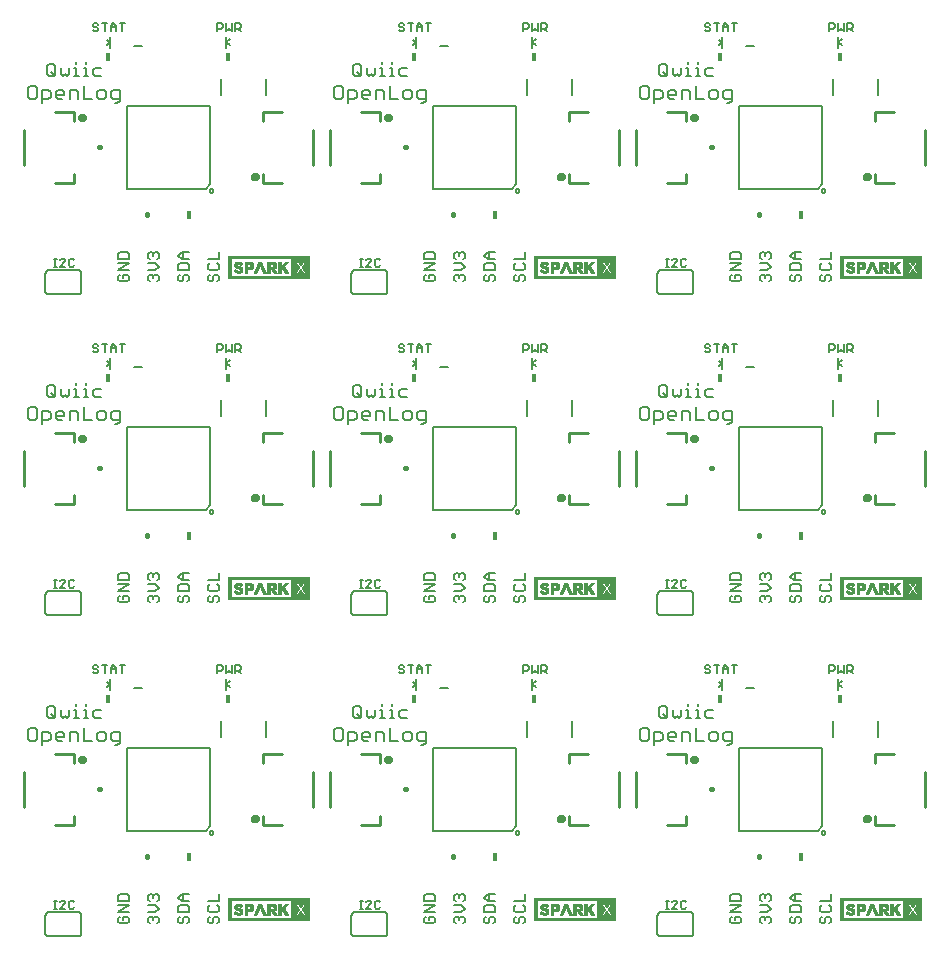
<source format=gto>
G75*
%MOIN*%
%OFA0B0*%
%FSLAX25Y25*%
%IPPOS*%
%LPD*%
%AMOC8*
5,1,8,0,0,1.08239X$1,22.5*
%
%ADD10C,0.00800*%
%ADD11C,0.00600*%
%ADD12C,0.00500*%
%ADD13R,0.01500X0.03000*%
%ADD14C,0.01500*%
%ADD15C,0.01000*%
%ADD16C,0.01575*%
%ADD17C,0.00039*%
D10*
X0062701Y0067701D02*
X0088902Y0067701D01*
X0090299Y0069098D01*
X0090299Y0095299D01*
X0062701Y0095299D01*
X0062701Y0067701D01*
X0090300Y0067000D02*
X0090302Y0067049D01*
X0090308Y0067097D01*
X0090318Y0067145D01*
X0090332Y0067192D01*
X0090349Y0067238D01*
X0090370Y0067282D01*
X0090395Y0067324D01*
X0090423Y0067364D01*
X0090455Y0067402D01*
X0090489Y0067437D01*
X0090526Y0067469D01*
X0090565Y0067498D01*
X0090607Y0067524D01*
X0090651Y0067546D01*
X0090696Y0067564D01*
X0090743Y0067579D01*
X0090790Y0067590D01*
X0090839Y0067597D01*
X0090888Y0067600D01*
X0090937Y0067599D01*
X0090985Y0067594D01*
X0091034Y0067585D01*
X0091081Y0067572D01*
X0091127Y0067555D01*
X0091171Y0067535D01*
X0091214Y0067511D01*
X0091255Y0067484D01*
X0091293Y0067453D01*
X0091329Y0067420D01*
X0091361Y0067384D01*
X0091391Y0067345D01*
X0091418Y0067304D01*
X0091441Y0067260D01*
X0091460Y0067215D01*
X0091476Y0067169D01*
X0091488Y0067122D01*
X0091496Y0067073D01*
X0091500Y0067024D01*
X0091500Y0066976D01*
X0091496Y0066927D01*
X0091488Y0066878D01*
X0091476Y0066831D01*
X0091460Y0066785D01*
X0091441Y0066740D01*
X0091418Y0066696D01*
X0091391Y0066655D01*
X0091361Y0066616D01*
X0091329Y0066580D01*
X0091293Y0066547D01*
X0091255Y0066516D01*
X0091214Y0066489D01*
X0091171Y0066465D01*
X0091127Y0066445D01*
X0091081Y0066428D01*
X0091034Y0066415D01*
X0090985Y0066406D01*
X0090937Y0066401D01*
X0090888Y0066400D01*
X0090839Y0066403D01*
X0090790Y0066410D01*
X0090743Y0066421D01*
X0090696Y0066436D01*
X0090651Y0066454D01*
X0090607Y0066476D01*
X0090565Y0066502D01*
X0090526Y0066531D01*
X0090489Y0066563D01*
X0090455Y0066598D01*
X0090423Y0066636D01*
X0090395Y0066676D01*
X0090370Y0066718D01*
X0090349Y0066762D01*
X0090332Y0066808D01*
X0090318Y0066855D01*
X0090308Y0066903D01*
X0090302Y0066951D01*
X0090300Y0067000D01*
X0094103Y0098981D02*
X0094103Y0104099D01*
X0095831Y0114689D02*
X0095831Y0116500D01*
X0097051Y0117420D01*
X0095831Y0118311D02*
X0095831Y0116500D01*
X0095891Y0116400D02*
X0097051Y0115640D01*
X0108867Y0104099D02*
X0108867Y0098981D01*
X0131786Y0098351D02*
X0132487Y0097650D01*
X0133888Y0097650D01*
X0134589Y0098351D01*
X0134589Y0101153D01*
X0133888Y0101854D01*
X0132487Y0101854D01*
X0131786Y0101153D01*
X0131786Y0098351D01*
X0136390Y0097650D02*
X0138492Y0097650D01*
X0139193Y0098351D01*
X0139193Y0099752D01*
X0138492Y0100452D01*
X0136390Y0100452D01*
X0136390Y0096249D01*
X0140994Y0098351D02*
X0140994Y0099752D01*
X0141695Y0100452D01*
X0143096Y0100452D01*
X0143796Y0099752D01*
X0143796Y0099051D01*
X0140994Y0099051D01*
X0140994Y0098351D02*
X0141695Y0097650D01*
X0143096Y0097650D01*
X0145598Y0097650D02*
X0145598Y0100452D01*
X0147700Y0100452D01*
X0148400Y0099752D01*
X0148400Y0097650D01*
X0150202Y0097650D02*
X0153004Y0097650D01*
X0154806Y0098351D02*
X0155506Y0097650D01*
X0156908Y0097650D01*
X0157608Y0098351D01*
X0157608Y0099752D01*
X0156908Y0100452D01*
X0155506Y0100452D01*
X0154806Y0099752D01*
X0154806Y0098351D01*
X0150202Y0097650D02*
X0150202Y0101854D01*
X0150202Y0105150D02*
X0151603Y0105150D01*
X0150903Y0105150D02*
X0150903Y0107952D01*
X0150202Y0107952D01*
X0150903Y0109354D02*
X0150903Y0110054D01*
X0147833Y0110054D02*
X0147833Y0109354D01*
X0147833Y0107952D02*
X0147833Y0105150D01*
X0147133Y0105150D02*
X0148534Y0105150D01*
X0147833Y0107952D02*
X0147133Y0107952D01*
X0145331Y0107952D02*
X0145331Y0105851D01*
X0144631Y0105150D01*
X0143930Y0105851D01*
X0143229Y0105150D01*
X0142529Y0105851D01*
X0142529Y0107952D01*
X0140727Y0108653D02*
X0140727Y0105851D01*
X0140027Y0105150D01*
X0138625Y0105150D01*
X0137925Y0105851D01*
X0137925Y0108653D01*
X0138625Y0109354D01*
X0140027Y0109354D01*
X0140727Y0108653D01*
X0139326Y0106551D02*
X0140727Y0105150D01*
X0153271Y0105851D02*
X0153972Y0105150D01*
X0156074Y0105150D01*
X0156074Y0107952D02*
X0153972Y0107952D01*
X0153271Y0107252D01*
X0153271Y0105851D01*
X0159410Y0099752D02*
X0159410Y0098351D01*
X0160110Y0097650D01*
X0162212Y0097650D01*
X0162212Y0096949D02*
X0162212Y0100452D01*
X0160110Y0100452D01*
X0159410Y0099752D01*
X0160811Y0096249D02*
X0161512Y0096249D01*
X0162212Y0096949D01*
X0164701Y0095299D02*
X0192299Y0095299D01*
X0192299Y0069098D01*
X0190902Y0067701D01*
X0164701Y0067701D01*
X0164701Y0095299D01*
X0159169Y0114689D02*
X0159169Y0116500D01*
X0157949Y0115580D01*
X0159169Y0116500D02*
X0159169Y0118311D01*
X0157949Y0117360D02*
X0159109Y0116600D01*
X0167100Y0115400D02*
X0169800Y0115400D01*
X0197831Y0114689D02*
X0197831Y0116500D01*
X0199051Y0117420D01*
X0197831Y0118311D02*
X0197831Y0116500D01*
X0197891Y0116400D02*
X0199051Y0115640D01*
X0196103Y0104099D02*
X0196103Y0098981D01*
X0210867Y0098981D02*
X0210867Y0104099D01*
X0233786Y0101153D02*
X0233786Y0098351D01*
X0234487Y0097650D01*
X0235888Y0097650D01*
X0236589Y0098351D01*
X0236589Y0101153D01*
X0235888Y0101854D01*
X0234487Y0101854D01*
X0233786Y0101153D01*
X0238390Y0100452D02*
X0240492Y0100452D01*
X0241193Y0099752D01*
X0241193Y0098351D01*
X0240492Y0097650D01*
X0238390Y0097650D01*
X0238390Y0096249D02*
X0238390Y0100452D01*
X0242994Y0099752D02*
X0243695Y0100452D01*
X0245096Y0100452D01*
X0245796Y0099752D01*
X0245796Y0099051D01*
X0242994Y0099051D01*
X0242994Y0098351D02*
X0242994Y0099752D01*
X0242994Y0098351D02*
X0243695Y0097650D01*
X0245096Y0097650D01*
X0247598Y0097650D02*
X0247598Y0100452D01*
X0249700Y0100452D01*
X0250400Y0099752D01*
X0250400Y0097650D01*
X0252202Y0097650D02*
X0255004Y0097650D01*
X0256806Y0098351D02*
X0257506Y0097650D01*
X0258908Y0097650D01*
X0259608Y0098351D01*
X0259608Y0099752D01*
X0258908Y0100452D01*
X0257506Y0100452D01*
X0256806Y0099752D01*
X0256806Y0098351D01*
X0252202Y0097650D02*
X0252202Y0101854D01*
X0252202Y0105150D02*
X0253603Y0105150D01*
X0252903Y0105150D02*
X0252903Y0107952D01*
X0252202Y0107952D01*
X0252903Y0109354D02*
X0252903Y0110054D01*
X0249833Y0110054D02*
X0249833Y0109354D01*
X0249833Y0107952D02*
X0249833Y0105150D01*
X0249133Y0105150D02*
X0250534Y0105150D01*
X0249833Y0107952D02*
X0249133Y0107952D01*
X0247331Y0107952D02*
X0247331Y0105851D01*
X0246631Y0105150D01*
X0245930Y0105851D01*
X0245229Y0105150D01*
X0244529Y0105851D01*
X0244529Y0107952D01*
X0242727Y0108653D02*
X0242727Y0105851D01*
X0242027Y0105150D01*
X0240625Y0105150D01*
X0239925Y0105851D01*
X0239925Y0108653D01*
X0240625Y0109354D01*
X0242027Y0109354D01*
X0242727Y0108653D01*
X0241326Y0106551D02*
X0242727Y0105150D01*
X0255271Y0105851D02*
X0255972Y0105150D01*
X0258074Y0105150D01*
X0258074Y0107952D02*
X0255972Y0107952D01*
X0255271Y0107252D01*
X0255271Y0105851D01*
X0261410Y0099752D02*
X0261410Y0098351D01*
X0262110Y0097650D01*
X0264212Y0097650D01*
X0264212Y0096949D02*
X0264212Y0100452D01*
X0262110Y0100452D01*
X0261410Y0099752D01*
X0262811Y0096249D02*
X0263512Y0096249D01*
X0264212Y0096949D01*
X0266701Y0095299D02*
X0294299Y0095299D01*
X0294299Y0069098D01*
X0292902Y0067701D01*
X0266701Y0067701D01*
X0266701Y0095299D01*
X0261169Y0114689D02*
X0261169Y0116500D01*
X0259949Y0115580D01*
X0261169Y0116500D02*
X0261169Y0118311D01*
X0259949Y0117360D02*
X0261109Y0116600D01*
X0269100Y0115400D02*
X0271800Y0115400D01*
X0298103Y0104099D02*
X0298103Y0098981D01*
X0312867Y0098981D02*
X0312867Y0104099D01*
X0301051Y0115640D02*
X0299891Y0116400D01*
X0299831Y0116500D02*
X0301051Y0117420D01*
X0299831Y0118311D02*
X0299831Y0116500D01*
X0299831Y0114689D01*
X0294300Y0067000D02*
X0294302Y0067049D01*
X0294308Y0067097D01*
X0294318Y0067145D01*
X0294332Y0067192D01*
X0294349Y0067238D01*
X0294370Y0067282D01*
X0294395Y0067324D01*
X0294423Y0067364D01*
X0294455Y0067402D01*
X0294489Y0067437D01*
X0294526Y0067469D01*
X0294565Y0067498D01*
X0294607Y0067524D01*
X0294651Y0067546D01*
X0294696Y0067564D01*
X0294743Y0067579D01*
X0294790Y0067590D01*
X0294839Y0067597D01*
X0294888Y0067600D01*
X0294937Y0067599D01*
X0294985Y0067594D01*
X0295034Y0067585D01*
X0295081Y0067572D01*
X0295127Y0067555D01*
X0295171Y0067535D01*
X0295214Y0067511D01*
X0295255Y0067484D01*
X0295293Y0067453D01*
X0295329Y0067420D01*
X0295361Y0067384D01*
X0295391Y0067345D01*
X0295418Y0067304D01*
X0295441Y0067260D01*
X0295460Y0067215D01*
X0295476Y0067169D01*
X0295488Y0067122D01*
X0295496Y0067073D01*
X0295500Y0067024D01*
X0295500Y0066976D01*
X0295496Y0066927D01*
X0295488Y0066878D01*
X0295476Y0066831D01*
X0295460Y0066785D01*
X0295441Y0066740D01*
X0295418Y0066696D01*
X0295391Y0066655D01*
X0295361Y0066616D01*
X0295329Y0066580D01*
X0295293Y0066547D01*
X0295255Y0066516D01*
X0295214Y0066489D01*
X0295171Y0066465D01*
X0295127Y0066445D01*
X0295081Y0066428D01*
X0295034Y0066415D01*
X0294985Y0066406D01*
X0294937Y0066401D01*
X0294888Y0066400D01*
X0294839Y0066403D01*
X0294790Y0066410D01*
X0294743Y0066421D01*
X0294696Y0066436D01*
X0294651Y0066454D01*
X0294607Y0066476D01*
X0294565Y0066502D01*
X0294526Y0066531D01*
X0294489Y0066563D01*
X0294455Y0066598D01*
X0294423Y0066636D01*
X0294395Y0066676D01*
X0294370Y0066718D01*
X0294349Y0066762D01*
X0294332Y0066808D01*
X0294318Y0066855D01*
X0294308Y0066903D01*
X0294302Y0066951D01*
X0294300Y0067000D01*
X0192300Y0067000D02*
X0192302Y0067049D01*
X0192308Y0067097D01*
X0192318Y0067145D01*
X0192332Y0067192D01*
X0192349Y0067238D01*
X0192370Y0067282D01*
X0192395Y0067324D01*
X0192423Y0067364D01*
X0192455Y0067402D01*
X0192489Y0067437D01*
X0192526Y0067469D01*
X0192565Y0067498D01*
X0192607Y0067524D01*
X0192651Y0067546D01*
X0192696Y0067564D01*
X0192743Y0067579D01*
X0192790Y0067590D01*
X0192839Y0067597D01*
X0192888Y0067600D01*
X0192937Y0067599D01*
X0192985Y0067594D01*
X0193034Y0067585D01*
X0193081Y0067572D01*
X0193127Y0067555D01*
X0193171Y0067535D01*
X0193214Y0067511D01*
X0193255Y0067484D01*
X0193293Y0067453D01*
X0193329Y0067420D01*
X0193361Y0067384D01*
X0193391Y0067345D01*
X0193418Y0067304D01*
X0193441Y0067260D01*
X0193460Y0067215D01*
X0193476Y0067169D01*
X0193488Y0067122D01*
X0193496Y0067073D01*
X0193500Y0067024D01*
X0193500Y0066976D01*
X0193496Y0066927D01*
X0193488Y0066878D01*
X0193476Y0066831D01*
X0193460Y0066785D01*
X0193441Y0066740D01*
X0193418Y0066696D01*
X0193391Y0066655D01*
X0193361Y0066616D01*
X0193329Y0066580D01*
X0193293Y0066547D01*
X0193255Y0066516D01*
X0193214Y0066489D01*
X0193171Y0066465D01*
X0193127Y0066445D01*
X0193081Y0066428D01*
X0193034Y0066415D01*
X0192985Y0066406D01*
X0192937Y0066401D01*
X0192888Y0066400D01*
X0192839Y0066403D01*
X0192790Y0066410D01*
X0192743Y0066421D01*
X0192696Y0066436D01*
X0192651Y0066454D01*
X0192607Y0066476D01*
X0192565Y0066502D01*
X0192526Y0066531D01*
X0192489Y0066563D01*
X0192455Y0066598D01*
X0192423Y0066636D01*
X0192395Y0066676D01*
X0192370Y0066718D01*
X0192349Y0066762D01*
X0192332Y0066808D01*
X0192318Y0066855D01*
X0192308Y0066903D01*
X0192302Y0066951D01*
X0192300Y0067000D01*
X0192300Y0174000D02*
X0192302Y0174049D01*
X0192308Y0174097D01*
X0192318Y0174145D01*
X0192332Y0174192D01*
X0192349Y0174238D01*
X0192370Y0174282D01*
X0192395Y0174324D01*
X0192423Y0174364D01*
X0192455Y0174402D01*
X0192489Y0174437D01*
X0192526Y0174469D01*
X0192565Y0174498D01*
X0192607Y0174524D01*
X0192651Y0174546D01*
X0192696Y0174564D01*
X0192743Y0174579D01*
X0192790Y0174590D01*
X0192839Y0174597D01*
X0192888Y0174600D01*
X0192937Y0174599D01*
X0192985Y0174594D01*
X0193034Y0174585D01*
X0193081Y0174572D01*
X0193127Y0174555D01*
X0193171Y0174535D01*
X0193214Y0174511D01*
X0193255Y0174484D01*
X0193293Y0174453D01*
X0193329Y0174420D01*
X0193361Y0174384D01*
X0193391Y0174345D01*
X0193418Y0174304D01*
X0193441Y0174260D01*
X0193460Y0174215D01*
X0193476Y0174169D01*
X0193488Y0174122D01*
X0193496Y0174073D01*
X0193500Y0174024D01*
X0193500Y0173976D01*
X0193496Y0173927D01*
X0193488Y0173878D01*
X0193476Y0173831D01*
X0193460Y0173785D01*
X0193441Y0173740D01*
X0193418Y0173696D01*
X0193391Y0173655D01*
X0193361Y0173616D01*
X0193329Y0173580D01*
X0193293Y0173547D01*
X0193255Y0173516D01*
X0193214Y0173489D01*
X0193171Y0173465D01*
X0193127Y0173445D01*
X0193081Y0173428D01*
X0193034Y0173415D01*
X0192985Y0173406D01*
X0192937Y0173401D01*
X0192888Y0173400D01*
X0192839Y0173403D01*
X0192790Y0173410D01*
X0192743Y0173421D01*
X0192696Y0173436D01*
X0192651Y0173454D01*
X0192607Y0173476D01*
X0192565Y0173502D01*
X0192526Y0173531D01*
X0192489Y0173563D01*
X0192455Y0173598D01*
X0192423Y0173636D01*
X0192395Y0173676D01*
X0192370Y0173718D01*
X0192349Y0173762D01*
X0192332Y0173808D01*
X0192318Y0173855D01*
X0192308Y0173903D01*
X0192302Y0173951D01*
X0192300Y0174000D01*
X0190902Y0174701D02*
X0192299Y0176098D01*
X0192299Y0202299D01*
X0164701Y0202299D01*
X0164701Y0174701D01*
X0190902Y0174701D01*
X0162212Y0203949D02*
X0162212Y0207452D01*
X0160110Y0207452D01*
X0159410Y0206752D01*
X0159410Y0205351D01*
X0160110Y0204650D01*
X0162212Y0204650D01*
X0162212Y0203949D02*
X0161512Y0203249D01*
X0160811Y0203249D01*
X0157608Y0205351D02*
X0157608Y0206752D01*
X0156908Y0207452D01*
X0155506Y0207452D01*
X0154806Y0206752D01*
X0154806Y0205351D01*
X0155506Y0204650D01*
X0156908Y0204650D01*
X0157608Y0205351D01*
X0153004Y0204650D02*
X0150202Y0204650D01*
X0150202Y0208854D01*
X0148400Y0206752D02*
X0148400Y0204650D01*
X0148400Y0206752D02*
X0147700Y0207452D01*
X0145598Y0207452D01*
X0145598Y0204650D01*
X0143796Y0206051D02*
X0140994Y0206051D01*
X0140994Y0205351D02*
X0140994Y0206752D01*
X0141695Y0207452D01*
X0143096Y0207452D01*
X0143796Y0206752D01*
X0143796Y0206051D01*
X0143096Y0204650D02*
X0141695Y0204650D01*
X0140994Y0205351D01*
X0139193Y0205351D02*
X0138492Y0204650D01*
X0136390Y0204650D01*
X0136390Y0203249D02*
X0136390Y0207452D01*
X0138492Y0207452D01*
X0139193Y0206752D01*
X0139193Y0205351D01*
X0138625Y0212150D02*
X0137925Y0212851D01*
X0137925Y0215653D01*
X0138625Y0216354D01*
X0140027Y0216354D01*
X0140727Y0215653D01*
X0140727Y0212851D01*
X0140027Y0212150D01*
X0138625Y0212150D01*
X0139326Y0213551D02*
X0140727Y0212150D01*
X0142529Y0212851D02*
X0143229Y0212150D01*
X0143930Y0212851D01*
X0144631Y0212150D01*
X0145331Y0212851D01*
X0145331Y0214952D01*
X0147133Y0214952D02*
X0147833Y0214952D01*
X0147833Y0212150D01*
X0147133Y0212150D02*
X0148534Y0212150D01*
X0150202Y0212150D02*
X0151603Y0212150D01*
X0150903Y0212150D02*
X0150903Y0214952D01*
X0150202Y0214952D01*
X0150903Y0216354D02*
X0150903Y0217054D01*
X0147833Y0217054D02*
X0147833Y0216354D01*
X0153271Y0214252D02*
X0153271Y0212851D01*
X0153972Y0212150D01*
X0156074Y0212150D01*
X0156074Y0214952D02*
X0153972Y0214952D01*
X0153271Y0214252D01*
X0159169Y0221689D02*
X0159169Y0223500D01*
X0157949Y0222580D01*
X0159169Y0223500D02*
X0159169Y0225311D01*
X0157949Y0224360D02*
X0159109Y0223600D01*
X0167100Y0222400D02*
X0169800Y0222400D01*
X0197831Y0221689D02*
X0197831Y0223500D01*
X0199051Y0224420D01*
X0197831Y0225311D02*
X0197831Y0223500D01*
X0197891Y0223400D02*
X0199051Y0222640D01*
X0196103Y0211099D02*
X0196103Y0205981D01*
X0210867Y0205981D02*
X0210867Y0211099D01*
X0233786Y0208153D02*
X0233786Y0205351D01*
X0234487Y0204650D01*
X0235888Y0204650D01*
X0236589Y0205351D01*
X0236589Y0208153D01*
X0235888Y0208854D01*
X0234487Y0208854D01*
X0233786Y0208153D01*
X0238390Y0207452D02*
X0238390Y0203249D01*
X0238390Y0204650D02*
X0240492Y0204650D01*
X0241193Y0205351D01*
X0241193Y0206752D01*
X0240492Y0207452D01*
X0238390Y0207452D01*
X0242994Y0206752D02*
X0243695Y0207452D01*
X0245096Y0207452D01*
X0245796Y0206752D01*
X0245796Y0206051D01*
X0242994Y0206051D01*
X0242994Y0205351D02*
X0242994Y0206752D01*
X0242994Y0205351D02*
X0243695Y0204650D01*
X0245096Y0204650D01*
X0247598Y0204650D02*
X0247598Y0207452D01*
X0249700Y0207452D01*
X0250400Y0206752D01*
X0250400Y0204650D01*
X0252202Y0204650D02*
X0255004Y0204650D01*
X0256806Y0205351D02*
X0257506Y0204650D01*
X0258908Y0204650D01*
X0259608Y0205351D01*
X0259608Y0206752D01*
X0258908Y0207452D01*
X0257506Y0207452D01*
X0256806Y0206752D01*
X0256806Y0205351D01*
X0252202Y0204650D02*
X0252202Y0208854D01*
X0252202Y0212150D02*
X0253603Y0212150D01*
X0252903Y0212150D02*
X0252903Y0214952D01*
X0252202Y0214952D01*
X0252903Y0216354D02*
X0252903Y0217054D01*
X0249833Y0217054D02*
X0249833Y0216354D01*
X0249833Y0214952D02*
X0249833Y0212150D01*
X0249133Y0212150D02*
X0250534Y0212150D01*
X0249833Y0214952D02*
X0249133Y0214952D01*
X0247331Y0214952D02*
X0247331Y0212851D01*
X0246631Y0212150D01*
X0245930Y0212851D01*
X0245229Y0212150D01*
X0244529Y0212851D01*
X0244529Y0214952D01*
X0242727Y0215653D02*
X0242727Y0212851D01*
X0242027Y0212150D01*
X0240625Y0212150D01*
X0239925Y0212851D01*
X0239925Y0215653D01*
X0240625Y0216354D01*
X0242027Y0216354D01*
X0242727Y0215653D01*
X0241326Y0213551D02*
X0242727Y0212150D01*
X0255271Y0212851D02*
X0255972Y0212150D01*
X0258074Y0212150D01*
X0258074Y0214952D02*
X0255972Y0214952D01*
X0255271Y0214252D01*
X0255271Y0212851D01*
X0261410Y0206752D02*
X0261410Y0205351D01*
X0262110Y0204650D01*
X0264212Y0204650D01*
X0264212Y0203949D02*
X0264212Y0207452D01*
X0262110Y0207452D01*
X0261410Y0206752D01*
X0262811Y0203249D02*
X0263512Y0203249D01*
X0264212Y0203949D01*
X0266701Y0202299D02*
X0294299Y0202299D01*
X0294299Y0176098D01*
X0292902Y0174701D01*
X0266701Y0174701D01*
X0266701Y0202299D01*
X0261169Y0221689D02*
X0261169Y0223500D01*
X0259949Y0222580D01*
X0261169Y0223500D02*
X0261169Y0225311D01*
X0259949Y0224360D02*
X0261109Y0223600D01*
X0269100Y0222400D02*
X0271800Y0222400D01*
X0298103Y0211099D02*
X0298103Y0205981D01*
X0312867Y0205981D02*
X0312867Y0211099D01*
X0301051Y0222640D02*
X0299891Y0223400D01*
X0299831Y0223500D02*
X0301051Y0224420D01*
X0299831Y0225311D02*
X0299831Y0223500D01*
X0299831Y0221689D01*
X0294300Y0174000D02*
X0294302Y0174049D01*
X0294308Y0174097D01*
X0294318Y0174145D01*
X0294332Y0174192D01*
X0294349Y0174238D01*
X0294370Y0174282D01*
X0294395Y0174324D01*
X0294423Y0174364D01*
X0294455Y0174402D01*
X0294489Y0174437D01*
X0294526Y0174469D01*
X0294565Y0174498D01*
X0294607Y0174524D01*
X0294651Y0174546D01*
X0294696Y0174564D01*
X0294743Y0174579D01*
X0294790Y0174590D01*
X0294839Y0174597D01*
X0294888Y0174600D01*
X0294937Y0174599D01*
X0294985Y0174594D01*
X0295034Y0174585D01*
X0295081Y0174572D01*
X0295127Y0174555D01*
X0295171Y0174535D01*
X0295214Y0174511D01*
X0295255Y0174484D01*
X0295293Y0174453D01*
X0295329Y0174420D01*
X0295361Y0174384D01*
X0295391Y0174345D01*
X0295418Y0174304D01*
X0295441Y0174260D01*
X0295460Y0174215D01*
X0295476Y0174169D01*
X0295488Y0174122D01*
X0295496Y0174073D01*
X0295500Y0174024D01*
X0295500Y0173976D01*
X0295496Y0173927D01*
X0295488Y0173878D01*
X0295476Y0173831D01*
X0295460Y0173785D01*
X0295441Y0173740D01*
X0295418Y0173696D01*
X0295391Y0173655D01*
X0295361Y0173616D01*
X0295329Y0173580D01*
X0295293Y0173547D01*
X0295255Y0173516D01*
X0295214Y0173489D01*
X0295171Y0173465D01*
X0295127Y0173445D01*
X0295081Y0173428D01*
X0295034Y0173415D01*
X0294985Y0173406D01*
X0294937Y0173401D01*
X0294888Y0173400D01*
X0294839Y0173403D01*
X0294790Y0173410D01*
X0294743Y0173421D01*
X0294696Y0173436D01*
X0294651Y0173454D01*
X0294607Y0173476D01*
X0294565Y0173502D01*
X0294526Y0173531D01*
X0294489Y0173563D01*
X0294455Y0173598D01*
X0294423Y0173636D01*
X0294395Y0173676D01*
X0294370Y0173718D01*
X0294349Y0173762D01*
X0294332Y0173808D01*
X0294318Y0173855D01*
X0294308Y0173903D01*
X0294302Y0173951D01*
X0294300Y0174000D01*
X0294300Y0281000D02*
X0294302Y0281049D01*
X0294308Y0281097D01*
X0294318Y0281145D01*
X0294332Y0281192D01*
X0294349Y0281238D01*
X0294370Y0281282D01*
X0294395Y0281324D01*
X0294423Y0281364D01*
X0294455Y0281402D01*
X0294489Y0281437D01*
X0294526Y0281469D01*
X0294565Y0281498D01*
X0294607Y0281524D01*
X0294651Y0281546D01*
X0294696Y0281564D01*
X0294743Y0281579D01*
X0294790Y0281590D01*
X0294839Y0281597D01*
X0294888Y0281600D01*
X0294937Y0281599D01*
X0294985Y0281594D01*
X0295034Y0281585D01*
X0295081Y0281572D01*
X0295127Y0281555D01*
X0295171Y0281535D01*
X0295214Y0281511D01*
X0295255Y0281484D01*
X0295293Y0281453D01*
X0295329Y0281420D01*
X0295361Y0281384D01*
X0295391Y0281345D01*
X0295418Y0281304D01*
X0295441Y0281260D01*
X0295460Y0281215D01*
X0295476Y0281169D01*
X0295488Y0281122D01*
X0295496Y0281073D01*
X0295500Y0281024D01*
X0295500Y0280976D01*
X0295496Y0280927D01*
X0295488Y0280878D01*
X0295476Y0280831D01*
X0295460Y0280785D01*
X0295441Y0280740D01*
X0295418Y0280696D01*
X0295391Y0280655D01*
X0295361Y0280616D01*
X0295329Y0280580D01*
X0295293Y0280547D01*
X0295255Y0280516D01*
X0295214Y0280489D01*
X0295171Y0280465D01*
X0295127Y0280445D01*
X0295081Y0280428D01*
X0295034Y0280415D01*
X0294985Y0280406D01*
X0294937Y0280401D01*
X0294888Y0280400D01*
X0294839Y0280403D01*
X0294790Y0280410D01*
X0294743Y0280421D01*
X0294696Y0280436D01*
X0294651Y0280454D01*
X0294607Y0280476D01*
X0294565Y0280502D01*
X0294526Y0280531D01*
X0294489Y0280563D01*
X0294455Y0280598D01*
X0294423Y0280636D01*
X0294395Y0280676D01*
X0294370Y0280718D01*
X0294349Y0280762D01*
X0294332Y0280808D01*
X0294318Y0280855D01*
X0294308Y0280903D01*
X0294302Y0280951D01*
X0294300Y0281000D01*
X0292902Y0281701D02*
X0294299Y0283098D01*
X0294299Y0309299D01*
X0266701Y0309299D01*
X0266701Y0281701D01*
X0292902Y0281701D01*
X0264212Y0310949D02*
X0264212Y0314452D01*
X0262110Y0314452D01*
X0261410Y0313752D01*
X0261410Y0312351D01*
X0262110Y0311650D01*
X0264212Y0311650D01*
X0264212Y0310949D02*
X0263512Y0310249D01*
X0262811Y0310249D01*
X0259608Y0312351D02*
X0259608Y0313752D01*
X0258908Y0314452D01*
X0257506Y0314452D01*
X0256806Y0313752D01*
X0256806Y0312351D01*
X0257506Y0311650D01*
X0258908Y0311650D01*
X0259608Y0312351D01*
X0255004Y0311650D02*
X0252202Y0311650D01*
X0252202Y0315854D01*
X0250400Y0313752D02*
X0250400Y0311650D01*
X0250400Y0313752D02*
X0249700Y0314452D01*
X0247598Y0314452D01*
X0247598Y0311650D01*
X0245796Y0313051D02*
X0242994Y0313051D01*
X0242994Y0312351D02*
X0242994Y0313752D01*
X0243695Y0314452D01*
X0245096Y0314452D01*
X0245796Y0313752D01*
X0245796Y0313051D01*
X0245096Y0311650D02*
X0243695Y0311650D01*
X0242994Y0312351D01*
X0241193Y0312351D02*
X0240492Y0311650D01*
X0238390Y0311650D01*
X0238390Y0310249D02*
X0238390Y0314452D01*
X0240492Y0314452D01*
X0241193Y0313752D01*
X0241193Y0312351D01*
X0236589Y0312351D02*
X0236589Y0315153D01*
X0235888Y0315854D01*
X0234487Y0315854D01*
X0233786Y0315153D01*
X0233786Y0312351D01*
X0234487Y0311650D01*
X0235888Y0311650D01*
X0236589Y0312351D01*
X0240625Y0319150D02*
X0239925Y0319851D01*
X0239925Y0322653D01*
X0240625Y0323354D01*
X0242027Y0323354D01*
X0242727Y0322653D01*
X0242727Y0319851D01*
X0242027Y0319150D01*
X0240625Y0319150D01*
X0241326Y0320551D02*
X0242727Y0319150D01*
X0244529Y0319851D02*
X0245229Y0319150D01*
X0245930Y0319851D01*
X0246631Y0319150D01*
X0247331Y0319851D01*
X0247331Y0321952D01*
X0249133Y0321952D02*
X0249833Y0321952D01*
X0249833Y0319150D01*
X0249133Y0319150D02*
X0250534Y0319150D01*
X0252202Y0319150D02*
X0253603Y0319150D01*
X0252903Y0319150D02*
X0252903Y0321952D01*
X0252202Y0321952D01*
X0252903Y0323354D02*
X0252903Y0324054D01*
X0249833Y0324054D02*
X0249833Y0323354D01*
X0255271Y0321252D02*
X0255271Y0319851D01*
X0255972Y0319150D01*
X0258074Y0319150D01*
X0258074Y0321952D02*
X0255972Y0321952D01*
X0255271Y0321252D01*
X0261169Y0328689D02*
X0261169Y0330500D01*
X0259949Y0329580D01*
X0261169Y0330500D02*
X0261169Y0332311D01*
X0259949Y0331360D02*
X0261109Y0330600D01*
X0269100Y0329400D02*
X0271800Y0329400D01*
X0298103Y0318099D02*
X0298103Y0312981D01*
X0312867Y0312981D02*
X0312867Y0318099D01*
X0301051Y0329640D02*
X0299891Y0330400D01*
X0299831Y0330500D02*
X0301051Y0331420D01*
X0299831Y0332311D02*
X0299831Y0330500D01*
X0299831Y0328689D01*
X0244529Y0321952D02*
X0244529Y0319851D01*
X0210867Y0318099D02*
X0210867Y0312981D01*
X0196103Y0312981D02*
X0196103Y0318099D01*
X0192299Y0309299D02*
X0192299Y0283098D01*
X0190902Y0281701D01*
X0164701Y0281701D01*
X0164701Y0309299D01*
X0192299Y0309299D01*
X0197831Y0328689D02*
X0197831Y0330500D01*
X0199051Y0331420D01*
X0197831Y0332311D02*
X0197831Y0330500D01*
X0197891Y0330400D02*
X0199051Y0329640D01*
X0169800Y0329400D02*
X0167100Y0329400D01*
X0159169Y0328689D02*
X0159169Y0330500D01*
X0157949Y0329580D01*
X0159169Y0330500D02*
X0159169Y0332311D01*
X0157949Y0331360D02*
X0159109Y0330600D01*
X0156074Y0321952D02*
X0153972Y0321952D01*
X0153271Y0321252D01*
X0153271Y0319851D01*
X0153972Y0319150D01*
X0156074Y0319150D01*
X0151603Y0319150D02*
X0150202Y0319150D01*
X0150903Y0319150D02*
X0150903Y0321952D01*
X0150202Y0321952D01*
X0150903Y0323354D02*
X0150903Y0324054D01*
X0147833Y0324054D02*
X0147833Y0323354D01*
X0147833Y0321952D02*
X0147833Y0319150D01*
X0147133Y0319150D02*
X0148534Y0319150D01*
X0147833Y0321952D02*
X0147133Y0321952D01*
X0145331Y0321952D02*
X0145331Y0319851D01*
X0144631Y0319150D01*
X0143930Y0319851D01*
X0143229Y0319150D01*
X0142529Y0319851D01*
X0142529Y0321952D01*
X0140727Y0322653D02*
X0140727Y0319851D01*
X0140027Y0319150D01*
X0138625Y0319150D01*
X0137925Y0319851D01*
X0137925Y0322653D01*
X0138625Y0323354D01*
X0140027Y0323354D01*
X0140727Y0322653D01*
X0139326Y0320551D02*
X0140727Y0319150D01*
X0141695Y0314452D02*
X0143096Y0314452D01*
X0143796Y0313752D01*
X0143796Y0313051D01*
X0140994Y0313051D01*
X0140994Y0312351D02*
X0140994Y0313752D01*
X0141695Y0314452D01*
X0140994Y0312351D02*
X0141695Y0311650D01*
X0143096Y0311650D01*
X0145598Y0311650D02*
X0145598Y0314452D01*
X0147700Y0314452D01*
X0148400Y0313752D01*
X0148400Y0311650D01*
X0150202Y0311650D02*
X0153004Y0311650D01*
X0154806Y0312351D02*
X0155506Y0311650D01*
X0156908Y0311650D01*
X0157608Y0312351D01*
X0157608Y0313752D01*
X0156908Y0314452D01*
X0155506Y0314452D01*
X0154806Y0313752D01*
X0154806Y0312351D01*
X0150202Y0311650D02*
X0150202Y0315854D01*
X0139193Y0313752D02*
X0139193Y0312351D01*
X0138492Y0311650D01*
X0136390Y0311650D01*
X0136390Y0310249D02*
X0136390Y0314452D01*
X0138492Y0314452D01*
X0139193Y0313752D01*
X0134589Y0312351D02*
X0134589Y0315153D01*
X0133888Y0315854D01*
X0132487Y0315854D01*
X0131786Y0315153D01*
X0131786Y0312351D01*
X0132487Y0311650D01*
X0133888Y0311650D01*
X0134589Y0312351D01*
X0108867Y0312981D02*
X0108867Y0318099D01*
X0094103Y0318099D02*
X0094103Y0312981D01*
X0090299Y0309299D02*
X0090299Y0283098D01*
X0088902Y0281701D01*
X0062701Y0281701D01*
X0062701Y0309299D01*
X0090299Y0309299D01*
X0095831Y0328689D02*
X0095831Y0330500D01*
X0097051Y0331420D01*
X0095831Y0332311D02*
X0095831Y0330500D01*
X0095891Y0330400D02*
X0097051Y0329640D01*
X0067800Y0329400D02*
X0065100Y0329400D01*
X0057169Y0328689D02*
X0057169Y0330500D01*
X0055949Y0329580D01*
X0057169Y0330500D02*
X0057169Y0332311D01*
X0055949Y0331360D02*
X0057109Y0330600D01*
X0054074Y0321952D02*
X0051972Y0321952D01*
X0051271Y0321252D01*
X0051271Y0319851D01*
X0051972Y0319150D01*
X0054074Y0319150D01*
X0049603Y0319150D02*
X0048202Y0319150D01*
X0048903Y0319150D02*
X0048903Y0321952D01*
X0048202Y0321952D01*
X0048903Y0323354D02*
X0048903Y0324054D01*
X0045833Y0324054D02*
X0045833Y0323354D01*
X0045833Y0321952D02*
X0045833Y0319150D01*
X0045133Y0319150D02*
X0046534Y0319150D01*
X0045833Y0321952D02*
X0045133Y0321952D01*
X0043331Y0321952D02*
X0043331Y0319851D01*
X0042631Y0319150D01*
X0041930Y0319851D01*
X0041229Y0319150D01*
X0040529Y0319851D01*
X0040529Y0321952D01*
X0038727Y0322653D02*
X0038727Y0319851D01*
X0038027Y0319150D01*
X0036625Y0319150D01*
X0035925Y0319851D01*
X0035925Y0322653D01*
X0036625Y0323354D01*
X0038027Y0323354D01*
X0038727Y0322653D01*
X0037326Y0320551D02*
X0038727Y0319150D01*
X0039695Y0314452D02*
X0041096Y0314452D01*
X0041796Y0313752D01*
X0041796Y0313051D01*
X0038994Y0313051D01*
X0038994Y0312351D02*
X0038994Y0313752D01*
X0039695Y0314452D01*
X0038994Y0312351D02*
X0039695Y0311650D01*
X0041096Y0311650D01*
X0043598Y0311650D02*
X0043598Y0314452D01*
X0045700Y0314452D01*
X0046400Y0313752D01*
X0046400Y0311650D01*
X0048202Y0311650D02*
X0051004Y0311650D01*
X0052806Y0312351D02*
X0053506Y0311650D01*
X0054908Y0311650D01*
X0055608Y0312351D01*
X0055608Y0313752D01*
X0054908Y0314452D01*
X0053506Y0314452D01*
X0052806Y0313752D01*
X0052806Y0312351D01*
X0048202Y0311650D02*
X0048202Y0315854D01*
X0037193Y0313752D02*
X0037193Y0312351D01*
X0036492Y0311650D01*
X0034390Y0311650D01*
X0034390Y0310249D02*
X0034390Y0314452D01*
X0036492Y0314452D01*
X0037193Y0313752D01*
X0032589Y0312351D02*
X0032589Y0315153D01*
X0031888Y0315854D01*
X0030487Y0315854D01*
X0029786Y0315153D01*
X0029786Y0312351D01*
X0030487Y0311650D01*
X0031888Y0311650D01*
X0032589Y0312351D01*
X0057410Y0312351D02*
X0058110Y0311650D01*
X0060212Y0311650D01*
X0060212Y0310949D02*
X0060212Y0314452D01*
X0058110Y0314452D01*
X0057410Y0313752D01*
X0057410Y0312351D01*
X0058811Y0310249D02*
X0059512Y0310249D01*
X0060212Y0310949D01*
X0090300Y0281000D02*
X0090302Y0281049D01*
X0090308Y0281097D01*
X0090318Y0281145D01*
X0090332Y0281192D01*
X0090349Y0281238D01*
X0090370Y0281282D01*
X0090395Y0281324D01*
X0090423Y0281364D01*
X0090455Y0281402D01*
X0090489Y0281437D01*
X0090526Y0281469D01*
X0090565Y0281498D01*
X0090607Y0281524D01*
X0090651Y0281546D01*
X0090696Y0281564D01*
X0090743Y0281579D01*
X0090790Y0281590D01*
X0090839Y0281597D01*
X0090888Y0281600D01*
X0090937Y0281599D01*
X0090985Y0281594D01*
X0091034Y0281585D01*
X0091081Y0281572D01*
X0091127Y0281555D01*
X0091171Y0281535D01*
X0091214Y0281511D01*
X0091255Y0281484D01*
X0091293Y0281453D01*
X0091329Y0281420D01*
X0091361Y0281384D01*
X0091391Y0281345D01*
X0091418Y0281304D01*
X0091441Y0281260D01*
X0091460Y0281215D01*
X0091476Y0281169D01*
X0091488Y0281122D01*
X0091496Y0281073D01*
X0091500Y0281024D01*
X0091500Y0280976D01*
X0091496Y0280927D01*
X0091488Y0280878D01*
X0091476Y0280831D01*
X0091460Y0280785D01*
X0091441Y0280740D01*
X0091418Y0280696D01*
X0091391Y0280655D01*
X0091361Y0280616D01*
X0091329Y0280580D01*
X0091293Y0280547D01*
X0091255Y0280516D01*
X0091214Y0280489D01*
X0091171Y0280465D01*
X0091127Y0280445D01*
X0091081Y0280428D01*
X0091034Y0280415D01*
X0090985Y0280406D01*
X0090937Y0280401D01*
X0090888Y0280400D01*
X0090839Y0280403D01*
X0090790Y0280410D01*
X0090743Y0280421D01*
X0090696Y0280436D01*
X0090651Y0280454D01*
X0090607Y0280476D01*
X0090565Y0280502D01*
X0090526Y0280531D01*
X0090489Y0280563D01*
X0090455Y0280598D01*
X0090423Y0280636D01*
X0090395Y0280676D01*
X0090370Y0280718D01*
X0090349Y0280762D01*
X0090332Y0280808D01*
X0090318Y0280855D01*
X0090308Y0280903D01*
X0090302Y0280951D01*
X0090300Y0281000D01*
X0095831Y0225311D02*
X0095831Y0223500D01*
X0097051Y0224420D01*
X0095831Y0223500D02*
X0095831Y0221689D01*
X0097051Y0222640D02*
X0095891Y0223400D01*
X0094103Y0211099D02*
X0094103Y0205981D01*
X0090299Y0202299D02*
X0090299Y0176098D01*
X0088902Y0174701D01*
X0062701Y0174701D01*
X0062701Y0202299D01*
X0090299Y0202299D01*
X0108867Y0205981D02*
X0108867Y0211099D01*
X0131786Y0208153D02*
X0131786Y0205351D01*
X0132487Y0204650D01*
X0133888Y0204650D01*
X0134589Y0205351D01*
X0134589Y0208153D01*
X0133888Y0208854D01*
X0132487Y0208854D01*
X0131786Y0208153D01*
X0142529Y0212851D02*
X0142529Y0214952D01*
X0090300Y0174000D02*
X0090302Y0174049D01*
X0090308Y0174097D01*
X0090318Y0174145D01*
X0090332Y0174192D01*
X0090349Y0174238D01*
X0090370Y0174282D01*
X0090395Y0174324D01*
X0090423Y0174364D01*
X0090455Y0174402D01*
X0090489Y0174437D01*
X0090526Y0174469D01*
X0090565Y0174498D01*
X0090607Y0174524D01*
X0090651Y0174546D01*
X0090696Y0174564D01*
X0090743Y0174579D01*
X0090790Y0174590D01*
X0090839Y0174597D01*
X0090888Y0174600D01*
X0090937Y0174599D01*
X0090985Y0174594D01*
X0091034Y0174585D01*
X0091081Y0174572D01*
X0091127Y0174555D01*
X0091171Y0174535D01*
X0091214Y0174511D01*
X0091255Y0174484D01*
X0091293Y0174453D01*
X0091329Y0174420D01*
X0091361Y0174384D01*
X0091391Y0174345D01*
X0091418Y0174304D01*
X0091441Y0174260D01*
X0091460Y0174215D01*
X0091476Y0174169D01*
X0091488Y0174122D01*
X0091496Y0174073D01*
X0091500Y0174024D01*
X0091500Y0173976D01*
X0091496Y0173927D01*
X0091488Y0173878D01*
X0091476Y0173831D01*
X0091460Y0173785D01*
X0091441Y0173740D01*
X0091418Y0173696D01*
X0091391Y0173655D01*
X0091361Y0173616D01*
X0091329Y0173580D01*
X0091293Y0173547D01*
X0091255Y0173516D01*
X0091214Y0173489D01*
X0091171Y0173465D01*
X0091127Y0173445D01*
X0091081Y0173428D01*
X0091034Y0173415D01*
X0090985Y0173406D01*
X0090937Y0173401D01*
X0090888Y0173400D01*
X0090839Y0173403D01*
X0090790Y0173410D01*
X0090743Y0173421D01*
X0090696Y0173436D01*
X0090651Y0173454D01*
X0090607Y0173476D01*
X0090565Y0173502D01*
X0090526Y0173531D01*
X0090489Y0173563D01*
X0090455Y0173598D01*
X0090423Y0173636D01*
X0090395Y0173676D01*
X0090370Y0173718D01*
X0090349Y0173762D01*
X0090332Y0173808D01*
X0090318Y0173855D01*
X0090308Y0173903D01*
X0090302Y0173951D01*
X0090300Y0174000D01*
X0060212Y0203949D02*
X0060212Y0207452D01*
X0058110Y0207452D01*
X0057410Y0206752D01*
X0057410Y0205351D01*
X0058110Y0204650D01*
X0060212Y0204650D01*
X0060212Y0203949D02*
X0059512Y0203249D01*
X0058811Y0203249D01*
X0055608Y0205351D02*
X0055608Y0206752D01*
X0054908Y0207452D01*
X0053506Y0207452D01*
X0052806Y0206752D01*
X0052806Y0205351D01*
X0053506Y0204650D01*
X0054908Y0204650D01*
X0055608Y0205351D01*
X0051004Y0204650D02*
X0048202Y0204650D01*
X0048202Y0208854D01*
X0046400Y0206752D02*
X0046400Y0204650D01*
X0046400Y0206752D02*
X0045700Y0207452D01*
X0043598Y0207452D01*
X0043598Y0204650D01*
X0041796Y0206051D02*
X0038994Y0206051D01*
X0038994Y0205351D02*
X0038994Y0206752D01*
X0039695Y0207452D01*
X0041096Y0207452D01*
X0041796Y0206752D01*
X0041796Y0206051D01*
X0041096Y0204650D02*
X0039695Y0204650D01*
X0038994Y0205351D01*
X0037193Y0205351D02*
X0036492Y0204650D01*
X0034390Y0204650D01*
X0034390Y0203249D02*
X0034390Y0207452D01*
X0036492Y0207452D01*
X0037193Y0206752D01*
X0037193Y0205351D01*
X0036625Y0212150D02*
X0035925Y0212851D01*
X0035925Y0215653D01*
X0036625Y0216354D01*
X0038027Y0216354D01*
X0038727Y0215653D01*
X0038727Y0212851D01*
X0038027Y0212150D01*
X0036625Y0212150D01*
X0037326Y0213551D02*
X0038727Y0212150D01*
X0040529Y0212851D02*
X0041229Y0212150D01*
X0041930Y0212851D01*
X0042631Y0212150D01*
X0043331Y0212851D01*
X0043331Y0214952D01*
X0045133Y0214952D02*
X0045833Y0214952D01*
X0045833Y0212150D01*
X0045133Y0212150D02*
X0046534Y0212150D01*
X0048202Y0212150D02*
X0049603Y0212150D01*
X0048903Y0212150D02*
X0048903Y0214952D01*
X0048202Y0214952D01*
X0048903Y0216354D02*
X0048903Y0217054D01*
X0045833Y0217054D02*
X0045833Y0216354D01*
X0051271Y0214252D02*
X0051271Y0212851D01*
X0051972Y0212150D01*
X0054074Y0212150D01*
X0054074Y0214952D02*
X0051972Y0214952D01*
X0051271Y0214252D01*
X0057169Y0221689D02*
X0057169Y0223500D01*
X0055949Y0222580D01*
X0057169Y0223500D02*
X0057169Y0225311D01*
X0055949Y0224360D02*
X0057109Y0223600D01*
X0065100Y0222400D02*
X0067800Y0222400D01*
X0040529Y0214952D02*
X0040529Y0212851D01*
X0032589Y0208153D02*
X0031888Y0208854D01*
X0030487Y0208854D01*
X0029786Y0208153D01*
X0029786Y0205351D01*
X0030487Y0204650D01*
X0031888Y0204650D01*
X0032589Y0205351D01*
X0032589Y0208153D01*
X0057169Y0118311D02*
X0057169Y0116500D01*
X0055949Y0115580D01*
X0057169Y0114689D02*
X0057169Y0116500D01*
X0057109Y0116600D02*
X0055949Y0117360D01*
X0065100Y0115400D02*
X0067800Y0115400D01*
X0054074Y0107952D02*
X0051972Y0107952D01*
X0051271Y0107252D01*
X0051271Y0105851D01*
X0051972Y0105150D01*
X0054074Y0105150D01*
X0049603Y0105150D02*
X0048202Y0105150D01*
X0048903Y0105150D02*
X0048903Y0107952D01*
X0048202Y0107952D01*
X0048903Y0109354D02*
X0048903Y0110054D01*
X0045833Y0110054D02*
X0045833Y0109354D01*
X0045833Y0107952D02*
X0045833Y0105150D01*
X0045133Y0105150D02*
X0046534Y0105150D01*
X0045833Y0107952D02*
X0045133Y0107952D01*
X0043331Y0107952D02*
X0043331Y0105851D01*
X0042631Y0105150D01*
X0041930Y0105851D01*
X0041229Y0105150D01*
X0040529Y0105851D01*
X0040529Y0107952D01*
X0038727Y0108653D02*
X0038727Y0105851D01*
X0038027Y0105150D01*
X0036625Y0105150D01*
X0035925Y0105851D01*
X0035925Y0108653D01*
X0036625Y0109354D01*
X0038027Y0109354D01*
X0038727Y0108653D01*
X0037326Y0106551D02*
X0038727Y0105150D01*
X0039695Y0100452D02*
X0041096Y0100452D01*
X0041796Y0099752D01*
X0041796Y0099051D01*
X0038994Y0099051D01*
X0038994Y0098351D02*
X0038994Y0099752D01*
X0039695Y0100452D01*
X0038994Y0098351D02*
X0039695Y0097650D01*
X0041096Y0097650D01*
X0043598Y0097650D02*
X0043598Y0100452D01*
X0045700Y0100452D01*
X0046400Y0099752D01*
X0046400Y0097650D01*
X0048202Y0097650D02*
X0051004Y0097650D01*
X0052806Y0098351D02*
X0053506Y0097650D01*
X0054908Y0097650D01*
X0055608Y0098351D01*
X0055608Y0099752D01*
X0054908Y0100452D01*
X0053506Y0100452D01*
X0052806Y0099752D01*
X0052806Y0098351D01*
X0048202Y0097650D02*
X0048202Y0101854D01*
X0037193Y0099752D02*
X0037193Y0098351D01*
X0036492Y0097650D01*
X0034390Y0097650D01*
X0034390Y0096249D02*
X0034390Y0100452D01*
X0036492Y0100452D01*
X0037193Y0099752D01*
X0032589Y0098351D02*
X0032589Y0101153D01*
X0031888Y0101854D01*
X0030487Y0101854D01*
X0029786Y0101153D01*
X0029786Y0098351D01*
X0030487Y0097650D01*
X0031888Y0097650D01*
X0032589Y0098351D01*
X0057410Y0098351D02*
X0058110Y0097650D01*
X0060212Y0097650D01*
X0060212Y0096949D02*
X0060212Y0100452D01*
X0058110Y0100452D01*
X0057410Y0099752D01*
X0057410Y0098351D01*
X0058811Y0096249D02*
X0059512Y0096249D01*
X0060212Y0096949D01*
X0192300Y0281000D02*
X0192302Y0281049D01*
X0192308Y0281097D01*
X0192318Y0281145D01*
X0192332Y0281192D01*
X0192349Y0281238D01*
X0192370Y0281282D01*
X0192395Y0281324D01*
X0192423Y0281364D01*
X0192455Y0281402D01*
X0192489Y0281437D01*
X0192526Y0281469D01*
X0192565Y0281498D01*
X0192607Y0281524D01*
X0192651Y0281546D01*
X0192696Y0281564D01*
X0192743Y0281579D01*
X0192790Y0281590D01*
X0192839Y0281597D01*
X0192888Y0281600D01*
X0192937Y0281599D01*
X0192985Y0281594D01*
X0193034Y0281585D01*
X0193081Y0281572D01*
X0193127Y0281555D01*
X0193171Y0281535D01*
X0193214Y0281511D01*
X0193255Y0281484D01*
X0193293Y0281453D01*
X0193329Y0281420D01*
X0193361Y0281384D01*
X0193391Y0281345D01*
X0193418Y0281304D01*
X0193441Y0281260D01*
X0193460Y0281215D01*
X0193476Y0281169D01*
X0193488Y0281122D01*
X0193496Y0281073D01*
X0193500Y0281024D01*
X0193500Y0280976D01*
X0193496Y0280927D01*
X0193488Y0280878D01*
X0193476Y0280831D01*
X0193460Y0280785D01*
X0193441Y0280740D01*
X0193418Y0280696D01*
X0193391Y0280655D01*
X0193361Y0280616D01*
X0193329Y0280580D01*
X0193293Y0280547D01*
X0193255Y0280516D01*
X0193214Y0280489D01*
X0193171Y0280465D01*
X0193127Y0280445D01*
X0193081Y0280428D01*
X0193034Y0280415D01*
X0192985Y0280406D01*
X0192937Y0280401D01*
X0192888Y0280400D01*
X0192839Y0280403D01*
X0192790Y0280410D01*
X0192743Y0280421D01*
X0192696Y0280436D01*
X0192651Y0280454D01*
X0192607Y0280476D01*
X0192565Y0280502D01*
X0192526Y0280531D01*
X0192489Y0280563D01*
X0192455Y0280598D01*
X0192423Y0280636D01*
X0192395Y0280676D01*
X0192370Y0280718D01*
X0192349Y0280762D01*
X0192332Y0280808D01*
X0192318Y0280855D01*
X0192308Y0280903D01*
X0192302Y0280951D01*
X0192300Y0281000D01*
X0162212Y0310949D02*
X0162212Y0314452D01*
X0160110Y0314452D01*
X0159410Y0313752D01*
X0159410Y0312351D01*
X0160110Y0311650D01*
X0162212Y0311650D01*
X0162212Y0310949D02*
X0161512Y0310249D01*
X0160811Y0310249D01*
D11*
X0035500Y0039500D02*
X0035500Y0033500D01*
X0035502Y0033440D01*
X0035507Y0033379D01*
X0035516Y0033320D01*
X0035529Y0033261D01*
X0035545Y0033202D01*
X0035565Y0033145D01*
X0035588Y0033090D01*
X0035615Y0033035D01*
X0035644Y0032983D01*
X0035677Y0032932D01*
X0035713Y0032883D01*
X0035751Y0032837D01*
X0035793Y0032793D01*
X0035837Y0032751D01*
X0035883Y0032713D01*
X0035932Y0032677D01*
X0035983Y0032644D01*
X0036035Y0032615D01*
X0036090Y0032588D01*
X0036145Y0032565D01*
X0036202Y0032545D01*
X0036261Y0032529D01*
X0036320Y0032516D01*
X0036379Y0032507D01*
X0036440Y0032502D01*
X0036500Y0032500D01*
X0046500Y0032500D01*
X0046560Y0032502D01*
X0046621Y0032507D01*
X0046680Y0032516D01*
X0046739Y0032529D01*
X0046798Y0032545D01*
X0046855Y0032565D01*
X0046910Y0032588D01*
X0046965Y0032615D01*
X0047017Y0032644D01*
X0047068Y0032677D01*
X0047117Y0032713D01*
X0047163Y0032751D01*
X0047207Y0032793D01*
X0047249Y0032837D01*
X0047287Y0032883D01*
X0047323Y0032932D01*
X0047356Y0032983D01*
X0047385Y0033035D01*
X0047412Y0033090D01*
X0047435Y0033145D01*
X0047455Y0033202D01*
X0047471Y0033261D01*
X0047484Y0033320D01*
X0047493Y0033379D01*
X0047498Y0033440D01*
X0047500Y0033500D01*
X0047500Y0039500D01*
X0047498Y0039560D01*
X0047493Y0039621D01*
X0047484Y0039680D01*
X0047471Y0039739D01*
X0047455Y0039798D01*
X0047435Y0039855D01*
X0047412Y0039910D01*
X0047385Y0039965D01*
X0047356Y0040017D01*
X0047323Y0040068D01*
X0047287Y0040117D01*
X0047249Y0040163D01*
X0047207Y0040207D01*
X0047163Y0040249D01*
X0047117Y0040287D01*
X0047068Y0040323D01*
X0047017Y0040356D01*
X0046965Y0040385D01*
X0046910Y0040412D01*
X0046855Y0040435D01*
X0046798Y0040455D01*
X0046739Y0040471D01*
X0046680Y0040484D01*
X0046621Y0040493D01*
X0046560Y0040498D01*
X0046500Y0040500D01*
X0036500Y0040500D01*
X0036440Y0040498D01*
X0036379Y0040493D01*
X0036320Y0040484D01*
X0036261Y0040471D01*
X0036202Y0040455D01*
X0036145Y0040435D01*
X0036090Y0040412D01*
X0036035Y0040385D01*
X0035983Y0040356D01*
X0035932Y0040323D01*
X0035883Y0040287D01*
X0035837Y0040249D01*
X0035793Y0040207D01*
X0035751Y0040163D01*
X0035713Y0040117D01*
X0035677Y0040068D01*
X0035644Y0040017D01*
X0035615Y0039965D01*
X0035588Y0039910D01*
X0035565Y0039855D01*
X0035545Y0039798D01*
X0035529Y0039739D01*
X0035516Y0039680D01*
X0035507Y0039621D01*
X0035502Y0039560D01*
X0035500Y0039500D01*
X0059797Y0040483D02*
X0063200Y0042752D01*
X0059797Y0042752D01*
X0059797Y0044166D02*
X0059797Y0045868D01*
X0060364Y0046435D01*
X0062633Y0046435D01*
X0063200Y0045868D01*
X0063200Y0044166D01*
X0059797Y0044166D01*
X0059797Y0040483D02*
X0063200Y0040483D01*
X0062633Y0039069D02*
X0061499Y0039069D01*
X0061499Y0037934D01*
X0062633Y0036800D02*
X0063200Y0037367D01*
X0063200Y0038501D01*
X0062633Y0039069D01*
X0060364Y0039069D02*
X0059797Y0038501D01*
X0059797Y0037367D01*
X0060364Y0036800D01*
X0062633Y0036800D01*
X0069797Y0037367D02*
X0069797Y0038501D01*
X0070364Y0039069D01*
X0070931Y0039069D01*
X0071499Y0038501D01*
X0072066Y0039069D01*
X0072633Y0039069D01*
X0073200Y0038501D01*
X0073200Y0037367D01*
X0072633Y0036800D01*
X0071499Y0037934D02*
X0071499Y0038501D01*
X0070364Y0036800D02*
X0069797Y0037367D01*
X0069797Y0040483D02*
X0072066Y0040483D01*
X0073200Y0041617D01*
X0072066Y0042752D01*
X0069797Y0042752D01*
X0070364Y0044166D02*
X0069797Y0044733D01*
X0069797Y0045868D01*
X0070364Y0046435D01*
X0070931Y0046435D01*
X0071499Y0045868D01*
X0072066Y0046435D01*
X0072633Y0046435D01*
X0073200Y0045868D01*
X0073200Y0044733D01*
X0072633Y0044166D01*
X0071499Y0045301D02*
X0071499Y0045868D01*
X0079797Y0045301D02*
X0080931Y0046435D01*
X0083200Y0046435D01*
X0081499Y0046435D02*
X0081499Y0044166D01*
X0080931Y0044166D02*
X0079797Y0045301D01*
X0080931Y0044166D02*
X0083200Y0044166D01*
X0082633Y0042752D02*
X0080364Y0042752D01*
X0079797Y0042185D01*
X0079797Y0040483D01*
X0083200Y0040483D01*
X0083200Y0042185D01*
X0082633Y0042752D01*
X0082633Y0039069D02*
X0083200Y0038501D01*
X0083200Y0037367D01*
X0082633Y0036800D01*
X0081499Y0037367D02*
X0081499Y0038501D01*
X0082066Y0039069D01*
X0082633Y0039069D01*
X0081499Y0037367D02*
X0080931Y0036800D01*
X0080364Y0036800D01*
X0079797Y0037367D01*
X0079797Y0038501D01*
X0080364Y0039069D01*
X0089797Y0038501D02*
X0089797Y0037367D01*
X0090364Y0036800D01*
X0090931Y0036800D01*
X0091499Y0037367D01*
X0091499Y0038501D01*
X0092066Y0039069D01*
X0092633Y0039069D01*
X0093200Y0038501D01*
X0093200Y0037367D01*
X0092633Y0036800D01*
X0090364Y0039069D02*
X0089797Y0038501D01*
X0090364Y0040483D02*
X0089797Y0041050D01*
X0089797Y0042185D01*
X0090364Y0042752D01*
X0089797Y0044166D02*
X0093200Y0044166D01*
X0093200Y0046435D01*
X0092633Y0042752D02*
X0093200Y0042185D01*
X0093200Y0041050D01*
X0092633Y0040483D01*
X0090364Y0040483D01*
X0137500Y0039500D02*
X0137500Y0033500D01*
X0137502Y0033440D01*
X0137507Y0033379D01*
X0137516Y0033320D01*
X0137529Y0033261D01*
X0137545Y0033202D01*
X0137565Y0033145D01*
X0137588Y0033090D01*
X0137615Y0033035D01*
X0137644Y0032983D01*
X0137677Y0032932D01*
X0137713Y0032883D01*
X0137751Y0032837D01*
X0137793Y0032793D01*
X0137837Y0032751D01*
X0137883Y0032713D01*
X0137932Y0032677D01*
X0137983Y0032644D01*
X0138035Y0032615D01*
X0138090Y0032588D01*
X0138145Y0032565D01*
X0138202Y0032545D01*
X0138261Y0032529D01*
X0138320Y0032516D01*
X0138379Y0032507D01*
X0138440Y0032502D01*
X0138500Y0032500D01*
X0148500Y0032500D01*
X0148560Y0032502D01*
X0148621Y0032507D01*
X0148680Y0032516D01*
X0148739Y0032529D01*
X0148798Y0032545D01*
X0148855Y0032565D01*
X0148910Y0032588D01*
X0148965Y0032615D01*
X0149017Y0032644D01*
X0149068Y0032677D01*
X0149117Y0032713D01*
X0149163Y0032751D01*
X0149207Y0032793D01*
X0149249Y0032837D01*
X0149287Y0032883D01*
X0149323Y0032932D01*
X0149356Y0032983D01*
X0149385Y0033035D01*
X0149412Y0033090D01*
X0149435Y0033145D01*
X0149455Y0033202D01*
X0149471Y0033261D01*
X0149484Y0033320D01*
X0149493Y0033379D01*
X0149498Y0033440D01*
X0149500Y0033500D01*
X0149500Y0039500D01*
X0149498Y0039560D01*
X0149493Y0039621D01*
X0149484Y0039680D01*
X0149471Y0039739D01*
X0149455Y0039798D01*
X0149435Y0039855D01*
X0149412Y0039910D01*
X0149385Y0039965D01*
X0149356Y0040017D01*
X0149323Y0040068D01*
X0149287Y0040117D01*
X0149249Y0040163D01*
X0149207Y0040207D01*
X0149163Y0040249D01*
X0149117Y0040287D01*
X0149068Y0040323D01*
X0149017Y0040356D01*
X0148965Y0040385D01*
X0148910Y0040412D01*
X0148855Y0040435D01*
X0148798Y0040455D01*
X0148739Y0040471D01*
X0148680Y0040484D01*
X0148621Y0040493D01*
X0148560Y0040498D01*
X0148500Y0040500D01*
X0138500Y0040500D01*
X0138440Y0040498D01*
X0138379Y0040493D01*
X0138320Y0040484D01*
X0138261Y0040471D01*
X0138202Y0040455D01*
X0138145Y0040435D01*
X0138090Y0040412D01*
X0138035Y0040385D01*
X0137983Y0040356D01*
X0137932Y0040323D01*
X0137883Y0040287D01*
X0137837Y0040249D01*
X0137793Y0040207D01*
X0137751Y0040163D01*
X0137713Y0040117D01*
X0137677Y0040068D01*
X0137644Y0040017D01*
X0137615Y0039965D01*
X0137588Y0039910D01*
X0137565Y0039855D01*
X0137545Y0039798D01*
X0137529Y0039739D01*
X0137516Y0039680D01*
X0137507Y0039621D01*
X0137502Y0039560D01*
X0137500Y0039500D01*
X0161797Y0040483D02*
X0165200Y0042752D01*
X0161797Y0042752D01*
X0161797Y0044166D02*
X0161797Y0045868D01*
X0162364Y0046435D01*
X0164633Y0046435D01*
X0165200Y0045868D01*
X0165200Y0044166D01*
X0161797Y0044166D01*
X0161797Y0040483D02*
X0165200Y0040483D01*
X0164633Y0039069D02*
X0163499Y0039069D01*
X0163499Y0037934D01*
X0164633Y0036800D02*
X0165200Y0037367D01*
X0165200Y0038501D01*
X0164633Y0039069D01*
X0162364Y0039069D02*
X0161797Y0038501D01*
X0161797Y0037367D01*
X0162364Y0036800D01*
X0164633Y0036800D01*
X0171797Y0037367D02*
X0171797Y0038501D01*
X0172364Y0039069D01*
X0172931Y0039069D01*
X0173499Y0038501D01*
X0174066Y0039069D01*
X0174633Y0039069D01*
X0175200Y0038501D01*
X0175200Y0037367D01*
X0174633Y0036800D01*
X0173499Y0037934D02*
X0173499Y0038501D01*
X0172364Y0036800D02*
X0171797Y0037367D01*
X0171797Y0040483D02*
X0174066Y0040483D01*
X0175200Y0041617D01*
X0174066Y0042752D01*
X0171797Y0042752D01*
X0172364Y0044166D02*
X0171797Y0044733D01*
X0171797Y0045868D01*
X0172364Y0046435D01*
X0172931Y0046435D01*
X0173499Y0045868D01*
X0174066Y0046435D01*
X0174633Y0046435D01*
X0175200Y0045868D01*
X0175200Y0044733D01*
X0174633Y0044166D01*
X0173499Y0045301D02*
X0173499Y0045868D01*
X0181797Y0045301D02*
X0182931Y0046435D01*
X0185200Y0046435D01*
X0183499Y0046435D02*
X0183499Y0044166D01*
X0182931Y0044166D02*
X0181797Y0045301D01*
X0182931Y0044166D02*
X0185200Y0044166D01*
X0184633Y0042752D02*
X0182364Y0042752D01*
X0181797Y0042185D01*
X0181797Y0040483D01*
X0185200Y0040483D01*
X0185200Y0042185D01*
X0184633Y0042752D01*
X0184633Y0039069D02*
X0185200Y0038501D01*
X0185200Y0037367D01*
X0184633Y0036800D01*
X0183499Y0037367D02*
X0183499Y0038501D01*
X0184066Y0039069D01*
X0184633Y0039069D01*
X0183499Y0037367D02*
X0182931Y0036800D01*
X0182364Y0036800D01*
X0181797Y0037367D01*
X0181797Y0038501D01*
X0182364Y0039069D01*
X0191797Y0038501D02*
X0191797Y0037367D01*
X0192364Y0036800D01*
X0192931Y0036800D01*
X0193499Y0037367D01*
X0193499Y0038501D01*
X0194066Y0039069D01*
X0194633Y0039069D01*
X0195200Y0038501D01*
X0195200Y0037367D01*
X0194633Y0036800D01*
X0192364Y0039069D02*
X0191797Y0038501D01*
X0192364Y0040483D02*
X0191797Y0041050D01*
X0191797Y0042185D01*
X0192364Y0042752D01*
X0191797Y0044166D02*
X0195200Y0044166D01*
X0195200Y0046435D01*
X0194633Y0042752D02*
X0195200Y0042185D01*
X0195200Y0041050D01*
X0194633Y0040483D01*
X0192364Y0040483D01*
X0239500Y0039500D02*
X0239500Y0033500D01*
X0239502Y0033440D01*
X0239507Y0033379D01*
X0239516Y0033320D01*
X0239529Y0033261D01*
X0239545Y0033202D01*
X0239565Y0033145D01*
X0239588Y0033090D01*
X0239615Y0033035D01*
X0239644Y0032983D01*
X0239677Y0032932D01*
X0239713Y0032883D01*
X0239751Y0032837D01*
X0239793Y0032793D01*
X0239837Y0032751D01*
X0239883Y0032713D01*
X0239932Y0032677D01*
X0239983Y0032644D01*
X0240035Y0032615D01*
X0240090Y0032588D01*
X0240145Y0032565D01*
X0240202Y0032545D01*
X0240261Y0032529D01*
X0240320Y0032516D01*
X0240379Y0032507D01*
X0240440Y0032502D01*
X0240500Y0032500D01*
X0250500Y0032500D01*
X0250560Y0032502D01*
X0250621Y0032507D01*
X0250680Y0032516D01*
X0250739Y0032529D01*
X0250798Y0032545D01*
X0250855Y0032565D01*
X0250910Y0032588D01*
X0250965Y0032615D01*
X0251017Y0032644D01*
X0251068Y0032677D01*
X0251117Y0032713D01*
X0251163Y0032751D01*
X0251207Y0032793D01*
X0251249Y0032837D01*
X0251287Y0032883D01*
X0251323Y0032932D01*
X0251356Y0032983D01*
X0251385Y0033035D01*
X0251412Y0033090D01*
X0251435Y0033145D01*
X0251455Y0033202D01*
X0251471Y0033261D01*
X0251484Y0033320D01*
X0251493Y0033379D01*
X0251498Y0033440D01*
X0251500Y0033500D01*
X0251500Y0039500D01*
X0251498Y0039560D01*
X0251493Y0039621D01*
X0251484Y0039680D01*
X0251471Y0039739D01*
X0251455Y0039798D01*
X0251435Y0039855D01*
X0251412Y0039910D01*
X0251385Y0039965D01*
X0251356Y0040017D01*
X0251323Y0040068D01*
X0251287Y0040117D01*
X0251249Y0040163D01*
X0251207Y0040207D01*
X0251163Y0040249D01*
X0251117Y0040287D01*
X0251068Y0040323D01*
X0251017Y0040356D01*
X0250965Y0040385D01*
X0250910Y0040412D01*
X0250855Y0040435D01*
X0250798Y0040455D01*
X0250739Y0040471D01*
X0250680Y0040484D01*
X0250621Y0040493D01*
X0250560Y0040498D01*
X0250500Y0040500D01*
X0240500Y0040500D01*
X0240440Y0040498D01*
X0240379Y0040493D01*
X0240320Y0040484D01*
X0240261Y0040471D01*
X0240202Y0040455D01*
X0240145Y0040435D01*
X0240090Y0040412D01*
X0240035Y0040385D01*
X0239983Y0040356D01*
X0239932Y0040323D01*
X0239883Y0040287D01*
X0239837Y0040249D01*
X0239793Y0040207D01*
X0239751Y0040163D01*
X0239713Y0040117D01*
X0239677Y0040068D01*
X0239644Y0040017D01*
X0239615Y0039965D01*
X0239588Y0039910D01*
X0239565Y0039855D01*
X0239545Y0039798D01*
X0239529Y0039739D01*
X0239516Y0039680D01*
X0239507Y0039621D01*
X0239502Y0039560D01*
X0239500Y0039500D01*
X0263797Y0040483D02*
X0267200Y0042752D01*
X0263797Y0042752D01*
X0263797Y0044166D02*
X0263797Y0045868D01*
X0264364Y0046435D01*
X0266633Y0046435D01*
X0267200Y0045868D01*
X0267200Y0044166D01*
X0263797Y0044166D01*
X0263797Y0040483D02*
X0267200Y0040483D01*
X0266633Y0039069D02*
X0265499Y0039069D01*
X0265499Y0037934D01*
X0266633Y0036800D02*
X0267200Y0037367D01*
X0267200Y0038501D01*
X0266633Y0039069D01*
X0264364Y0039069D02*
X0263797Y0038501D01*
X0263797Y0037367D01*
X0264364Y0036800D01*
X0266633Y0036800D01*
X0273797Y0037367D02*
X0273797Y0038501D01*
X0274364Y0039069D01*
X0274931Y0039069D01*
X0275499Y0038501D01*
X0276066Y0039069D01*
X0276633Y0039069D01*
X0277200Y0038501D01*
X0277200Y0037367D01*
X0276633Y0036800D01*
X0275499Y0037934D02*
X0275499Y0038501D01*
X0274364Y0036800D02*
X0273797Y0037367D01*
X0273797Y0040483D02*
X0276066Y0040483D01*
X0277200Y0041617D01*
X0276066Y0042752D01*
X0273797Y0042752D01*
X0274364Y0044166D02*
X0273797Y0044733D01*
X0273797Y0045868D01*
X0274364Y0046435D01*
X0274931Y0046435D01*
X0275499Y0045868D01*
X0276066Y0046435D01*
X0276633Y0046435D01*
X0277200Y0045868D01*
X0277200Y0044733D01*
X0276633Y0044166D01*
X0275499Y0045301D02*
X0275499Y0045868D01*
X0283797Y0045301D02*
X0284931Y0046435D01*
X0287200Y0046435D01*
X0285499Y0046435D02*
X0285499Y0044166D01*
X0284931Y0044166D02*
X0283797Y0045301D01*
X0284931Y0044166D02*
X0287200Y0044166D01*
X0286633Y0042752D02*
X0284364Y0042752D01*
X0283797Y0042185D01*
X0283797Y0040483D01*
X0287200Y0040483D01*
X0287200Y0042185D01*
X0286633Y0042752D01*
X0286633Y0039069D02*
X0287200Y0038501D01*
X0287200Y0037367D01*
X0286633Y0036800D01*
X0285499Y0037367D02*
X0285499Y0038501D01*
X0286066Y0039069D01*
X0286633Y0039069D01*
X0285499Y0037367D02*
X0284931Y0036800D01*
X0284364Y0036800D01*
X0283797Y0037367D01*
X0283797Y0038501D01*
X0284364Y0039069D01*
X0293797Y0038501D02*
X0293797Y0037367D01*
X0294364Y0036800D01*
X0294931Y0036800D01*
X0295499Y0037367D01*
X0295499Y0038501D01*
X0296066Y0039069D01*
X0296633Y0039069D01*
X0297200Y0038501D01*
X0297200Y0037367D01*
X0296633Y0036800D01*
X0294364Y0039069D02*
X0293797Y0038501D01*
X0294364Y0040483D02*
X0293797Y0041050D01*
X0293797Y0042185D01*
X0294364Y0042752D01*
X0293797Y0044166D02*
X0297200Y0044166D01*
X0297200Y0046435D01*
X0296633Y0042752D02*
X0297200Y0042185D01*
X0297200Y0041050D01*
X0296633Y0040483D01*
X0294364Y0040483D01*
X0250500Y0139500D02*
X0240500Y0139500D01*
X0240440Y0139502D01*
X0240379Y0139507D01*
X0240320Y0139516D01*
X0240261Y0139529D01*
X0240202Y0139545D01*
X0240145Y0139565D01*
X0240090Y0139588D01*
X0240035Y0139615D01*
X0239983Y0139644D01*
X0239932Y0139677D01*
X0239883Y0139713D01*
X0239837Y0139751D01*
X0239793Y0139793D01*
X0239751Y0139837D01*
X0239713Y0139883D01*
X0239677Y0139932D01*
X0239644Y0139983D01*
X0239615Y0140035D01*
X0239588Y0140090D01*
X0239565Y0140145D01*
X0239545Y0140202D01*
X0239529Y0140261D01*
X0239516Y0140320D01*
X0239507Y0140379D01*
X0239502Y0140440D01*
X0239500Y0140500D01*
X0239500Y0146500D01*
X0239502Y0146560D01*
X0239507Y0146621D01*
X0239516Y0146680D01*
X0239529Y0146739D01*
X0239545Y0146798D01*
X0239565Y0146855D01*
X0239588Y0146910D01*
X0239615Y0146965D01*
X0239644Y0147017D01*
X0239677Y0147068D01*
X0239713Y0147117D01*
X0239751Y0147163D01*
X0239793Y0147207D01*
X0239837Y0147249D01*
X0239883Y0147287D01*
X0239932Y0147323D01*
X0239983Y0147356D01*
X0240035Y0147385D01*
X0240090Y0147412D01*
X0240145Y0147435D01*
X0240202Y0147455D01*
X0240261Y0147471D01*
X0240320Y0147484D01*
X0240379Y0147493D01*
X0240440Y0147498D01*
X0240500Y0147500D01*
X0250500Y0147500D01*
X0250560Y0147498D01*
X0250621Y0147493D01*
X0250680Y0147484D01*
X0250739Y0147471D01*
X0250798Y0147455D01*
X0250855Y0147435D01*
X0250910Y0147412D01*
X0250965Y0147385D01*
X0251017Y0147356D01*
X0251068Y0147323D01*
X0251117Y0147287D01*
X0251163Y0147249D01*
X0251207Y0147207D01*
X0251249Y0147163D01*
X0251287Y0147117D01*
X0251323Y0147068D01*
X0251356Y0147017D01*
X0251385Y0146965D01*
X0251412Y0146910D01*
X0251435Y0146855D01*
X0251455Y0146798D01*
X0251471Y0146739D01*
X0251484Y0146680D01*
X0251493Y0146621D01*
X0251498Y0146560D01*
X0251500Y0146500D01*
X0251500Y0140500D01*
X0251498Y0140440D01*
X0251493Y0140379D01*
X0251484Y0140320D01*
X0251471Y0140261D01*
X0251455Y0140202D01*
X0251435Y0140145D01*
X0251412Y0140090D01*
X0251385Y0140035D01*
X0251356Y0139983D01*
X0251323Y0139932D01*
X0251287Y0139883D01*
X0251249Y0139837D01*
X0251207Y0139793D01*
X0251163Y0139751D01*
X0251117Y0139713D01*
X0251068Y0139677D01*
X0251017Y0139644D01*
X0250965Y0139615D01*
X0250910Y0139588D01*
X0250855Y0139565D01*
X0250798Y0139545D01*
X0250739Y0139529D01*
X0250680Y0139516D01*
X0250621Y0139507D01*
X0250560Y0139502D01*
X0250500Y0139500D01*
X0263797Y0144367D02*
X0264364Y0143800D01*
X0266633Y0143800D01*
X0267200Y0144367D01*
X0267200Y0145501D01*
X0266633Y0146069D01*
X0265499Y0146069D01*
X0265499Y0144934D01*
X0264364Y0146069D02*
X0263797Y0145501D01*
X0263797Y0144367D01*
X0263797Y0147483D02*
X0267200Y0149752D01*
X0263797Y0149752D01*
X0263797Y0151166D02*
X0263797Y0152868D01*
X0264364Y0153435D01*
X0266633Y0153435D01*
X0267200Y0152868D01*
X0267200Y0151166D01*
X0263797Y0151166D01*
X0263797Y0147483D02*
X0267200Y0147483D01*
X0273797Y0147483D02*
X0276066Y0147483D01*
X0277200Y0148617D01*
X0276066Y0149752D01*
X0273797Y0149752D01*
X0274364Y0151166D02*
X0273797Y0151733D01*
X0273797Y0152868D01*
X0274364Y0153435D01*
X0274931Y0153435D01*
X0275499Y0152868D01*
X0276066Y0153435D01*
X0276633Y0153435D01*
X0277200Y0152868D01*
X0277200Y0151733D01*
X0276633Y0151166D01*
X0275499Y0152301D02*
X0275499Y0152868D01*
X0276066Y0146069D02*
X0276633Y0146069D01*
X0277200Y0145501D01*
X0277200Y0144367D01*
X0276633Y0143800D01*
X0275499Y0144934D02*
X0275499Y0145501D01*
X0276066Y0146069D01*
X0275499Y0145501D02*
X0274931Y0146069D01*
X0274364Y0146069D01*
X0273797Y0145501D01*
X0273797Y0144367D01*
X0274364Y0143800D01*
X0283797Y0144367D02*
X0284364Y0143800D01*
X0284931Y0143800D01*
X0285499Y0144367D01*
X0285499Y0145501D01*
X0286066Y0146069D01*
X0286633Y0146069D01*
X0287200Y0145501D01*
X0287200Y0144367D01*
X0286633Y0143800D01*
X0283797Y0144367D02*
X0283797Y0145501D01*
X0284364Y0146069D01*
X0283797Y0147483D02*
X0283797Y0149185D01*
X0284364Y0149752D01*
X0286633Y0149752D01*
X0287200Y0149185D01*
X0287200Y0147483D01*
X0283797Y0147483D01*
X0284931Y0151166D02*
X0283797Y0152301D01*
X0284931Y0153435D01*
X0287200Y0153435D01*
X0285499Y0153435D02*
X0285499Y0151166D01*
X0284931Y0151166D02*
X0287200Y0151166D01*
X0293797Y0151166D02*
X0297200Y0151166D01*
X0297200Y0153435D01*
X0296633Y0149752D02*
X0297200Y0149185D01*
X0297200Y0148050D01*
X0296633Y0147483D01*
X0294364Y0147483D01*
X0293797Y0148050D01*
X0293797Y0149185D01*
X0294364Y0149752D01*
X0294364Y0146069D02*
X0293797Y0145501D01*
X0293797Y0144367D01*
X0294364Y0143800D01*
X0294931Y0143800D01*
X0295499Y0144367D01*
X0295499Y0145501D01*
X0296066Y0146069D01*
X0296633Y0146069D01*
X0297200Y0145501D01*
X0297200Y0144367D01*
X0296633Y0143800D01*
X0195200Y0144367D02*
X0194633Y0143800D01*
X0195200Y0144367D02*
X0195200Y0145501D01*
X0194633Y0146069D01*
X0194066Y0146069D01*
X0193499Y0145501D01*
X0193499Y0144367D01*
X0192931Y0143800D01*
X0192364Y0143800D01*
X0191797Y0144367D01*
X0191797Y0145501D01*
X0192364Y0146069D01*
X0192364Y0147483D02*
X0191797Y0148050D01*
X0191797Y0149185D01*
X0192364Y0149752D01*
X0191797Y0151166D02*
X0195200Y0151166D01*
X0195200Y0153435D01*
X0194633Y0149752D02*
X0195200Y0149185D01*
X0195200Y0148050D01*
X0194633Y0147483D01*
X0192364Y0147483D01*
X0185200Y0147483D02*
X0185200Y0149185D01*
X0184633Y0149752D01*
X0182364Y0149752D01*
X0181797Y0149185D01*
X0181797Y0147483D01*
X0185200Y0147483D01*
X0184633Y0146069D02*
X0185200Y0145501D01*
X0185200Y0144367D01*
X0184633Y0143800D01*
X0183499Y0144367D02*
X0183499Y0145501D01*
X0184066Y0146069D01*
X0184633Y0146069D01*
X0183499Y0144367D02*
X0182931Y0143800D01*
X0182364Y0143800D01*
X0181797Y0144367D01*
X0181797Y0145501D01*
X0182364Y0146069D01*
X0182931Y0151166D02*
X0181797Y0152301D01*
X0182931Y0153435D01*
X0185200Y0153435D01*
X0183499Y0153435D02*
X0183499Y0151166D01*
X0182931Y0151166D02*
X0185200Y0151166D01*
X0175200Y0151733D02*
X0174633Y0151166D01*
X0175200Y0151733D02*
X0175200Y0152868D01*
X0174633Y0153435D01*
X0174066Y0153435D01*
X0173499Y0152868D01*
X0173499Y0152301D01*
X0173499Y0152868D02*
X0172931Y0153435D01*
X0172364Y0153435D01*
X0171797Y0152868D01*
X0171797Y0151733D01*
X0172364Y0151166D01*
X0171797Y0149752D02*
X0174066Y0149752D01*
X0175200Y0148617D01*
X0174066Y0147483D01*
X0171797Y0147483D01*
X0172364Y0146069D02*
X0172931Y0146069D01*
X0173499Y0145501D01*
X0174066Y0146069D01*
X0174633Y0146069D01*
X0175200Y0145501D01*
X0175200Y0144367D01*
X0174633Y0143800D01*
X0173499Y0144934D02*
X0173499Y0145501D01*
X0172364Y0146069D02*
X0171797Y0145501D01*
X0171797Y0144367D01*
X0172364Y0143800D01*
X0165200Y0144367D02*
X0165200Y0145501D01*
X0164633Y0146069D01*
X0163499Y0146069D01*
X0163499Y0144934D01*
X0164633Y0143800D02*
X0165200Y0144367D01*
X0164633Y0143800D02*
X0162364Y0143800D01*
X0161797Y0144367D01*
X0161797Y0145501D01*
X0162364Y0146069D01*
X0161797Y0147483D02*
X0165200Y0149752D01*
X0161797Y0149752D01*
X0161797Y0151166D02*
X0161797Y0152868D01*
X0162364Y0153435D01*
X0164633Y0153435D01*
X0165200Y0152868D01*
X0165200Y0151166D01*
X0161797Y0151166D01*
X0161797Y0147483D02*
X0165200Y0147483D01*
X0149500Y0146500D02*
X0149500Y0140500D01*
X0149498Y0140440D01*
X0149493Y0140379D01*
X0149484Y0140320D01*
X0149471Y0140261D01*
X0149455Y0140202D01*
X0149435Y0140145D01*
X0149412Y0140090D01*
X0149385Y0140035D01*
X0149356Y0139983D01*
X0149323Y0139932D01*
X0149287Y0139883D01*
X0149249Y0139837D01*
X0149207Y0139793D01*
X0149163Y0139751D01*
X0149117Y0139713D01*
X0149068Y0139677D01*
X0149017Y0139644D01*
X0148965Y0139615D01*
X0148910Y0139588D01*
X0148855Y0139565D01*
X0148798Y0139545D01*
X0148739Y0139529D01*
X0148680Y0139516D01*
X0148621Y0139507D01*
X0148560Y0139502D01*
X0148500Y0139500D01*
X0138500Y0139500D01*
X0138440Y0139502D01*
X0138379Y0139507D01*
X0138320Y0139516D01*
X0138261Y0139529D01*
X0138202Y0139545D01*
X0138145Y0139565D01*
X0138090Y0139588D01*
X0138035Y0139615D01*
X0137983Y0139644D01*
X0137932Y0139677D01*
X0137883Y0139713D01*
X0137837Y0139751D01*
X0137793Y0139793D01*
X0137751Y0139837D01*
X0137713Y0139883D01*
X0137677Y0139932D01*
X0137644Y0139983D01*
X0137615Y0140035D01*
X0137588Y0140090D01*
X0137565Y0140145D01*
X0137545Y0140202D01*
X0137529Y0140261D01*
X0137516Y0140320D01*
X0137507Y0140379D01*
X0137502Y0140440D01*
X0137500Y0140500D01*
X0137500Y0146500D01*
X0137502Y0146560D01*
X0137507Y0146621D01*
X0137516Y0146680D01*
X0137529Y0146739D01*
X0137545Y0146798D01*
X0137565Y0146855D01*
X0137588Y0146910D01*
X0137615Y0146965D01*
X0137644Y0147017D01*
X0137677Y0147068D01*
X0137713Y0147117D01*
X0137751Y0147163D01*
X0137793Y0147207D01*
X0137837Y0147249D01*
X0137883Y0147287D01*
X0137932Y0147323D01*
X0137983Y0147356D01*
X0138035Y0147385D01*
X0138090Y0147412D01*
X0138145Y0147435D01*
X0138202Y0147455D01*
X0138261Y0147471D01*
X0138320Y0147484D01*
X0138379Y0147493D01*
X0138440Y0147498D01*
X0138500Y0147500D01*
X0148500Y0147500D01*
X0148560Y0147498D01*
X0148621Y0147493D01*
X0148680Y0147484D01*
X0148739Y0147471D01*
X0148798Y0147455D01*
X0148855Y0147435D01*
X0148910Y0147412D01*
X0148965Y0147385D01*
X0149017Y0147356D01*
X0149068Y0147323D01*
X0149117Y0147287D01*
X0149163Y0147249D01*
X0149207Y0147207D01*
X0149249Y0147163D01*
X0149287Y0147117D01*
X0149323Y0147068D01*
X0149356Y0147017D01*
X0149385Y0146965D01*
X0149412Y0146910D01*
X0149435Y0146855D01*
X0149455Y0146798D01*
X0149471Y0146739D01*
X0149484Y0146680D01*
X0149493Y0146621D01*
X0149498Y0146560D01*
X0149500Y0146500D01*
X0093200Y0145501D02*
X0093200Y0144367D01*
X0092633Y0143800D01*
X0091499Y0144367D02*
X0091499Y0145501D01*
X0092066Y0146069D01*
X0092633Y0146069D01*
X0093200Y0145501D01*
X0091499Y0144367D02*
X0090931Y0143800D01*
X0090364Y0143800D01*
X0089797Y0144367D01*
X0089797Y0145501D01*
X0090364Y0146069D01*
X0090364Y0147483D02*
X0089797Y0148050D01*
X0089797Y0149185D01*
X0090364Y0149752D01*
X0089797Y0151166D02*
X0093200Y0151166D01*
X0093200Y0153435D01*
X0092633Y0149752D02*
X0093200Y0149185D01*
X0093200Y0148050D01*
X0092633Y0147483D01*
X0090364Y0147483D01*
X0083200Y0147483D02*
X0083200Y0149185D01*
X0082633Y0149752D01*
X0080364Y0149752D01*
X0079797Y0149185D01*
X0079797Y0147483D01*
X0083200Y0147483D01*
X0082633Y0146069D02*
X0083200Y0145501D01*
X0083200Y0144367D01*
X0082633Y0143800D01*
X0081499Y0144367D02*
X0081499Y0145501D01*
X0082066Y0146069D01*
X0082633Y0146069D01*
X0081499Y0144367D02*
X0080931Y0143800D01*
X0080364Y0143800D01*
X0079797Y0144367D01*
X0079797Y0145501D01*
X0080364Y0146069D01*
X0080931Y0151166D02*
X0079797Y0152301D01*
X0080931Y0153435D01*
X0083200Y0153435D01*
X0081499Y0153435D02*
X0081499Y0151166D01*
X0080931Y0151166D02*
X0083200Y0151166D01*
X0073200Y0151733D02*
X0072633Y0151166D01*
X0073200Y0151733D02*
X0073200Y0152868D01*
X0072633Y0153435D01*
X0072066Y0153435D01*
X0071499Y0152868D01*
X0071499Y0152301D01*
X0071499Y0152868D02*
X0070931Y0153435D01*
X0070364Y0153435D01*
X0069797Y0152868D01*
X0069797Y0151733D01*
X0070364Y0151166D01*
X0069797Y0149752D02*
X0072066Y0149752D01*
X0073200Y0148617D01*
X0072066Y0147483D01*
X0069797Y0147483D01*
X0070364Y0146069D02*
X0070931Y0146069D01*
X0071499Y0145501D01*
X0072066Y0146069D01*
X0072633Y0146069D01*
X0073200Y0145501D01*
X0073200Y0144367D01*
X0072633Y0143800D01*
X0071499Y0144934D02*
X0071499Y0145501D01*
X0070364Y0146069D02*
X0069797Y0145501D01*
X0069797Y0144367D01*
X0070364Y0143800D01*
X0063200Y0144367D02*
X0063200Y0145501D01*
X0062633Y0146069D01*
X0061499Y0146069D01*
X0061499Y0144934D01*
X0062633Y0143800D02*
X0063200Y0144367D01*
X0062633Y0143800D02*
X0060364Y0143800D01*
X0059797Y0144367D01*
X0059797Y0145501D01*
X0060364Y0146069D01*
X0059797Y0147483D02*
X0063200Y0149752D01*
X0059797Y0149752D01*
X0059797Y0151166D02*
X0059797Y0152868D01*
X0060364Y0153435D01*
X0062633Y0153435D01*
X0063200Y0152868D01*
X0063200Y0151166D01*
X0059797Y0151166D01*
X0059797Y0147483D02*
X0063200Y0147483D01*
X0047500Y0146500D02*
X0047500Y0140500D01*
X0047498Y0140440D01*
X0047493Y0140379D01*
X0047484Y0140320D01*
X0047471Y0140261D01*
X0047455Y0140202D01*
X0047435Y0140145D01*
X0047412Y0140090D01*
X0047385Y0140035D01*
X0047356Y0139983D01*
X0047323Y0139932D01*
X0047287Y0139883D01*
X0047249Y0139837D01*
X0047207Y0139793D01*
X0047163Y0139751D01*
X0047117Y0139713D01*
X0047068Y0139677D01*
X0047017Y0139644D01*
X0046965Y0139615D01*
X0046910Y0139588D01*
X0046855Y0139565D01*
X0046798Y0139545D01*
X0046739Y0139529D01*
X0046680Y0139516D01*
X0046621Y0139507D01*
X0046560Y0139502D01*
X0046500Y0139500D01*
X0036500Y0139500D01*
X0036440Y0139502D01*
X0036379Y0139507D01*
X0036320Y0139516D01*
X0036261Y0139529D01*
X0036202Y0139545D01*
X0036145Y0139565D01*
X0036090Y0139588D01*
X0036035Y0139615D01*
X0035983Y0139644D01*
X0035932Y0139677D01*
X0035883Y0139713D01*
X0035837Y0139751D01*
X0035793Y0139793D01*
X0035751Y0139837D01*
X0035713Y0139883D01*
X0035677Y0139932D01*
X0035644Y0139983D01*
X0035615Y0140035D01*
X0035588Y0140090D01*
X0035565Y0140145D01*
X0035545Y0140202D01*
X0035529Y0140261D01*
X0035516Y0140320D01*
X0035507Y0140379D01*
X0035502Y0140440D01*
X0035500Y0140500D01*
X0035500Y0146500D01*
X0035502Y0146560D01*
X0035507Y0146621D01*
X0035516Y0146680D01*
X0035529Y0146739D01*
X0035545Y0146798D01*
X0035565Y0146855D01*
X0035588Y0146910D01*
X0035615Y0146965D01*
X0035644Y0147017D01*
X0035677Y0147068D01*
X0035713Y0147117D01*
X0035751Y0147163D01*
X0035793Y0147207D01*
X0035837Y0147249D01*
X0035883Y0147287D01*
X0035932Y0147323D01*
X0035983Y0147356D01*
X0036035Y0147385D01*
X0036090Y0147412D01*
X0036145Y0147435D01*
X0036202Y0147455D01*
X0036261Y0147471D01*
X0036320Y0147484D01*
X0036379Y0147493D01*
X0036440Y0147498D01*
X0036500Y0147500D01*
X0046500Y0147500D01*
X0046560Y0147498D01*
X0046621Y0147493D01*
X0046680Y0147484D01*
X0046739Y0147471D01*
X0046798Y0147455D01*
X0046855Y0147435D01*
X0046910Y0147412D01*
X0046965Y0147385D01*
X0047017Y0147356D01*
X0047068Y0147323D01*
X0047117Y0147287D01*
X0047163Y0147249D01*
X0047207Y0147207D01*
X0047249Y0147163D01*
X0047287Y0147117D01*
X0047323Y0147068D01*
X0047356Y0147017D01*
X0047385Y0146965D01*
X0047412Y0146910D01*
X0047435Y0146855D01*
X0047455Y0146798D01*
X0047471Y0146739D01*
X0047484Y0146680D01*
X0047493Y0146621D01*
X0047498Y0146560D01*
X0047500Y0146500D01*
X0046500Y0246500D02*
X0036500Y0246500D01*
X0036440Y0246502D01*
X0036379Y0246507D01*
X0036320Y0246516D01*
X0036261Y0246529D01*
X0036202Y0246545D01*
X0036145Y0246565D01*
X0036090Y0246588D01*
X0036035Y0246615D01*
X0035983Y0246644D01*
X0035932Y0246677D01*
X0035883Y0246713D01*
X0035837Y0246751D01*
X0035793Y0246793D01*
X0035751Y0246837D01*
X0035713Y0246883D01*
X0035677Y0246932D01*
X0035644Y0246983D01*
X0035615Y0247035D01*
X0035588Y0247090D01*
X0035565Y0247145D01*
X0035545Y0247202D01*
X0035529Y0247261D01*
X0035516Y0247320D01*
X0035507Y0247379D01*
X0035502Y0247440D01*
X0035500Y0247500D01*
X0035500Y0253500D01*
X0035502Y0253560D01*
X0035507Y0253621D01*
X0035516Y0253680D01*
X0035529Y0253739D01*
X0035545Y0253798D01*
X0035565Y0253855D01*
X0035588Y0253910D01*
X0035615Y0253965D01*
X0035644Y0254017D01*
X0035677Y0254068D01*
X0035713Y0254117D01*
X0035751Y0254163D01*
X0035793Y0254207D01*
X0035837Y0254249D01*
X0035883Y0254287D01*
X0035932Y0254323D01*
X0035983Y0254356D01*
X0036035Y0254385D01*
X0036090Y0254412D01*
X0036145Y0254435D01*
X0036202Y0254455D01*
X0036261Y0254471D01*
X0036320Y0254484D01*
X0036379Y0254493D01*
X0036440Y0254498D01*
X0036500Y0254500D01*
X0046500Y0254500D01*
X0046560Y0254498D01*
X0046621Y0254493D01*
X0046680Y0254484D01*
X0046739Y0254471D01*
X0046798Y0254455D01*
X0046855Y0254435D01*
X0046910Y0254412D01*
X0046965Y0254385D01*
X0047017Y0254356D01*
X0047068Y0254323D01*
X0047117Y0254287D01*
X0047163Y0254249D01*
X0047207Y0254207D01*
X0047249Y0254163D01*
X0047287Y0254117D01*
X0047323Y0254068D01*
X0047356Y0254017D01*
X0047385Y0253965D01*
X0047412Y0253910D01*
X0047435Y0253855D01*
X0047455Y0253798D01*
X0047471Y0253739D01*
X0047484Y0253680D01*
X0047493Y0253621D01*
X0047498Y0253560D01*
X0047500Y0253500D01*
X0047500Y0247500D01*
X0047498Y0247440D01*
X0047493Y0247379D01*
X0047484Y0247320D01*
X0047471Y0247261D01*
X0047455Y0247202D01*
X0047435Y0247145D01*
X0047412Y0247090D01*
X0047385Y0247035D01*
X0047356Y0246983D01*
X0047323Y0246932D01*
X0047287Y0246883D01*
X0047249Y0246837D01*
X0047207Y0246793D01*
X0047163Y0246751D01*
X0047117Y0246713D01*
X0047068Y0246677D01*
X0047017Y0246644D01*
X0046965Y0246615D01*
X0046910Y0246588D01*
X0046855Y0246565D01*
X0046798Y0246545D01*
X0046739Y0246529D01*
X0046680Y0246516D01*
X0046621Y0246507D01*
X0046560Y0246502D01*
X0046500Y0246500D01*
X0059797Y0251367D02*
X0060364Y0250800D01*
X0062633Y0250800D01*
X0063200Y0251367D01*
X0063200Y0252501D01*
X0062633Y0253069D01*
X0061499Y0253069D01*
X0061499Y0251934D01*
X0060364Y0253069D02*
X0059797Y0252501D01*
X0059797Y0251367D01*
X0059797Y0254483D02*
X0063200Y0256752D01*
X0059797Y0256752D01*
X0059797Y0258166D02*
X0059797Y0259868D01*
X0060364Y0260435D01*
X0062633Y0260435D01*
X0063200Y0259868D01*
X0063200Y0258166D01*
X0059797Y0258166D01*
X0059797Y0254483D02*
X0063200Y0254483D01*
X0069797Y0254483D02*
X0072066Y0254483D01*
X0073200Y0255617D01*
X0072066Y0256752D01*
X0069797Y0256752D01*
X0070364Y0258166D02*
X0069797Y0258733D01*
X0069797Y0259868D01*
X0070364Y0260435D01*
X0070931Y0260435D01*
X0071499Y0259868D01*
X0072066Y0260435D01*
X0072633Y0260435D01*
X0073200Y0259868D01*
X0073200Y0258733D01*
X0072633Y0258166D01*
X0071499Y0259301D02*
X0071499Y0259868D01*
X0072066Y0253069D02*
X0072633Y0253069D01*
X0073200Y0252501D01*
X0073200Y0251367D01*
X0072633Y0250800D01*
X0071499Y0251934D02*
X0071499Y0252501D01*
X0072066Y0253069D01*
X0071499Y0252501D02*
X0070931Y0253069D01*
X0070364Y0253069D01*
X0069797Y0252501D01*
X0069797Y0251367D01*
X0070364Y0250800D01*
X0079797Y0251367D02*
X0080364Y0250800D01*
X0080931Y0250800D01*
X0081499Y0251367D01*
X0081499Y0252501D01*
X0082066Y0253069D01*
X0082633Y0253069D01*
X0083200Y0252501D01*
X0083200Y0251367D01*
X0082633Y0250800D01*
X0079797Y0251367D02*
X0079797Y0252501D01*
X0080364Y0253069D01*
X0079797Y0254483D02*
X0079797Y0256185D01*
X0080364Y0256752D01*
X0082633Y0256752D01*
X0083200Y0256185D01*
X0083200Y0254483D01*
X0079797Y0254483D01*
X0080931Y0258166D02*
X0079797Y0259301D01*
X0080931Y0260435D01*
X0083200Y0260435D01*
X0081499Y0260435D02*
X0081499Y0258166D01*
X0080931Y0258166D02*
X0083200Y0258166D01*
X0089797Y0258166D02*
X0093200Y0258166D01*
X0093200Y0260435D01*
X0092633Y0256752D02*
X0093200Y0256185D01*
X0093200Y0255050D01*
X0092633Y0254483D01*
X0090364Y0254483D01*
X0089797Y0255050D01*
X0089797Y0256185D01*
X0090364Y0256752D01*
X0090364Y0253069D02*
X0089797Y0252501D01*
X0089797Y0251367D01*
X0090364Y0250800D01*
X0090931Y0250800D01*
X0091499Y0251367D01*
X0091499Y0252501D01*
X0092066Y0253069D01*
X0092633Y0253069D01*
X0093200Y0252501D01*
X0093200Y0251367D01*
X0092633Y0250800D01*
X0137500Y0253500D02*
X0137500Y0247500D01*
X0137502Y0247440D01*
X0137507Y0247379D01*
X0137516Y0247320D01*
X0137529Y0247261D01*
X0137545Y0247202D01*
X0137565Y0247145D01*
X0137588Y0247090D01*
X0137615Y0247035D01*
X0137644Y0246983D01*
X0137677Y0246932D01*
X0137713Y0246883D01*
X0137751Y0246837D01*
X0137793Y0246793D01*
X0137837Y0246751D01*
X0137883Y0246713D01*
X0137932Y0246677D01*
X0137983Y0246644D01*
X0138035Y0246615D01*
X0138090Y0246588D01*
X0138145Y0246565D01*
X0138202Y0246545D01*
X0138261Y0246529D01*
X0138320Y0246516D01*
X0138379Y0246507D01*
X0138440Y0246502D01*
X0138500Y0246500D01*
X0148500Y0246500D01*
X0148560Y0246502D01*
X0148621Y0246507D01*
X0148680Y0246516D01*
X0148739Y0246529D01*
X0148798Y0246545D01*
X0148855Y0246565D01*
X0148910Y0246588D01*
X0148965Y0246615D01*
X0149017Y0246644D01*
X0149068Y0246677D01*
X0149117Y0246713D01*
X0149163Y0246751D01*
X0149207Y0246793D01*
X0149249Y0246837D01*
X0149287Y0246883D01*
X0149323Y0246932D01*
X0149356Y0246983D01*
X0149385Y0247035D01*
X0149412Y0247090D01*
X0149435Y0247145D01*
X0149455Y0247202D01*
X0149471Y0247261D01*
X0149484Y0247320D01*
X0149493Y0247379D01*
X0149498Y0247440D01*
X0149500Y0247500D01*
X0149500Y0253500D01*
X0149498Y0253560D01*
X0149493Y0253621D01*
X0149484Y0253680D01*
X0149471Y0253739D01*
X0149455Y0253798D01*
X0149435Y0253855D01*
X0149412Y0253910D01*
X0149385Y0253965D01*
X0149356Y0254017D01*
X0149323Y0254068D01*
X0149287Y0254117D01*
X0149249Y0254163D01*
X0149207Y0254207D01*
X0149163Y0254249D01*
X0149117Y0254287D01*
X0149068Y0254323D01*
X0149017Y0254356D01*
X0148965Y0254385D01*
X0148910Y0254412D01*
X0148855Y0254435D01*
X0148798Y0254455D01*
X0148739Y0254471D01*
X0148680Y0254484D01*
X0148621Y0254493D01*
X0148560Y0254498D01*
X0148500Y0254500D01*
X0138500Y0254500D01*
X0138440Y0254498D01*
X0138379Y0254493D01*
X0138320Y0254484D01*
X0138261Y0254471D01*
X0138202Y0254455D01*
X0138145Y0254435D01*
X0138090Y0254412D01*
X0138035Y0254385D01*
X0137983Y0254356D01*
X0137932Y0254323D01*
X0137883Y0254287D01*
X0137837Y0254249D01*
X0137793Y0254207D01*
X0137751Y0254163D01*
X0137713Y0254117D01*
X0137677Y0254068D01*
X0137644Y0254017D01*
X0137615Y0253965D01*
X0137588Y0253910D01*
X0137565Y0253855D01*
X0137545Y0253798D01*
X0137529Y0253739D01*
X0137516Y0253680D01*
X0137507Y0253621D01*
X0137502Y0253560D01*
X0137500Y0253500D01*
X0161797Y0254483D02*
X0165200Y0256752D01*
X0161797Y0256752D01*
X0161797Y0258166D02*
X0161797Y0259868D01*
X0162364Y0260435D01*
X0164633Y0260435D01*
X0165200Y0259868D01*
X0165200Y0258166D01*
X0161797Y0258166D01*
X0161797Y0254483D02*
X0165200Y0254483D01*
X0164633Y0253069D02*
X0163499Y0253069D01*
X0163499Y0251934D01*
X0164633Y0250800D02*
X0165200Y0251367D01*
X0165200Y0252501D01*
X0164633Y0253069D01*
X0162364Y0253069D02*
X0161797Y0252501D01*
X0161797Y0251367D01*
X0162364Y0250800D01*
X0164633Y0250800D01*
X0171797Y0251367D02*
X0172364Y0250800D01*
X0171797Y0251367D02*
X0171797Y0252501D01*
X0172364Y0253069D01*
X0172931Y0253069D01*
X0173499Y0252501D01*
X0174066Y0253069D01*
X0174633Y0253069D01*
X0175200Y0252501D01*
X0175200Y0251367D01*
X0174633Y0250800D01*
X0173499Y0251934D02*
X0173499Y0252501D01*
X0174066Y0254483D02*
X0175200Y0255617D01*
X0174066Y0256752D01*
X0171797Y0256752D01*
X0172364Y0258166D02*
X0171797Y0258733D01*
X0171797Y0259868D01*
X0172364Y0260435D01*
X0172931Y0260435D01*
X0173499Y0259868D01*
X0174066Y0260435D01*
X0174633Y0260435D01*
X0175200Y0259868D01*
X0175200Y0258733D01*
X0174633Y0258166D01*
X0173499Y0259301D02*
X0173499Y0259868D01*
X0174066Y0254483D02*
X0171797Y0254483D01*
X0181797Y0254483D02*
X0181797Y0256185D01*
X0182364Y0256752D01*
X0184633Y0256752D01*
X0185200Y0256185D01*
X0185200Y0254483D01*
X0181797Y0254483D01*
X0182364Y0253069D02*
X0181797Y0252501D01*
X0181797Y0251367D01*
X0182364Y0250800D01*
X0182931Y0250800D01*
X0183499Y0251367D01*
X0183499Y0252501D01*
X0184066Y0253069D01*
X0184633Y0253069D01*
X0185200Y0252501D01*
X0185200Y0251367D01*
X0184633Y0250800D01*
X0191797Y0251367D02*
X0192364Y0250800D01*
X0192931Y0250800D01*
X0193499Y0251367D01*
X0193499Y0252501D01*
X0194066Y0253069D01*
X0194633Y0253069D01*
X0195200Y0252501D01*
X0195200Y0251367D01*
X0194633Y0250800D01*
X0191797Y0251367D02*
X0191797Y0252501D01*
X0192364Y0253069D01*
X0192364Y0254483D02*
X0194633Y0254483D01*
X0195200Y0255050D01*
X0195200Y0256185D01*
X0194633Y0256752D01*
X0195200Y0258166D02*
X0195200Y0260435D01*
X0195200Y0258166D02*
X0191797Y0258166D01*
X0192364Y0256752D02*
X0191797Y0256185D01*
X0191797Y0255050D01*
X0192364Y0254483D01*
X0185200Y0258166D02*
X0182931Y0258166D01*
X0181797Y0259301D01*
X0182931Y0260435D01*
X0185200Y0260435D01*
X0183499Y0260435D02*
X0183499Y0258166D01*
X0239500Y0253500D02*
X0239500Y0247500D01*
X0239502Y0247440D01*
X0239507Y0247379D01*
X0239516Y0247320D01*
X0239529Y0247261D01*
X0239545Y0247202D01*
X0239565Y0247145D01*
X0239588Y0247090D01*
X0239615Y0247035D01*
X0239644Y0246983D01*
X0239677Y0246932D01*
X0239713Y0246883D01*
X0239751Y0246837D01*
X0239793Y0246793D01*
X0239837Y0246751D01*
X0239883Y0246713D01*
X0239932Y0246677D01*
X0239983Y0246644D01*
X0240035Y0246615D01*
X0240090Y0246588D01*
X0240145Y0246565D01*
X0240202Y0246545D01*
X0240261Y0246529D01*
X0240320Y0246516D01*
X0240379Y0246507D01*
X0240440Y0246502D01*
X0240500Y0246500D01*
X0250500Y0246500D01*
X0250560Y0246502D01*
X0250621Y0246507D01*
X0250680Y0246516D01*
X0250739Y0246529D01*
X0250798Y0246545D01*
X0250855Y0246565D01*
X0250910Y0246588D01*
X0250965Y0246615D01*
X0251017Y0246644D01*
X0251068Y0246677D01*
X0251117Y0246713D01*
X0251163Y0246751D01*
X0251207Y0246793D01*
X0251249Y0246837D01*
X0251287Y0246883D01*
X0251323Y0246932D01*
X0251356Y0246983D01*
X0251385Y0247035D01*
X0251412Y0247090D01*
X0251435Y0247145D01*
X0251455Y0247202D01*
X0251471Y0247261D01*
X0251484Y0247320D01*
X0251493Y0247379D01*
X0251498Y0247440D01*
X0251500Y0247500D01*
X0251500Y0253500D01*
X0251498Y0253560D01*
X0251493Y0253621D01*
X0251484Y0253680D01*
X0251471Y0253739D01*
X0251455Y0253798D01*
X0251435Y0253855D01*
X0251412Y0253910D01*
X0251385Y0253965D01*
X0251356Y0254017D01*
X0251323Y0254068D01*
X0251287Y0254117D01*
X0251249Y0254163D01*
X0251207Y0254207D01*
X0251163Y0254249D01*
X0251117Y0254287D01*
X0251068Y0254323D01*
X0251017Y0254356D01*
X0250965Y0254385D01*
X0250910Y0254412D01*
X0250855Y0254435D01*
X0250798Y0254455D01*
X0250739Y0254471D01*
X0250680Y0254484D01*
X0250621Y0254493D01*
X0250560Y0254498D01*
X0250500Y0254500D01*
X0240500Y0254500D01*
X0240440Y0254498D01*
X0240379Y0254493D01*
X0240320Y0254484D01*
X0240261Y0254471D01*
X0240202Y0254455D01*
X0240145Y0254435D01*
X0240090Y0254412D01*
X0240035Y0254385D01*
X0239983Y0254356D01*
X0239932Y0254323D01*
X0239883Y0254287D01*
X0239837Y0254249D01*
X0239793Y0254207D01*
X0239751Y0254163D01*
X0239713Y0254117D01*
X0239677Y0254068D01*
X0239644Y0254017D01*
X0239615Y0253965D01*
X0239588Y0253910D01*
X0239565Y0253855D01*
X0239545Y0253798D01*
X0239529Y0253739D01*
X0239516Y0253680D01*
X0239507Y0253621D01*
X0239502Y0253560D01*
X0239500Y0253500D01*
X0263797Y0254483D02*
X0267200Y0256752D01*
X0263797Y0256752D01*
X0263797Y0258166D02*
X0263797Y0259868D01*
X0264364Y0260435D01*
X0266633Y0260435D01*
X0267200Y0259868D01*
X0267200Y0258166D01*
X0263797Y0258166D01*
X0263797Y0254483D02*
X0267200Y0254483D01*
X0266633Y0253069D02*
X0265499Y0253069D01*
X0265499Y0251934D01*
X0266633Y0250800D02*
X0267200Y0251367D01*
X0267200Y0252501D01*
X0266633Y0253069D01*
X0264364Y0253069D02*
X0263797Y0252501D01*
X0263797Y0251367D01*
X0264364Y0250800D01*
X0266633Y0250800D01*
X0273797Y0251367D02*
X0274364Y0250800D01*
X0273797Y0251367D02*
X0273797Y0252501D01*
X0274364Y0253069D01*
X0274931Y0253069D01*
X0275499Y0252501D01*
X0276066Y0253069D01*
X0276633Y0253069D01*
X0277200Y0252501D01*
X0277200Y0251367D01*
X0276633Y0250800D01*
X0275499Y0251934D02*
X0275499Y0252501D01*
X0276066Y0254483D02*
X0277200Y0255617D01*
X0276066Y0256752D01*
X0273797Y0256752D01*
X0274364Y0258166D02*
X0273797Y0258733D01*
X0273797Y0259868D01*
X0274364Y0260435D01*
X0274931Y0260435D01*
X0275499Y0259868D01*
X0276066Y0260435D01*
X0276633Y0260435D01*
X0277200Y0259868D01*
X0277200Y0258733D01*
X0276633Y0258166D01*
X0275499Y0259301D02*
X0275499Y0259868D01*
X0276066Y0254483D02*
X0273797Y0254483D01*
X0283797Y0254483D02*
X0283797Y0256185D01*
X0284364Y0256752D01*
X0286633Y0256752D01*
X0287200Y0256185D01*
X0287200Y0254483D01*
X0283797Y0254483D01*
X0284364Y0253069D02*
X0283797Y0252501D01*
X0283797Y0251367D01*
X0284364Y0250800D01*
X0284931Y0250800D01*
X0285499Y0251367D01*
X0285499Y0252501D01*
X0286066Y0253069D01*
X0286633Y0253069D01*
X0287200Y0252501D01*
X0287200Y0251367D01*
X0286633Y0250800D01*
X0293797Y0251367D02*
X0294364Y0250800D01*
X0294931Y0250800D01*
X0295499Y0251367D01*
X0295499Y0252501D01*
X0296066Y0253069D01*
X0296633Y0253069D01*
X0297200Y0252501D01*
X0297200Y0251367D01*
X0296633Y0250800D01*
X0293797Y0251367D02*
X0293797Y0252501D01*
X0294364Y0253069D01*
X0294364Y0254483D02*
X0296633Y0254483D01*
X0297200Y0255050D01*
X0297200Y0256185D01*
X0296633Y0256752D01*
X0297200Y0258166D02*
X0297200Y0260435D01*
X0297200Y0258166D02*
X0293797Y0258166D01*
X0294364Y0256752D02*
X0293797Y0256185D01*
X0293797Y0255050D01*
X0294364Y0254483D01*
X0287200Y0258166D02*
X0284931Y0258166D01*
X0283797Y0259301D01*
X0284931Y0260435D01*
X0287200Y0260435D01*
X0285499Y0260435D02*
X0285499Y0258166D01*
D12*
X0296830Y0229852D02*
X0298181Y0229852D01*
X0298632Y0229402D01*
X0298632Y0228501D01*
X0298181Y0228051D01*
X0296830Y0228051D01*
X0296830Y0227150D02*
X0296830Y0229852D01*
X0299777Y0229852D02*
X0299777Y0227150D01*
X0300678Y0228051D01*
X0301578Y0227150D01*
X0301578Y0229852D01*
X0302723Y0229852D02*
X0302723Y0227150D01*
X0302723Y0228051D02*
X0304074Y0228051D01*
X0304525Y0228501D01*
X0304525Y0229402D01*
X0304074Y0229852D01*
X0302723Y0229852D01*
X0303624Y0228051D02*
X0304525Y0227150D01*
X0265998Y0229852D02*
X0264197Y0229852D01*
X0265097Y0229852D02*
X0265097Y0227150D01*
X0263052Y0227150D02*
X0263052Y0228952D01*
X0262151Y0229852D01*
X0261250Y0228952D01*
X0261250Y0227150D01*
X0261250Y0228501D02*
X0263052Y0228501D01*
X0260105Y0229852D02*
X0258303Y0229852D01*
X0259204Y0229852D02*
X0259204Y0227150D01*
X0257159Y0227600D02*
X0257159Y0228051D01*
X0256708Y0228501D01*
X0255807Y0228501D01*
X0255357Y0228952D01*
X0255357Y0229402D01*
X0255807Y0229852D01*
X0256708Y0229852D01*
X0257159Y0229402D01*
X0257159Y0227600D02*
X0256708Y0227150D01*
X0255807Y0227150D01*
X0255357Y0227600D01*
X0248583Y0255650D02*
X0249034Y0256100D01*
X0248583Y0255650D02*
X0247683Y0255650D01*
X0247232Y0256100D01*
X0247232Y0257902D01*
X0247683Y0258352D01*
X0248583Y0258352D01*
X0249034Y0257902D01*
X0246087Y0257902D02*
X0245637Y0258352D01*
X0244736Y0258352D01*
X0244286Y0257902D01*
X0243222Y0258352D02*
X0242321Y0258352D01*
X0242772Y0258352D02*
X0242772Y0255650D01*
X0243222Y0255650D02*
X0242321Y0255650D01*
X0244286Y0255650D02*
X0246087Y0257452D01*
X0246087Y0257902D01*
X0246087Y0255650D02*
X0244286Y0255650D01*
X0202525Y0229402D02*
X0202525Y0228501D01*
X0202074Y0228051D01*
X0200723Y0228051D01*
X0200723Y0227150D02*
X0200723Y0229852D01*
X0202074Y0229852D01*
X0202525Y0229402D01*
X0201624Y0228051D02*
X0202525Y0227150D01*
X0199578Y0227150D02*
X0199578Y0229852D01*
X0197777Y0229852D02*
X0197777Y0227150D01*
X0198678Y0228051D01*
X0199578Y0227150D01*
X0196632Y0228501D02*
X0196181Y0228051D01*
X0194830Y0228051D01*
X0194830Y0227150D02*
X0194830Y0229852D01*
X0196181Y0229852D01*
X0196632Y0229402D01*
X0196632Y0228501D01*
X0163998Y0229852D02*
X0162197Y0229852D01*
X0163097Y0229852D02*
X0163097Y0227150D01*
X0161052Y0227150D02*
X0161052Y0228952D01*
X0160151Y0229852D01*
X0159250Y0228952D01*
X0159250Y0227150D01*
X0159250Y0228501D02*
X0161052Y0228501D01*
X0158105Y0229852D02*
X0156303Y0229852D01*
X0157204Y0229852D02*
X0157204Y0227150D01*
X0155159Y0227600D02*
X0155159Y0228051D01*
X0154708Y0228501D01*
X0153807Y0228501D01*
X0153357Y0228952D01*
X0153357Y0229402D01*
X0153807Y0229852D01*
X0154708Y0229852D01*
X0155159Y0229402D01*
X0155159Y0227600D02*
X0154708Y0227150D01*
X0153807Y0227150D01*
X0153357Y0227600D01*
X0146583Y0255650D02*
X0147034Y0256100D01*
X0146583Y0255650D02*
X0145683Y0255650D01*
X0145232Y0256100D01*
X0145232Y0257902D01*
X0145683Y0258352D01*
X0146583Y0258352D01*
X0147034Y0257902D01*
X0144087Y0257902D02*
X0143637Y0258352D01*
X0142736Y0258352D01*
X0142286Y0257902D01*
X0141222Y0258352D02*
X0140321Y0258352D01*
X0140772Y0258352D02*
X0140772Y0255650D01*
X0141222Y0255650D02*
X0140321Y0255650D01*
X0142286Y0255650D02*
X0144087Y0257452D01*
X0144087Y0257902D01*
X0144087Y0255650D02*
X0142286Y0255650D01*
X0100525Y0229402D02*
X0100525Y0228501D01*
X0100074Y0228051D01*
X0098723Y0228051D01*
X0098723Y0227150D02*
X0098723Y0229852D01*
X0100074Y0229852D01*
X0100525Y0229402D01*
X0099624Y0228051D02*
X0100525Y0227150D01*
X0097578Y0227150D02*
X0097578Y0229852D01*
X0095777Y0229852D02*
X0095777Y0227150D01*
X0096678Y0228051D01*
X0097578Y0227150D01*
X0094632Y0228501D02*
X0094181Y0228051D01*
X0092830Y0228051D01*
X0092830Y0227150D02*
X0092830Y0229852D01*
X0094181Y0229852D01*
X0094632Y0229402D01*
X0094632Y0228501D01*
X0061998Y0229852D02*
X0060197Y0229852D01*
X0061097Y0229852D02*
X0061097Y0227150D01*
X0059052Y0227150D02*
X0059052Y0228952D01*
X0058151Y0229852D01*
X0057250Y0228952D01*
X0057250Y0227150D01*
X0057250Y0228501D02*
X0059052Y0228501D01*
X0056105Y0229852D02*
X0054303Y0229852D01*
X0055204Y0229852D02*
X0055204Y0227150D01*
X0053159Y0227600D02*
X0052708Y0227150D01*
X0051807Y0227150D01*
X0051357Y0227600D01*
X0051807Y0228501D02*
X0052708Y0228501D01*
X0053159Y0228051D01*
X0053159Y0227600D01*
X0051807Y0228501D02*
X0051357Y0228952D01*
X0051357Y0229402D01*
X0051807Y0229852D01*
X0052708Y0229852D01*
X0053159Y0229402D01*
X0044583Y0255650D02*
X0045034Y0256100D01*
X0044583Y0255650D02*
X0043683Y0255650D01*
X0043232Y0256100D01*
X0043232Y0257902D01*
X0043683Y0258352D01*
X0044583Y0258352D01*
X0045034Y0257902D01*
X0042087Y0257902D02*
X0041637Y0258352D01*
X0040736Y0258352D01*
X0040286Y0257902D01*
X0039222Y0258352D02*
X0038321Y0258352D01*
X0038772Y0258352D02*
X0038772Y0255650D01*
X0039222Y0255650D02*
X0038321Y0255650D01*
X0040286Y0255650D02*
X0042087Y0257452D01*
X0042087Y0257902D01*
X0042087Y0255650D02*
X0040286Y0255650D01*
X0051807Y0334150D02*
X0051357Y0334600D01*
X0051807Y0334150D02*
X0052708Y0334150D01*
X0053159Y0334600D01*
X0053159Y0335051D01*
X0052708Y0335501D01*
X0051807Y0335501D01*
X0051357Y0335952D01*
X0051357Y0336402D01*
X0051807Y0336852D01*
X0052708Y0336852D01*
X0053159Y0336402D01*
X0054303Y0336852D02*
X0056105Y0336852D01*
X0055204Y0336852D02*
X0055204Y0334150D01*
X0057250Y0334150D02*
X0057250Y0335952D01*
X0058151Y0336852D01*
X0059052Y0335952D01*
X0059052Y0334150D01*
X0059052Y0335501D02*
X0057250Y0335501D01*
X0060197Y0336852D02*
X0061998Y0336852D01*
X0061097Y0336852D02*
X0061097Y0334150D01*
X0092830Y0334150D02*
X0092830Y0336852D01*
X0094181Y0336852D01*
X0094632Y0336402D01*
X0094632Y0335501D01*
X0094181Y0335051D01*
X0092830Y0335051D01*
X0095777Y0334150D02*
X0095777Y0336852D01*
X0097578Y0336852D02*
X0097578Y0334150D01*
X0096678Y0335051D01*
X0095777Y0334150D01*
X0098723Y0334150D02*
X0098723Y0336852D01*
X0100074Y0336852D01*
X0100525Y0336402D01*
X0100525Y0335501D01*
X0100074Y0335051D01*
X0098723Y0335051D01*
X0099624Y0335051D02*
X0100525Y0334150D01*
X0153357Y0334600D02*
X0153807Y0334150D01*
X0154708Y0334150D01*
X0155159Y0334600D01*
X0155159Y0335051D01*
X0154708Y0335501D01*
X0153807Y0335501D01*
X0153357Y0335952D01*
X0153357Y0336402D01*
X0153807Y0336852D01*
X0154708Y0336852D01*
X0155159Y0336402D01*
X0156303Y0336852D02*
X0158105Y0336852D01*
X0157204Y0336852D02*
X0157204Y0334150D01*
X0159250Y0334150D02*
X0159250Y0335952D01*
X0160151Y0336852D01*
X0161052Y0335952D01*
X0161052Y0334150D01*
X0161052Y0335501D02*
X0159250Y0335501D01*
X0162197Y0336852D02*
X0163998Y0336852D01*
X0163097Y0336852D02*
X0163097Y0334150D01*
X0194830Y0334150D02*
X0194830Y0336852D01*
X0196181Y0336852D01*
X0196632Y0336402D01*
X0196632Y0335501D01*
X0196181Y0335051D01*
X0194830Y0335051D01*
X0197777Y0334150D02*
X0197777Y0336852D01*
X0199578Y0336852D02*
X0199578Y0334150D01*
X0198678Y0335051D01*
X0197777Y0334150D01*
X0200723Y0334150D02*
X0200723Y0336852D01*
X0202074Y0336852D01*
X0202525Y0336402D01*
X0202525Y0335501D01*
X0202074Y0335051D01*
X0200723Y0335051D01*
X0201624Y0335051D02*
X0202525Y0334150D01*
X0255357Y0334600D02*
X0255807Y0334150D01*
X0256708Y0334150D01*
X0257159Y0334600D01*
X0257159Y0335051D01*
X0256708Y0335501D01*
X0255807Y0335501D01*
X0255357Y0335952D01*
X0255357Y0336402D01*
X0255807Y0336852D01*
X0256708Y0336852D01*
X0257159Y0336402D01*
X0258303Y0336852D02*
X0260105Y0336852D01*
X0259204Y0336852D02*
X0259204Y0334150D01*
X0261250Y0334150D02*
X0261250Y0335952D01*
X0262151Y0336852D01*
X0263052Y0335952D01*
X0263052Y0334150D01*
X0263052Y0335501D02*
X0261250Y0335501D01*
X0264197Y0336852D02*
X0265998Y0336852D01*
X0265097Y0336852D02*
X0265097Y0334150D01*
X0296830Y0334150D02*
X0296830Y0336852D01*
X0298181Y0336852D01*
X0298632Y0336402D01*
X0298632Y0335501D01*
X0298181Y0335051D01*
X0296830Y0335051D01*
X0299777Y0334150D02*
X0299777Y0336852D01*
X0301578Y0336852D02*
X0301578Y0334150D01*
X0300678Y0335051D01*
X0299777Y0334150D01*
X0302723Y0334150D02*
X0302723Y0336852D01*
X0304074Y0336852D01*
X0304525Y0336402D01*
X0304525Y0335501D01*
X0304074Y0335051D01*
X0302723Y0335051D01*
X0303624Y0335051D02*
X0304525Y0334150D01*
X0248583Y0151352D02*
X0247683Y0151352D01*
X0247232Y0150902D01*
X0247232Y0149100D01*
X0247683Y0148650D01*
X0248583Y0148650D01*
X0249034Y0149100D01*
X0249034Y0150902D02*
X0248583Y0151352D01*
X0246087Y0150902D02*
X0245637Y0151352D01*
X0244736Y0151352D01*
X0244286Y0150902D01*
X0243222Y0151352D02*
X0242321Y0151352D01*
X0242772Y0151352D02*
X0242772Y0148650D01*
X0243222Y0148650D02*
X0242321Y0148650D01*
X0244286Y0148650D02*
X0246087Y0150452D01*
X0246087Y0150902D01*
X0246087Y0148650D02*
X0244286Y0148650D01*
X0255807Y0122852D02*
X0255357Y0122402D01*
X0255357Y0121952D01*
X0255807Y0121501D01*
X0256708Y0121501D01*
X0257159Y0121051D01*
X0257159Y0120600D01*
X0256708Y0120150D01*
X0255807Y0120150D01*
X0255357Y0120600D01*
X0255807Y0122852D02*
X0256708Y0122852D01*
X0257159Y0122402D01*
X0258303Y0122852D02*
X0260105Y0122852D01*
X0259204Y0122852D02*
X0259204Y0120150D01*
X0261250Y0120150D02*
X0261250Y0121952D01*
X0262151Y0122852D01*
X0263052Y0121952D01*
X0263052Y0120150D01*
X0263052Y0121501D02*
X0261250Y0121501D01*
X0264197Y0122852D02*
X0265998Y0122852D01*
X0265097Y0122852D02*
X0265097Y0120150D01*
X0296830Y0120150D02*
X0296830Y0122852D01*
X0298181Y0122852D01*
X0298632Y0122402D01*
X0298632Y0121501D01*
X0298181Y0121051D01*
X0296830Y0121051D01*
X0299777Y0120150D02*
X0300678Y0121051D01*
X0301578Y0120150D01*
X0301578Y0122852D01*
X0302723Y0122852D02*
X0304074Y0122852D01*
X0304525Y0122402D01*
X0304525Y0121501D01*
X0304074Y0121051D01*
X0302723Y0121051D01*
X0302723Y0120150D02*
X0302723Y0122852D01*
X0303624Y0121051D02*
X0304525Y0120150D01*
X0299777Y0120150D02*
X0299777Y0122852D01*
X0248583Y0044352D02*
X0247683Y0044352D01*
X0247232Y0043902D01*
X0247232Y0042100D01*
X0247683Y0041650D01*
X0248583Y0041650D01*
X0249034Y0042100D01*
X0249034Y0043902D02*
X0248583Y0044352D01*
X0246087Y0043902D02*
X0245637Y0044352D01*
X0244736Y0044352D01*
X0244286Y0043902D01*
X0243222Y0044352D02*
X0242321Y0044352D01*
X0242772Y0044352D02*
X0242772Y0041650D01*
X0243222Y0041650D02*
X0242321Y0041650D01*
X0244286Y0041650D02*
X0246087Y0043452D01*
X0246087Y0043902D01*
X0246087Y0041650D02*
X0244286Y0041650D01*
X0202525Y0120150D02*
X0201624Y0121051D01*
X0202074Y0121051D02*
X0200723Y0121051D01*
X0200723Y0120150D02*
X0200723Y0122852D01*
X0202074Y0122852D01*
X0202525Y0122402D01*
X0202525Y0121501D01*
X0202074Y0121051D01*
X0199578Y0120150D02*
X0199578Y0122852D01*
X0197777Y0122852D02*
X0197777Y0120150D01*
X0198678Y0121051D01*
X0199578Y0120150D01*
X0196632Y0121501D02*
X0196181Y0121051D01*
X0194830Y0121051D01*
X0194830Y0120150D02*
X0194830Y0122852D01*
X0196181Y0122852D01*
X0196632Y0122402D01*
X0196632Y0121501D01*
X0163998Y0122852D02*
X0162197Y0122852D01*
X0163097Y0122852D02*
X0163097Y0120150D01*
X0161052Y0120150D02*
X0161052Y0121952D01*
X0160151Y0122852D01*
X0159250Y0121952D01*
X0159250Y0120150D01*
X0159250Y0121501D02*
X0161052Y0121501D01*
X0158105Y0122852D02*
X0156303Y0122852D01*
X0157204Y0122852D02*
X0157204Y0120150D01*
X0155159Y0120600D02*
X0154708Y0120150D01*
X0153807Y0120150D01*
X0153357Y0120600D01*
X0153807Y0121501D02*
X0154708Y0121501D01*
X0155159Y0121051D01*
X0155159Y0120600D01*
X0153807Y0121501D02*
X0153357Y0121952D01*
X0153357Y0122402D01*
X0153807Y0122852D01*
X0154708Y0122852D01*
X0155159Y0122402D01*
X0146583Y0148650D02*
X0147034Y0149100D01*
X0146583Y0148650D02*
X0145683Y0148650D01*
X0145232Y0149100D01*
X0145232Y0150902D01*
X0145683Y0151352D01*
X0146583Y0151352D01*
X0147034Y0150902D01*
X0144087Y0150902D02*
X0144087Y0150452D01*
X0142286Y0148650D01*
X0144087Y0148650D01*
X0144087Y0150902D02*
X0143637Y0151352D01*
X0142736Y0151352D01*
X0142286Y0150902D01*
X0141222Y0151352D02*
X0140321Y0151352D01*
X0140772Y0151352D02*
X0140772Y0148650D01*
X0141222Y0148650D02*
X0140321Y0148650D01*
X0100525Y0122402D02*
X0100525Y0121501D01*
X0100074Y0121051D01*
X0098723Y0121051D01*
X0098723Y0120150D02*
X0098723Y0122852D01*
X0100074Y0122852D01*
X0100525Y0122402D01*
X0099624Y0121051D02*
X0100525Y0120150D01*
X0097578Y0120150D02*
X0097578Y0122852D01*
X0095777Y0122852D02*
X0095777Y0120150D01*
X0096678Y0121051D01*
X0097578Y0120150D01*
X0094632Y0121501D02*
X0094181Y0121051D01*
X0092830Y0121051D01*
X0092830Y0120150D02*
X0092830Y0122852D01*
X0094181Y0122852D01*
X0094632Y0122402D01*
X0094632Y0121501D01*
X0061998Y0122852D02*
X0060197Y0122852D01*
X0061097Y0122852D02*
X0061097Y0120150D01*
X0059052Y0120150D02*
X0059052Y0121952D01*
X0058151Y0122852D01*
X0057250Y0121952D01*
X0057250Y0120150D01*
X0057250Y0121501D02*
X0059052Y0121501D01*
X0056105Y0122852D02*
X0054303Y0122852D01*
X0055204Y0122852D02*
X0055204Y0120150D01*
X0053159Y0120600D02*
X0052708Y0120150D01*
X0051807Y0120150D01*
X0051357Y0120600D01*
X0051807Y0121501D02*
X0052708Y0121501D01*
X0053159Y0121051D01*
X0053159Y0120600D01*
X0051807Y0121501D02*
X0051357Y0121952D01*
X0051357Y0122402D01*
X0051807Y0122852D01*
X0052708Y0122852D01*
X0053159Y0122402D01*
X0044583Y0148650D02*
X0045034Y0149100D01*
X0044583Y0148650D02*
X0043683Y0148650D01*
X0043232Y0149100D01*
X0043232Y0150902D01*
X0043683Y0151352D01*
X0044583Y0151352D01*
X0045034Y0150902D01*
X0042087Y0150902D02*
X0042087Y0150452D01*
X0040286Y0148650D01*
X0042087Y0148650D01*
X0042087Y0150902D02*
X0041637Y0151352D01*
X0040736Y0151352D01*
X0040286Y0150902D01*
X0039222Y0151352D02*
X0038321Y0151352D01*
X0038772Y0151352D02*
X0038772Y0148650D01*
X0039222Y0148650D02*
X0038321Y0148650D01*
X0038321Y0044352D02*
X0039222Y0044352D01*
X0038772Y0044352D02*
X0038772Y0041650D01*
X0039222Y0041650D02*
X0038321Y0041650D01*
X0040286Y0041650D02*
X0042087Y0043452D01*
X0042087Y0043902D01*
X0041637Y0044352D01*
X0040736Y0044352D01*
X0040286Y0043902D01*
X0040286Y0041650D02*
X0042087Y0041650D01*
X0043232Y0042100D02*
X0043683Y0041650D01*
X0044583Y0041650D01*
X0045034Y0042100D01*
X0043232Y0042100D02*
X0043232Y0043902D01*
X0043683Y0044352D01*
X0044583Y0044352D01*
X0045034Y0043902D01*
X0140321Y0044352D02*
X0141222Y0044352D01*
X0140772Y0044352D02*
X0140772Y0041650D01*
X0141222Y0041650D02*
X0140321Y0041650D01*
X0142286Y0041650D02*
X0144087Y0043452D01*
X0144087Y0043902D01*
X0143637Y0044352D01*
X0142736Y0044352D01*
X0142286Y0043902D01*
X0142286Y0041650D02*
X0144087Y0041650D01*
X0145232Y0042100D02*
X0145683Y0041650D01*
X0146583Y0041650D01*
X0147034Y0042100D01*
X0145232Y0042100D02*
X0145232Y0043902D01*
X0145683Y0044352D01*
X0146583Y0044352D01*
X0147034Y0043902D01*
D13*
X0185500Y0059000D03*
X0198500Y0111500D03*
X0158500Y0111500D03*
X0185500Y0166000D03*
X0198500Y0218500D03*
X0158500Y0218500D03*
X0185500Y0273000D03*
X0198500Y0325500D03*
X0158500Y0325500D03*
X0096500Y0325500D03*
X0056500Y0325500D03*
X0083500Y0273000D03*
X0096500Y0218500D03*
X0056500Y0218500D03*
X0083500Y0166000D03*
X0096500Y0111500D03*
X0056500Y0111500D03*
X0083500Y0059000D03*
X0260500Y0111500D03*
X0300500Y0111500D03*
X0287500Y0059000D03*
X0287500Y0166000D03*
X0300500Y0218500D03*
X0260500Y0218500D03*
X0287500Y0273000D03*
X0300500Y0325500D03*
X0260500Y0325500D03*
D14*
X0257610Y0295500D02*
X0257390Y0295500D01*
X0273500Y0273110D02*
X0273500Y0272890D01*
X0257610Y0188500D02*
X0257390Y0188500D01*
X0273500Y0166110D02*
X0273500Y0165890D01*
X0257610Y0081500D02*
X0257390Y0081500D01*
X0273500Y0059110D02*
X0273500Y0058890D01*
X0171500Y0058890D02*
X0171500Y0059110D01*
X0155610Y0081500D02*
X0155390Y0081500D01*
X0171500Y0165890D02*
X0171500Y0166110D01*
X0155610Y0188500D02*
X0155390Y0188500D01*
X0069500Y0166110D02*
X0069500Y0165890D01*
X0053610Y0188500D02*
X0053390Y0188500D01*
X0069500Y0272890D02*
X0069500Y0273110D01*
X0053610Y0295500D02*
X0053390Y0295500D01*
X0155390Y0295500D02*
X0155610Y0295500D01*
X0171500Y0273110D02*
X0171500Y0272890D01*
X0053610Y0081500D02*
X0053390Y0081500D01*
X0069500Y0059110D02*
X0069500Y0058890D01*
D15*
X0045122Y0069689D02*
X0038626Y0069689D01*
X0045122Y0069689D02*
X0045122Y0072642D01*
X0028390Y0075594D02*
X0028390Y0087406D01*
X0038626Y0093311D02*
X0045122Y0093311D01*
X0045122Y0090358D01*
X0107878Y0090358D02*
X0107878Y0093311D01*
X0114374Y0093311D01*
X0124610Y0087406D02*
X0124610Y0075594D01*
X0130390Y0075594D02*
X0130390Y0087406D01*
X0140626Y0093311D02*
X0147122Y0093311D01*
X0147122Y0090358D01*
X0147122Y0072642D02*
X0147122Y0069689D01*
X0140626Y0069689D01*
X0114374Y0069689D02*
X0107878Y0069689D01*
X0107878Y0072642D01*
X0209878Y0072642D02*
X0209878Y0069689D01*
X0216374Y0069689D01*
X0226610Y0075594D02*
X0226610Y0087406D01*
X0232390Y0087406D02*
X0232390Y0075594D01*
X0242626Y0069689D02*
X0249122Y0069689D01*
X0249122Y0072642D01*
X0249122Y0090358D02*
X0249122Y0093311D01*
X0242626Y0093311D01*
X0216374Y0093311D02*
X0209878Y0093311D01*
X0209878Y0090358D01*
X0209878Y0176689D02*
X0209878Y0179642D01*
X0209878Y0176689D02*
X0216374Y0176689D01*
X0226610Y0182594D02*
X0226610Y0194406D01*
X0232390Y0194406D02*
X0232390Y0182594D01*
X0242626Y0176689D02*
X0249122Y0176689D01*
X0249122Y0179642D01*
X0249122Y0197358D02*
X0249122Y0200311D01*
X0242626Y0200311D01*
X0216374Y0200311D02*
X0209878Y0200311D01*
X0209878Y0197358D01*
X0147122Y0197358D02*
X0147122Y0200311D01*
X0140626Y0200311D01*
X0130390Y0194406D02*
X0130390Y0182594D01*
X0124610Y0182594D02*
X0124610Y0194406D01*
X0114374Y0200311D02*
X0107878Y0200311D01*
X0107878Y0197358D01*
X0107878Y0179642D02*
X0107878Y0176689D01*
X0114374Y0176689D01*
X0140626Y0176689D02*
X0147122Y0176689D01*
X0147122Y0179642D01*
X0045122Y0179642D02*
X0045122Y0176689D01*
X0038626Y0176689D01*
X0028390Y0182594D02*
X0028390Y0194406D01*
X0038626Y0200311D02*
X0045122Y0200311D01*
X0045122Y0197358D01*
X0045122Y0283689D02*
X0038626Y0283689D01*
X0045122Y0283689D02*
X0045122Y0286642D01*
X0045122Y0304358D02*
X0045122Y0307311D01*
X0038626Y0307311D01*
X0028390Y0301406D02*
X0028390Y0289594D01*
X0107878Y0286642D02*
X0107878Y0283689D01*
X0114374Y0283689D01*
X0124610Y0289594D02*
X0124610Y0301406D01*
X0130390Y0301406D02*
X0130390Y0289594D01*
X0140626Y0283689D02*
X0147122Y0283689D01*
X0147122Y0286642D01*
X0147122Y0304358D02*
X0147122Y0307311D01*
X0140626Y0307311D01*
X0114374Y0307311D02*
X0107878Y0307311D01*
X0107878Y0304358D01*
X0209878Y0304358D02*
X0209878Y0307311D01*
X0216374Y0307311D01*
X0226610Y0301406D02*
X0226610Y0289594D01*
X0232390Y0289594D02*
X0232390Y0301406D01*
X0242626Y0307311D02*
X0249122Y0307311D01*
X0249122Y0304358D01*
X0249122Y0286642D02*
X0249122Y0283689D01*
X0242626Y0283689D01*
X0216374Y0283689D02*
X0209878Y0283689D01*
X0209878Y0286642D01*
X0311878Y0286642D02*
X0311878Y0283689D01*
X0318374Y0283689D01*
X0328610Y0289594D02*
X0328610Y0301406D01*
X0318374Y0307311D02*
X0311878Y0307311D01*
X0311878Y0304358D01*
X0311878Y0200311D02*
X0318374Y0200311D01*
X0311878Y0200311D02*
X0311878Y0197358D01*
X0328610Y0194406D02*
X0328610Y0182594D01*
X0318374Y0176689D02*
X0311878Y0176689D01*
X0311878Y0179642D01*
X0311878Y0093311D02*
X0318374Y0093311D01*
X0311878Y0093311D02*
X0311878Y0090358D01*
X0328610Y0087406D02*
X0328610Y0075594D01*
X0318374Y0069689D02*
X0311878Y0069689D01*
X0311878Y0072642D01*
D16*
X0308762Y0071657D02*
X0308764Y0071704D01*
X0308770Y0071750D01*
X0308779Y0071796D01*
X0308793Y0071840D01*
X0308810Y0071884D01*
X0308831Y0071925D01*
X0308855Y0071965D01*
X0308882Y0072003D01*
X0308913Y0072038D01*
X0308946Y0072071D01*
X0308982Y0072101D01*
X0309021Y0072127D01*
X0309061Y0072151D01*
X0309103Y0072170D01*
X0309147Y0072187D01*
X0309192Y0072199D01*
X0309238Y0072208D01*
X0309284Y0072213D01*
X0309331Y0072214D01*
X0309377Y0072211D01*
X0309423Y0072204D01*
X0309469Y0072193D01*
X0309513Y0072179D01*
X0309556Y0072161D01*
X0309597Y0072139D01*
X0309637Y0072114D01*
X0309674Y0072086D01*
X0309709Y0072055D01*
X0309741Y0072021D01*
X0309770Y0071984D01*
X0309795Y0071946D01*
X0309818Y0071905D01*
X0309837Y0071862D01*
X0309852Y0071818D01*
X0309864Y0071773D01*
X0309872Y0071727D01*
X0309876Y0071680D01*
X0309876Y0071634D01*
X0309872Y0071587D01*
X0309864Y0071541D01*
X0309852Y0071496D01*
X0309837Y0071452D01*
X0309818Y0071409D01*
X0309795Y0071368D01*
X0309770Y0071330D01*
X0309741Y0071293D01*
X0309709Y0071259D01*
X0309674Y0071228D01*
X0309637Y0071200D01*
X0309598Y0071175D01*
X0309556Y0071153D01*
X0309513Y0071135D01*
X0309469Y0071121D01*
X0309423Y0071110D01*
X0309377Y0071103D01*
X0309331Y0071100D01*
X0309284Y0071101D01*
X0309238Y0071106D01*
X0309192Y0071115D01*
X0309147Y0071127D01*
X0309103Y0071144D01*
X0309061Y0071163D01*
X0309021Y0071187D01*
X0308982Y0071213D01*
X0308946Y0071243D01*
X0308913Y0071276D01*
X0308882Y0071311D01*
X0308855Y0071349D01*
X0308831Y0071389D01*
X0308810Y0071430D01*
X0308793Y0071474D01*
X0308779Y0071518D01*
X0308770Y0071564D01*
X0308764Y0071610D01*
X0308762Y0071657D01*
X0251124Y0091343D02*
X0251126Y0091390D01*
X0251132Y0091436D01*
X0251141Y0091482D01*
X0251155Y0091526D01*
X0251172Y0091570D01*
X0251193Y0091611D01*
X0251217Y0091651D01*
X0251244Y0091689D01*
X0251275Y0091724D01*
X0251308Y0091757D01*
X0251344Y0091787D01*
X0251383Y0091813D01*
X0251423Y0091837D01*
X0251465Y0091856D01*
X0251509Y0091873D01*
X0251554Y0091885D01*
X0251600Y0091894D01*
X0251646Y0091899D01*
X0251693Y0091900D01*
X0251739Y0091897D01*
X0251785Y0091890D01*
X0251831Y0091879D01*
X0251875Y0091865D01*
X0251918Y0091847D01*
X0251959Y0091825D01*
X0251999Y0091800D01*
X0252036Y0091772D01*
X0252071Y0091741D01*
X0252103Y0091707D01*
X0252132Y0091670D01*
X0252157Y0091632D01*
X0252180Y0091591D01*
X0252199Y0091548D01*
X0252214Y0091504D01*
X0252226Y0091459D01*
X0252234Y0091413D01*
X0252238Y0091366D01*
X0252238Y0091320D01*
X0252234Y0091273D01*
X0252226Y0091227D01*
X0252214Y0091182D01*
X0252199Y0091138D01*
X0252180Y0091095D01*
X0252157Y0091054D01*
X0252132Y0091016D01*
X0252103Y0090979D01*
X0252071Y0090945D01*
X0252036Y0090914D01*
X0251999Y0090886D01*
X0251960Y0090861D01*
X0251918Y0090839D01*
X0251875Y0090821D01*
X0251831Y0090807D01*
X0251785Y0090796D01*
X0251739Y0090789D01*
X0251693Y0090786D01*
X0251646Y0090787D01*
X0251600Y0090792D01*
X0251554Y0090801D01*
X0251509Y0090813D01*
X0251465Y0090830D01*
X0251423Y0090849D01*
X0251383Y0090873D01*
X0251344Y0090899D01*
X0251308Y0090929D01*
X0251275Y0090962D01*
X0251244Y0090997D01*
X0251217Y0091035D01*
X0251193Y0091075D01*
X0251172Y0091116D01*
X0251155Y0091160D01*
X0251141Y0091204D01*
X0251132Y0091250D01*
X0251126Y0091296D01*
X0251124Y0091343D01*
X0206762Y0071657D02*
X0206764Y0071704D01*
X0206770Y0071750D01*
X0206779Y0071796D01*
X0206793Y0071840D01*
X0206810Y0071884D01*
X0206831Y0071925D01*
X0206855Y0071965D01*
X0206882Y0072003D01*
X0206913Y0072038D01*
X0206946Y0072071D01*
X0206982Y0072101D01*
X0207021Y0072127D01*
X0207061Y0072151D01*
X0207103Y0072170D01*
X0207147Y0072187D01*
X0207192Y0072199D01*
X0207238Y0072208D01*
X0207284Y0072213D01*
X0207331Y0072214D01*
X0207377Y0072211D01*
X0207423Y0072204D01*
X0207469Y0072193D01*
X0207513Y0072179D01*
X0207556Y0072161D01*
X0207597Y0072139D01*
X0207637Y0072114D01*
X0207674Y0072086D01*
X0207709Y0072055D01*
X0207741Y0072021D01*
X0207770Y0071984D01*
X0207795Y0071946D01*
X0207818Y0071905D01*
X0207837Y0071862D01*
X0207852Y0071818D01*
X0207864Y0071773D01*
X0207872Y0071727D01*
X0207876Y0071680D01*
X0207876Y0071634D01*
X0207872Y0071587D01*
X0207864Y0071541D01*
X0207852Y0071496D01*
X0207837Y0071452D01*
X0207818Y0071409D01*
X0207795Y0071368D01*
X0207770Y0071330D01*
X0207741Y0071293D01*
X0207709Y0071259D01*
X0207674Y0071228D01*
X0207637Y0071200D01*
X0207598Y0071175D01*
X0207556Y0071153D01*
X0207513Y0071135D01*
X0207469Y0071121D01*
X0207423Y0071110D01*
X0207377Y0071103D01*
X0207331Y0071100D01*
X0207284Y0071101D01*
X0207238Y0071106D01*
X0207192Y0071115D01*
X0207147Y0071127D01*
X0207103Y0071144D01*
X0207061Y0071163D01*
X0207021Y0071187D01*
X0206982Y0071213D01*
X0206946Y0071243D01*
X0206913Y0071276D01*
X0206882Y0071311D01*
X0206855Y0071349D01*
X0206831Y0071389D01*
X0206810Y0071430D01*
X0206793Y0071474D01*
X0206779Y0071518D01*
X0206770Y0071564D01*
X0206764Y0071610D01*
X0206762Y0071657D01*
X0149124Y0091343D02*
X0149126Y0091390D01*
X0149132Y0091436D01*
X0149141Y0091482D01*
X0149155Y0091526D01*
X0149172Y0091570D01*
X0149193Y0091611D01*
X0149217Y0091651D01*
X0149244Y0091689D01*
X0149275Y0091724D01*
X0149308Y0091757D01*
X0149344Y0091787D01*
X0149383Y0091813D01*
X0149423Y0091837D01*
X0149465Y0091856D01*
X0149509Y0091873D01*
X0149554Y0091885D01*
X0149600Y0091894D01*
X0149646Y0091899D01*
X0149693Y0091900D01*
X0149739Y0091897D01*
X0149785Y0091890D01*
X0149831Y0091879D01*
X0149875Y0091865D01*
X0149918Y0091847D01*
X0149959Y0091825D01*
X0149999Y0091800D01*
X0150036Y0091772D01*
X0150071Y0091741D01*
X0150103Y0091707D01*
X0150132Y0091670D01*
X0150157Y0091632D01*
X0150180Y0091591D01*
X0150199Y0091548D01*
X0150214Y0091504D01*
X0150226Y0091459D01*
X0150234Y0091413D01*
X0150238Y0091366D01*
X0150238Y0091320D01*
X0150234Y0091273D01*
X0150226Y0091227D01*
X0150214Y0091182D01*
X0150199Y0091138D01*
X0150180Y0091095D01*
X0150157Y0091054D01*
X0150132Y0091016D01*
X0150103Y0090979D01*
X0150071Y0090945D01*
X0150036Y0090914D01*
X0149999Y0090886D01*
X0149960Y0090861D01*
X0149918Y0090839D01*
X0149875Y0090821D01*
X0149831Y0090807D01*
X0149785Y0090796D01*
X0149739Y0090789D01*
X0149693Y0090786D01*
X0149646Y0090787D01*
X0149600Y0090792D01*
X0149554Y0090801D01*
X0149509Y0090813D01*
X0149465Y0090830D01*
X0149423Y0090849D01*
X0149383Y0090873D01*
X0149344Y0090899D01*
X0149308Y0090929D01*
X0149275Y0090962D01*
X0149244Y0090997D01*
X0149217Y0091035D01*
X0149193Y0091075D01*
X0149172Y0091116D01*
X0149155Y0091160D01*
X0149141Y0091204D01*
X0149132Y0091250D01*
X0149126Y0091296D01*
X0149124Y0091343D01*
X0104762Y0071657D02*
X0104764Y0071704D01*
X0104770Y0071750D01*
X0104779Y0071796D01*
X0104793Y0071840D01*
X0104810Y0071884D01*
X0104831Y0071925D01*
X0104855Y0071965D01*
X0104882Y0072003D01*
X0104913Y0072038D01*
X0104946Y0072071D01*
X0104982Y0072101D01*
X0105021Y0072127D01*
X0105061Y0072151D01*
X0105103Y0072170D01*
X0105147Y0072187D01*
X0105192Y0072199D01*
X0105238Y0072208D01*
X0105284Y0072213D01*
X0105331Y0072214D01*
X0105377Y0072211D01*
X0105423Y0072204D01*
X0105469Y0072193D01*
X0105513Y0072179D01*
X0105556Y0072161D01*
X0105597Y0072139D01*
X0105637Y0072114D01*
X0105674Y0072086D01*
X0105709Y0072055D01*
X0105741Y0072021D01*
X0105770Y0071984D01*
X0105795Y0071946D01*
X0105818Y0071905D01*
X0105837Y0071862D01*
X0105852Y0071818D01*
X0105864Y0071773D01*
X0105872Y0071727D01*
X0105876Y0071680D01*
X0105876Y0071634D01*
X0105872Y0071587D01*
X0105864Y0071541D01*
X0105852Y0071496D01*
X0105837Y0071452D01*
X0105818Y0071409D01*
X0105795Y0071368D01*
X0105770Y0071330D01*
X0105741Y0071293D01*
X0105709Y0071259D01*
X0105674Y0071228D01*
X0105637Y0071200D01*
X0105598Y0071175D01*
X0105556Y0071153D01*
X0105513Y0071135D01*
X0105469Y0071121D01*
X0105423Y0071110D01*
X0105377Y0071103D01*
X0105331Y0071100D01*
X0105284Y0071101D01*
X0105238Y0071106D01*
X0105192Y0071115D01*
X0105147Y0071127D01*
X0105103Y0071144D01*
X0105061Y0071163D01*
X0105021Y0071187D01*
X0104982Y0071213D01*
X0104946Y0071243D01*
X0104913Y0071276D01*
X0104882Y0071311D01*
X0104855Y0071349D01*
X0104831Y0071389D01*
X0104810Y0071430D01*
X0104793Y0071474D01*
X0104779Y0071518D01*
X0104770Y0071564D01*
X0104764Y0071610D01*
X0104762Y0071657D01*
X0047124Y0091343D02*
X0047126Y0091390D01*
X0047132Y0091436D01*
X0047141Y0091482D01*
X0047155Y0091526D01*
X0047172Y0091570D01*
X0047193Y0091611D01*
X0047217Y0091651D01*
X0047244Y0091689D01*
X0047275Y0091724D01*
X0047308Y0091757D01*
X0047344Y0091787D01*
X0047383Y0091813D01*
X0047423Y0091837D01*
X0047465Y0091856D01*
X0047509Y0091873D01*
X0047554Y0091885D01*
X0047600Y0091894D01*
X0047646Y0091899D01*
X0047693Y0091900D01*
X0047739Y0091897D01*
X0047785Y0091890D01*
X0047831Y0091879D01*
X0047875Y0091865D01*
X0047918Y0091847D01*
X0047959Y0091825D01*
X0047999Y0091800D01*
X0048036Y0091772D01*
X0048071Y0091741D01*
X0048103Y0091707D01*
X0048132Y0091670D01*
X0048157Y0091632D01*
X0048180Y0091591D01*
X0048199Y0091548D01*
X0048214Y0091504D01*
X0048226Y0091459D01*
X0048234Y0091413D01*
X0048238Y0091366D01*
X0048238Y0091320D01*
X0048234Y0091273D01*
X0048226Y0091227D01*
X0048214Y0091182D01*
X0048199Y0091138D01*
X0048180Y0091095D01*
X0048157Y0091054D01*
X0048132Y0091016D01*
X0048103Y0090979D01*
X0048071Y0090945D01*
X0048036Y0090914D01*
X0047999Y0090886D01*
X0047960Y0090861D01*
X0047918Y0090839D01*
X0047875Y0090821D01*
X0047831Y0090807D01*
X0047785Y0090796D01*
X0047739Y0090789D01*
X0047693Y0090786D01*
X0047646Y0090787D01*
X0047600Y0090792D01*
X0047554Y0090801D01*
X0047509Y0090813D01*
X0047465Y0090830D01*
X0047423Y0090849D01*
X0047383Y0090873D01*
X0047344Y0090899D01*
X0047308Y0090929D01*
X0047275Y0090962D01*
X0047244Y0090997D01*
X0047217Y0091035D01*
X0047193Y0091075D01*
X0047172Y0091116D01*
X0047155Y0091160D01*
X0047141Y0091204D01*
X0047132Y0091250D01*
X0047126Y0091296D01*
X0047124Y0091343D01*
X0104762Y0178657D02*
X0104764Y0178704D01*
X0104770Y0178750D01*
X0104779Y0178796D01*
X0104793Y0178840D01*
X0104810Y0178884D01*
X0104831Y0178925D01*
X0104855Y0178965D01*
X0104882Y0179003D01*
X0104913Y0179038D01*
X0104946Y0179071D01*
X0104982Y0179101D01*
X0105021Y0179127D01*
X0105061Y0179151D01*
X0105103Y0179170D01*
X0105147Y0179187D01*
X0105192Y0179199D01*
X0105238Y0179208D01*
X0105284Y0179213D01*
X0105331Y0179214D01*
X0105377Y0179211D01*
X0105423Y0179204D01*
X0105469Y0179193D01*
X0105513Y0179179D01*
X0105556Y0179161D01*
X0105597Y0179139D01*
X0105637Y0179114D01*
X0105674Y0179086D01*
X0105709Y0179055D01*
X0105741Y0179021D01*
X0105770Y0178984D01*
X0105795Y0178946D01*
X0105818Y0178905D01*
X0105837Y0178862D01*
X0105852Y0178818D01*
X0105864Y0178773D01*
X0105872Y0178727D01*
X0105876Y0178680D01*
X0105876Y0178634D01*
X0105872Y0178587D01*
X0105864Y0178541D01*
X0105852Y0178496D01*
X0105837Y0178452D01*
X0105818Y0178409D01*
X0105795Y0178368D01*
X0105770Y0178330D01*
X0105741Y0178293D01*
X0105709Y0178259D01*
X0105674Y0178228D01*
X0105637Y0178200D01*
X0105598Y0178175D01*
X0105556Y0178153D01*
X0105513Y0178135D01*
X0105469Y0178121D01*
X0105423Y0178110D01*
X0105377Y0178103D01*
X0105331Y0178100D01*
X0105284Y0178101D01*
X0105238Y0178106D01*
X0105192Y0178115D01*
X0105147Y0178127D01*
X0105103Y0178144D01*
X0105061Y0178163D01*
X0105021Y0178187D01*
X0104982Y0178213D01*
X0104946Y0178243D01*
X0104913Y0178276D01*
X0104882Y0178311D01*
X0104855Y0178349D01*
X0104831Y0178389D01*
X0104810Y0178430D01*
X0104793Y0178474D01*
X0104779Y0178518D01*
X0104770Y0178564D01*
X0104764Y0178610D01*
X0104762Y0178657D01*
X0149124Y0198343D02*
X0149126Y0198390D01*
X0149132Y0198436D01*
X0149141Y0198482D01*
X0149155Y0198526D01*
X0149172Y0198570D01*
X0149193Y0198611D01*
X0149217Y0198651D01*
X0149244Y0198689D01*
X0149275Y0198724D01*
X0149308Y0198757D01*
X0149344Y0198787D01*
X0149383Y0198813D01*
X0149423Y0198837D01*
X0149465Y0198856D01*
X0149509Y0198873D01*
X0149554Y0198885D01*
X0149600Y0198894D01*
X0149646Y0198899D01*
X0149693Y0198900D01*
X0149739Y0198897D01*
X0149785Y0198890D01*
X0149831Y0198879D01*
X0149875Y0198865D01*
X0149918Y0198847D01*
X0149959Y0198825D01*
X0149999Y0198800D01*
X0150036Y0198772D01*
X0150071Y0198741D01*
X0150103Y0198707D01*
X0150132Y0198670D01*
X0150157Y0198632D01*
X0150180Y0198591D01*
X0150199Y0198548D01*
X0150214Y0198504D01*
X0150226Y0198459D01*
X0150234Y0198413D01*
X0150238Y0198366D01*
X0150238Y0198320D01*
X0150234Y0198273D01*
X0150226Y0198227D01*
X0150214Y0198182D01*
X0150199Y0198138D01*
X0150180Y0198095D01*
X0150157Y0198054D01*
X0150132Y0198016D01*
X0150103Y0197979D01*
X0150071Y0197945D01*
X0150036Y0197914D01*
X0149999Y0197886D01*
X0149960Y0197861D01*
X0149918Y0197839D01*
X0149875Y0197821D01*
X0149831Y0197807D01*
X0149785Y0197796D01*
X0149739Y0197789D01*
X0149693Y0197786D01*
X0149646Y0197787D01*
X0149600Y0197792D01*
X0149554Y0197801D01*
X0149509Y0197813D01*
X0149465Y0197830D01*
X0149423Y0197849D01*
X0149383Y0197873D01*
X0149344Y0197899D01*
X0149308Y0197929D01*
X0149275Y0197962D01*
X0149244Y0197997D01*
X0149217Y0198035D01*
X0149193Y0198075D01*
X0149172Y0198116D01*
X0149155Y0198160D01*
X0149141Y0198204D01*
X0149132Y0198250D01*
X0149126Y0198296D01*
X0149124Y0198343D01*
X0206762Y0178657D02*
X0206764Y0178704D01*
X0206770Y0178750D01*
X0206779Y0178796D01*
X0206793Y0178840D01*
X0206810Y0178884D01*
X0206831Y0178925D01*
X0206855Y0178965D01*
X0206882Y0179003D01*
X0206913Y0179038D01*
X0206946Y0179071D01*
X0206982Y0179101D01*
X0207021Y0179127D01*
X0207061Y0179151D01*
X0207103Y0179170D01*
X0207147Y0179187D01*
X0207192Y0179199D01*
X0207238Y0179208D01*
X0207284Y0179213D01*
X0207331Y0179214D01*
X0207377Y0179211D01*
X0207423Y0179204D01*
X0207469Y0179193D01*
X0207513Y0179179D01*
X0207556Y0179161D01*
X0207597Y0179139D01*
X0207637Y0179114D01*
X0207674Y0179086D01*
X0207709Y0179055D01*
X0207741Y0179021D01*
X0207770Y0178984D01*
X0207795Y0178946D01*
X0207818Y0178905D01*
X0207837Y0178862D01*
X0207852Y0178818D01*
X0207864Y0178773D01*
X0207872Y0178727D01*
X0207876Y0178680D01*
X0207876Y0178634D01*
X0207872Y0178587D01*
X0207864Y0178541D01*
X0207852Y0178496D01*
X0207837Y0178452D01*
X0207818Y0178409D01*
X0207795Y0178368D01*
X0207770Y0178330D01*
X0207741Y0178293D01*
X0207709Y0178259D01*
X0207674Y0178228D01*
X0207637Y0178200D01*
X0207598Y0178175D01*
X0207556Y0178153D01*
X0207513Y0178135D01*
X0207469Y0178121D01*
X0207423Y0178110D01*
X0207377Y0178103D01*
X0207331Y0178100D01*
X0207284Y0178101D01*
X0207238Y0178106D01*
X0207192Y0178115D01*
X0207147Y0178127D01*
X0207103Y0178144D01*
X0207061Y0178163D01*
X0207021Y0178187D01*
X0206982Y0178213D01*
X0206946Y0178243D01*
X0206913Y0178276D01*
X0206882Y0178311D01*
X0206855Y0178349D01*
X0206831Y0178389D01*
X0206810Y0178430D01*
X0206793Y0178474D01*
X0206779Y0178518D01*
X0206770Y0178564D01*
X0206764Y0178610D01*
X0206762Y0178657D01*
X0251124Y0198343D02*
X0251126Y0198390D01*
X0251132Y0198436D01*
X0251141Y0198482D01*
X0251155Y0198526D01*
X0251172Y0198570D01*
X0251193Y0198611D01*
X0251217Y0198651D01*
X0251244Y0198689D01*
X0251275Y0198724D01*
X0251308Y0198757D01*
X0251344Y0198787D01*
X0251383Y0198813D01*
X0251423Y0198837D01*
X0251465Y0198856D01*
X0251509Y0198873D01*
X0251554Y0198885D01*
X0251600Y0198894D01*
X0251646Y0198899D01*
X0251693Y0198900D01*
X0251739Y0198897D01*
X0251785Y0198890D01*
X0251831Y0198879D01*
X0251875Y0198865D01*
X0251918Y0198847D01*
X0251959Y0198825D01*
X0251999Y0198800D01*
X0252036Y0198772D01*
X0252071Y0198741D01*
X0252103Y0198707D01*
X0252132Y0198670D01*
X0252157Y0198632D01*
X0252180Y0198591D01*
X0252199Y0198548D01*
X0252214Y0198504D01*
X0252226Y0198459D01*
X0252234Y0198413D01*
X0252238Y0198366D01*
X0252238Y0198320D01*
X0252234Y0198273D01*
X0252226Y0198227D01*
X0252214Y0198182D01*
X0252199Y0198138D01*
X0252180Y0198095D01*
X0252157Y0198054D01*
X0252132Y0198016D01*
X0252103Y0197979D01*
X0252071Y0197945D01*
X0252036Y0197914D01*
X0251999Y0197886D01*
X0251960Y0197861D01*
X0251918Y0197839D01*
X0251875Y0197821D01*
X0251831Y0197807D01*
X0251785Y0197796D01*
X0251739Y0197789D01*
X0251693Y0197786D01*
X0251646Y0197787D01*
X0251600Y0197792D01*
X0251554Y0197801D01*
X0251509Y0197813D01*
X0251465Y0197830D01*
X0251423Y0197849D01*
X0251383Y0197873D01*
X0251344Y0197899D01*
X0251308Y0197929D01*
X0251275Y0197962D01*
X0251244Y0197997D01*
X0251217Y0198035D01*
X0251193Y0198075D01*
X0251172Y0198116D01*
X0251155Y0198160D01*
X0251141Y0198204D01*
X0251132Y0198250D01*
X0251126Y0198296D01*
X0251124Y0198343D01*
X0308762Y0178657D02*
X0308764Y0178704D01*
X0308770Y0178750D01*
X0308779Y0178796D01*
X0308793Y0178840D01*
X0308810Y0178884D01*
X0308831Y0178925D01*
X0308855Y0178965D01*
X0308882Y0179003D01*
X0308913Y0179038D01*
X0308946Y0179071D01*
X0308982Y0179101D01*
X0309021Y0179127D01*
X0309061Y0179151D01*
X0309103Y0179170D01*
X0309147Y0179187D01*
X0309192Y0179199D01*
X0309238Y0179208D01*
X0309284Y0179213D01*
X0309331Y0179214D01*
X0309377Y0179211D01*
X0309423Y0179204D01*
X0309469Y0179193D01*
X0309513Y0179179D01*
X0309556Y0179161D01*
X0309597Y0179139D01*
X0309637Y0179114D01*
X0309674Y0179086D01*
X0309709Y0179055D01*
X0309741Y0179021D01*
X0309770Y0178984D01*
X0309795Y0178946D01*
X0309818Y0178905D01*
X0309837Y0178862D01*
X0309852Y0178818D01*
X0309864Y0178773D01*
X0309872Y0178727D01*
X0309876Y0178680D01*
X0309876Y0178634D01*
X0309872Y0178587D01*
X0309864Y0178541D01*
X0309852Y0178496D01*
X0309837Y0178452D01*
X0309818Y0178409D01*
X0309795Y0178368D01*
X0309770Y0178330D01*
X0309741Y0178293D01*
X0309709Y0178259D01*
X0309674Y0178228D01*
X0309637Y0178200D01*
X0309598Y0178175D01*
X0309556Y0178153D01*
X0309513Y0178135D01*
X0309469Y0178121D01*
X0309423Y0178110D01*
X0309377Y0178103D01*
X0309331Y0178100D01*
X0309284Y0178101D01*
X0309238Y0178106D01*
X0309192Y0178115D01*
X0309147Y0178127D01*
X0309103Y0178144D01*
X0309061Y0178163D01*
X0309021Y0178187D01*
X0308982Y0178213D01*
X0308946Y0178243D01*
X0308913Y0178276D01*
X0308882Y0178311D01*
X0308855Y0178349D01*
X0308831Y0178389D01*
X0308810Y0178430D01*
X0308793Y0178474D01*
X0308779Y0178518D01*
X0308770Y0178564D01*
X0308764Y0178610D01*
X0308762Y0178657D01*
X0308762Y0285657D02*
X0308764Y0285704D01*
X0308770Y0285750D01*
X0308779Y0285796D01*
X0308793Y0285840D01*
X0308810Y0285884D01*
X0308831Y0285925D01*
X0308855Y0285965D01*
X0308882Y0286003D01*
X0308913Y0286038D01*
X0308946Y0286071D01*
X0308982Y0286101D01*
X0309021Y0286127D01*
X0309061Y0286151D01*
X0309103Y0286170D01*
X0309147Y0286187D01*
X0309192Y0286199D01*
X0309238Y0286208D01*
X0309284Y0286213D01*
X0309331Y0286214D01*
X0309377Y0286211D01*
X0309423Y0286204D01*
X0309469Y0286193D01*
X0309513Y0286179D01*
X0309556Y0286161D01*
X0309597Y0286139D01*
X0309637Y0286114D01*
X0309674Y0286086D01*
X0309709Y0286055D01*
X0309741Y0286021D01*
X0309770Y0285984D01*
X0309795Y0285946D01*
X0309818Y0285905D01*
X0309837Y0285862D01*
X0309852Y0285818D01*
X0309864Y0285773D01*
X0309872Y0285727D01*
X0309876Y0285680D01*
X0309876Y0285634D01*
X0309872Y0285587D01*
X0309864Y0285541D01*
X0309852Y0285496D01*
X0309837Y0285452D01*
X0309818Y0285409D01*
X0309795Y0285368D01*
X0309770Y0285330D01*
X0309741Y0285293D01*
X0309709Y0285259D01*
X0309674Y0285228D01*
X0309637Y0285200D01*
X0309598Y0285175D01*
X0309556Y0285153D01*
X0309513Y0285135D01*
X0309469Y0285121D01*
X0309423Y0285110D01*
X0309377Y0285103D01*
X0309331Y0285100D01*
X0309284Y0285101D01*
X0309238Y0285106D01*
X0309192Y0285115D01*
X0309147Y0285127D01*
X0309103Y0285144D01*
X0309061Y0285163D01*
X0309021Y0285187D01*
X0308982Y0285213D01*
X0308946Y0285243D01*
X0308913Y0285276D01*
X0308882Y0285311D01*
X0308855Y0285349D01*
X0308831Y0285389D01*
X0308810Y0285430D01*
X0308793Y0285474D01*
X0308779Y0285518D01*
X0308770Y0285564D01*
X0308764Y0285610D01*
X0308762Y0285657D01*
X0251124Y0305343D02*
X0251126Y0305390D01*
X0251132Y0305436D01*
X0251141Y0305482D01*
X0251155Y0305526D01*
X0251172Y0305570D01*
X0251193Y0305611D01*
X0251217Y0305651D01*
X0251244Y0305689D01*
X0251275Y0305724D01*
X0251308Y0305757D01*
X0251344Y0305787D01*
X0251383Y0305813D01*
X0251423Y0305837D01*
X0251465Y0305856D01*
X0251509Y0305873D01*
X0251554Y0305885D01*
X0251600Y0305894D01*
X0251646Y0305899D01*
X0251693Y0305900D01*
X0251739Y0305897D01*
X0251785Y0305890D01*
X0251831Y0305879D01*
X0251875Y0305865D01*
X0251918Y0305847D01*
X0251959Y0305825D01*
X0251999Y0305800D01*
X0252036Y0305772D01*
X0252071Y0305741D01*
X0252103Y0305707D01*
X0252132Y0305670D01*
X0252157Y0305632D01*
X0252180Y0305591D01*
X0252199Y0305548D01*
X0252214Y0305504D01*
X0252226Y0305459D01*
X0252234Y0305413D01*
X0252238Y0305366D01*
X0252238Y0305320D01*
X0252234Y0305273D01*
X0252226Y0305227D01*
X0252214Y0305182D01*
X0252199Y0305138D01*
X0252180Y0305095D01*
X0252157Y0305054D01*
X0252132Y0305016D01*
X0252103Y0304979D01*
X0252071Y0304945D01*
X0252036Y0304914D01*
X0251999Y0304886D01*
X0251960Y0304861D01*
X0251918Y0304839D01*
X0251875Y0304821D01*
X0251831Y0304807D01*
X0251785Y0304796D01*
X0251739Y0304789D01*
X0251693Y0304786D01*
X0251646Y0304787D01*
X0251600Y0304792D01*
X0251554Y0304801D01*
X0251509Y0304813D01*
X0251465Y0304830D01*
X0251423Y0304849D01*
X0251383Y0304873D01*
X0251344Y0304899D01*
X0251308Y0304929D01*
X0251275Y0304962D01*
X0251244Y0304997D01*
X0251217Y0305035D01*
X0251193Y0305075D01*
X0251172Y0305116D01*
X0251155Y0305160D01*
X0251141Y0305204D01*
X0251132Y0305250D01*
X0251126Y0305296D01*
X0251124Y0305343D01*
X0206762Y0285657D02*
X0206764Y0285704D01*
X0206770Y0285750D01*
X0206779Y0285796D01*
X0206793Y0285840D01*
X0206810Y0285884D01*
X0206831Y0285925D01*
X0206855Y0285965D01*
X0206882Y0286003D01*
X0206913Y0286038D01*
X0206946Y0286071D01*
X0206982Y0286101D01*
X0207021Y0286127D01*
X0207061Y0286151D01*
X0207103Y0286170D01*
X0207147Y0286187D01*
X0207192Y0286199D01*
X0207238Y0286208D01*
X0207284Y0286213D01*
X0207331Y0286214D01*
X0207377Y0286211D01*
X0207423Y0286204D01*
X0207469Y0286193D01*
X0207513Y0286179D01*
X0207556Y0286161D01*
X0207597Y0286139D01*
X0207637Y0286114D01*
X0207674Y0286086D01*
X0207709Y0286055D01*
X0207741Y0286021D01*
X0207770Y0285984D01*
X0207795Y0285946D01*
X0207818Y0285905D01*
X0207837Y0285862D01*
X0207852Y0285818D01*
X0207864Y0285773D01*
X0207872Y0285727D01*
X0207876Y0285680D01*
X0207876Y0285634D01*
X0207872Y0285587D01*
X0207864Y0285541D01*
X0207852Y0285496D01*
X0207837Y0285452D01*
X0207818Y0285409D01*
X0207795Y0285368D01*
X0207770Y0285330D01*
X0207741Y0285293D01*
X0207709Y0285259D01*
X0207674Y0285228D01*
X0207637Y0285200D01*
X0207598Y0285175D01*
X0207556Y0285153D01*
X0207513Y0285135D01*
X0207469Y0285121D01*
X0207423Y0285110D01*
X0207377Y0285103D01*
X0207331Y0285100D01*
X0207284Y0285101D01*
X0207238Y0285106D01*
X0207192Y0285115D01*
X0207147Y0285127D01*
X0207103Y0285144D01*
X0207061Y0285163D01*
X0207021Y0285187D01*
X0206982Y0285213D01*
X0206946Y0285243D01*
X0206913Y0285276D01*
X0206882Y0285311D01*
X0206855Y0285349D01*
X0206831Y0285389D01*
X0206810Y0285430D01*
X0206793Y0285474D01*
X0206779Y0285518D01*
X0206770Y0285564D01*
X0206764Y0285610D01*
X0206762Y0285657D01*
X0149124Y0305343D02*
X0149126Y0305390D01*
X0149132Y0305436D01*
X0149141Y0305482D01*
X0149155Y0305526D01*
X0149172Y0305570D01*
X0149193Y0305611D01*
X0149217Y0305651D01*
X0149244Y0305689D01*
X0149275Y0305724D01*
X0149308Y0305757D01*
X0149344Y0305787D01*
X0149383Y0305813D01*
X0149423Y0305837D01*
X0149465Y0305856D01*
X0149509Y0305873D01*
X0149554Y0305885D01*
X0149600Y0305894D01*
X0149646Y0305899D01*
X0149693Y0305900D01*
X0149739Y0305897D01*
X0149785Y0305890D01*
X0149831Y0305879D01*
X0149875Y0305865D01*
X0149918Y0305847D01*
X0149959Y0305825D01*
X0149999Y0305800D01*
X0150036Y0305772D01*
X0150071Y0305741D01*
X0150103Y0305707D01*
X0150132Y0305670D01*
X0150157Y0305632D01*
X0150180Y0305591D01*
X0150199Y0305548D01*
X0150214Y0305504D01*
X0150226Y0305459D01*
X0150234Y0305413D01*
X0150238Y0305366D01*
X0150238Y0305320D01*
X0150234Y0305273D01*
X0150226Y0305227D01*
X0150214Y0305182D01*
X0150199Y0305138D01*
X0150180Y0305095D01*
X0150157Y0305054D01*
X0150132Y0305016D01*
X0150103Y0304979D01*
X0150071Y0304945D01*
X0150036Y0304914D01*
X0149999Y0304886D01*
X0149960Y0304861D01*
X0149918Y0304839D01*
X0149875Y0304821D01*
X0149831Y0304807D01*
X0149785Y0304796D01*
X0149739Y0304789D01*
X0149693Y0304786D01*
X0149646Y0304787D01*
X0149600Y0304792D01*
X0149554Y0304801D01*
X0149509Y0304813D01*
X0149465Y0304830D01*
X0149423Y0304849D01*
X0149383Y0304873D01*
X0149344Y0304899D01*
X0149308Y0304929D01*
X0149275Y0304962D01*
X0149244Y0304997D01*
X0149217Y0305035D01*
X0149193Y0305075D01*
X0149172Y0305116D01*
X0149155Y0305160D01*
X0149141Y0305204D01*
X0149132Y0305250D01*
X0149126Y0305296D01*
X0149124Y0305343D01*
X0104762Y0285657D02*
X0104764Y0285704D01*
X0104770Y0285750D01*
X0104779Y0285796D01*
X0104793Y0285840D01*
X0104810Y0285884D01*
X0104831Y0285925D01*
X0104855Y0285965D01*
X0104882Y0286003D01*
X0104913Y0286038D01*
X0104946Y0286071D01*
X0104982Y0286101D01*
X0105021Y0286127D01*
X0105061Y0286151D01*
X0105103Y0286170D01*
X0105147Y0286187D01*
X0105192Y0286199D01*
X0105238Y0286208D01*
X0105284Y0286213D01*
X0105331Y0286214D01*
X0105377Y0286211D01*
X0105423Y0286204D01*
X0105469Y0286193D01*
X0105513Y0286179D01*
X0105556Y0286161D01*
X0105597Y0286139D01*
X0105637Y0286114D01*
X0105674Y0286086D01*
X0105709Y0286055D01*
X0105741Y0286021D01*
X0105770Y0285984D01*
X0105795Y0285946D01*
X0105818Y0285905D01*
X0105837Y0285862D01*
X0105852Y0285818D01*
X0105864Y0285773D01*
X0105872Y0285727D01*
X0105876Y0285680D01*
X0105876Y0285634D01*
X0105872Y0285587D01*
X0105864Y0285541D01*
X0105852Y0285496D01*
X0105837Y0285452D01*
X0105818Y0285409D01*
X0105795Y0285368D01*
X0105770Y0285330D01*
X0105741Y0285293D01*
X0105709Y0285259D01*
X0105674Y0285228D01*
X0105637Y0285200D01*
X0105598Y0285175D01*
X0105556Y0285153D01*
X0105513Y0285135D01*
X0105469Y0285121D01*
X0105423Y0285110D01*
X0105377Y0285103D01*
X0105331Y0285100D01*
X0105284Y0285101D01*
X0105238Y0285106D01*
X0105192Y0285115D01*
X0105147Y0285127D01*
X0105103Y0285144D01*
X0105061Y0285163D01*
X0105021Y0285187D01*
X0104982Y0285213D01*
X0104946Y0285243D01*
X0104913Y0285276D01*
X0104882Y0285311D01*
X0104855Y0285349D01*
X0104831Y0285389D01*
X0104810Y0285430D01*
X0104793Y0285474D01*
X0104779Y0285518D01*
X0104770Y0285564D01*
X0104764Y0285610D01*
X0104762Y0285657D01*
X0047124Y0305343D02*
X0047126Y0305390D01*
X0047132Y0305436D01*
X0047141Y0305482D01*
X0047155Y0305526D01*
X0047172Y0305570D01*
X0047193Y0305611D01*
X0047217Y0305651D01*
X0047244Y0305689D01*
X0047275Y0305724D01*
X0047308Y0305757D01*
X0047344Y0305787D01*
X0047383Y0305813D01*
X0047423Y0305837D01*
X0047465Y0305856D01*
X0047509Y0305873D01*
X0047554Y0305885D01*
X0047600Y0305894D01*
X0047646Y0305899D01*
X0047693Y0305900D01*
X0047739Y0305897D01*
X0047785Y0305890D01*
X0047831Y0305879D01*
X0047875Y0305865D01*
X0047918Y0305847D01*
X0047959Y0305825D01*
X0047999Y0305800D01*
X0048036Y0305772D01*
X0048071Y0305741D01*
X0048103Y0305707D01*
X0048132Y0305670D01*
X0048157Y0305632D01*
X0048180Y0305591D01*
X0048199Y0305548D01*
X0048214Y0305504D01*
X0048226Y0305459D01*
X0048234Y0305413D01*
X0048238Y0305366D01*
X0048238Y0305320D01*
X0048234Y0305273D01*
X0048226Y0305227D01*
X0048214Y0305182D01*
X0048199Y0305138D01*
X0048180Y0305095D01*
X0048157Y0305054D01*
X0048132Y0305016D01*
X0048103Y0304979D01*
X0048071Y0304945D01*
X0048036Y0304914D01*
X0047999Y0304886D01*
X0047960Y0304861D01*
X0047918Y0304839D01*
X0047875Y0304821D01*
X0047831Y0304807D01*
X0047785Y0304796D01*
X0047739Y0304789D01*
X0047693Y0304786D01*
X0047646Y0304787D01*
X0047600Y0304792D01*
X0047554Y0304801D01*
X0047509Y0304813D01*
X0047465Y0304830D01*
X0047423Y0304849D01*
X0047383Y0304873D01*
X0047344Y0304899D01*
X0047308Y0304929D01*
X0047275Y0304962D01*
X0047244Y0304997D01*
X0047217Y0305035D01*
X0047193Y0305075D01*
X0047172Y0305116D01*
X0047155Y0305160D01*
X0047141Y0305204D01*
X0047132Y0305250D01*
X0047126Y0305296D01*
X0047124Y0305343D01*
X0047124Y0198343D02*
X0047126Y0198390D01*
X0047132Y0198436D01*
X0047141Y0198482D01*
X0047155Y0198526D01*
X0047172Y0198570D01*
X0047193Y0198611D01*
X0047217Y0198651D01*
X0047244Y0198689D01*
X0047275Y0198724D01*
X0047308Y0198757D01*
X0047344Y0198787D01*
X0047383Y0198813D01*
X0047423Y0198837D01*
X0047465Y0198856D01*
X0047509Y0198873D01*
X0047554Y0198885D01*
X0047600Y0198894D01*
X0047646Y0198899D01*
X0047693Y0198900D01*
X0047739Y0198897D01*
X0047785Y0198890D01*
X0047831Y0198879D01*
X0047875Y0198865D01*
X0047918Y0198847D01*
X0047959Y0198825D01*
X0047999Y0198800D01*
X0048036Y0198772D01*
X0048071Y0198741D01*
X0048103Y0198707D01*
X0048132Y0198670D01*
X0048157Y0198632D01*
X0048180Y0198591D01*
X0048199Y0198548D01*
X0048214Y0198504D01*
X0048226Y0198459D01*
X0048234Y0198413D01*
X0048238Y0198366D01*
X0048238Y0198320D01*
X0048234Y0198273D01*
X0048226Y0198227D01*
X0048214Y0198182D01*
X0048199Y0198138D01*
X0048180Y0198095D01*
X0048157Y0198054D01*
X0048132Y0198016D01*
X0048103Y0197979D01*
X0048071Y0197945D01*
X0048036Y0197914D01*
X0047999Y0197886D01*
X0047960Y0197861D01*
X0047918Y0197839D01*
X0047875Y0197821D01*
X0047831Y0197807D01*
X0047785Y0197796D01*
X0047739Y0197789D01*
X0047693Y0197786D01*
X0047646Y0197787D01*
X0047600Y0197792D01*
X0047554Y0197801D01*
X0047509Y0197813D01*
X0047465Y0197830D01*
X0047423Y0197849D01*
X0047383Y0197873D01*
X0047344Y0197899D01*
X0047308Y0197929D01*
X0047275Y0197962D01*
X0047244Y0197997D01*
X0047217Y0198035D01*
X0047193Y0198075D01*
X0047172Y0198116D01*
X0047155Y0198160D01*
X0047141Y0198204D01*
X0047132Y0198250D01*
X0047126Y0198296D01*
X0047124Y0198343D01*
D17*
X0096500Y0152237D02*
X0117468Y0152237D01*
X0123500Y0152237D01*
X0123500Y0148136D01*
X0123500Y0144763D01*
X0117225Y0144763D01*
X0117225Y0145457D01*
X0117468Y0145457D01*
X0117468Y0148136D01*
X0119744Y0148136D01*
X0118751Y0146688D01*
X0119655Y0146688D01*
X0120473Y0147930D01*
X0121286Y0146688D01*
X0122223Y0146688D01*
X0121235Y0148136D01*
X0123500Y0148136D01*
X0121235Y0148136D01*
X0120959Y0148541D01*
X0122169Y0150309D01*
X0121264Y0150309D01*
X0120498Y0149134D01*
X0119736Y0150309D01*
X0118805Y0150309D01*
X0120014Y0148530D01*
X0119744Y0148136D01*
X0117468Y0148136D01*
X0117468Y0151543D01*
X0097194Y0151543D01*
X0097194Y0145457D01*
X0117225Y0145457D01*
X0117225Y0144763D01*
X0096500Y0144763D01*
X0096500Y0152237D01*
X0096500Y0152228D02*
X0123500Y0152228D01*
X0123500Y0152190D02*
X0096500Y0152190D01*
X0096500Y0152153D02*
X0123500Y0152153D01*
X0123500Y0152115D02*
X0096500Y0152115D01*
X0096500Y0152077D02*
X0123500Y0152077D01*
X0123500Y0152039D02*
X0096500Y0152039D01*
X0096500Y0152001D02*
X0123500Y0152001D01*
X0123500Y0151963D02*
X0096500Y0151963D01*
X0096500Y0151925D02*
X0123500Y0151925D01*
X0123500Y0151887D02*
X0096500Y0151887D01*
X0096500Y0151850D02*
X0123500Y0151850D01*
X0123500Y0151812D02*
X0096500Y0151812D01*
X0096500Y0151774D02*
X0123500Y0151774D01*
X0123500Y0151736D02*
X0096500Y0151736D01*
X0096500Y0151698D02*
X0123500Y0151698D01*
X0123500Y0151660D02*
X0096500Y0151660D01*
X0096500Y0151622D02*
X0123500Y0151622D01*
X0123500Y0151584D02*
X0096500Y0151584D01*
X0096500Y0151546D02*
X0123500Y0151546D01*
X0123500Y0151509D02*
X0117468Y0151509D01*
X0117468Y0151471D02*
X0123500Y0151471D01*
X0123500Y0151433D02*
X0117468Y0151433D01*
X0117468Y0151395D02*
X0123500Y0151395D01*
X0123500Y0151357D02*
X0117468Y0151357D01*
X0117468Y0151319D02*
X0123500Y0151319D01*
X0123500Y0151281D02*
X0117468Y0151281D01*
X0117468Y0151243D02*
X0123500Y0151243D01*
X0123500Y0151206D02*
X0117468Y0151206D01*
X0117468Y0151168D02*
X0123500Y0151168D01*
X0123500Y0151130D02*
X0117468Y0151130D01*
X0117468Y0151092D02*
X0123500Y0151092D01*
X0123500Y0151054D02*
X0117468Y0151054D01*
X0117468Y0151016D02*
X0123500Y0151016D01*
X0123500Y0150978D02*
X0117468Y0150978D01*
X0117468Y0150940D02*
X0123500Y0150940D01*
X0123500Y0150903D02*
X0117468Y0150903D01*
X0117468Y0150865D02*
X0123500Y0150865D01*
X0123500Y0150827D02*
X0117468Y0150827D01*
X0117468Y0150789D02*
X0123500Y0150789D01*
X0123500Y0150751D02*
X0117468Y0150751D01*
X0117468Y0150713D02*
X0123500Y0150713D01*
X0123500Y0150675D02*
X0117468Y0150675D01*
X0117468Y0150637D02*
X0123500Y0150637D01*
X0123500Y0150599D02*
X0117468Y0150599D01*
X0117468Y0150562D02*
X0123500Y0150562D01*
X0123500Y0150524D02*
X0117468Y0150524D01*
X0117468Y0150486D02*
X0123500Y0150486D01*
X0123500Y0150448D02*
X0117468Y0150448D01*
X0117468Y0150410D02*
X0123500Y0150410D01*
X0123500Y0150372D02*
X0117468Y0150372D01*
X0117468Y0150334D02*
X0123500Y0150334D01*
X0123500Y0150296D02*
X0122160Y0150296D01*
X0122134Y0150259D02*
X0123500Y0150259D01*
X0123500Y0150221D02*
X0122108Y0150221D01*
X0122083Y0150183D02*
X0123500Y0150183D01*
X0123500Y0150145D02*
X0122057Y0150145D01*
X0122031Y0150107D02*
X0123500Y0150107D01*
X0123500Y0150069D02*
X0122005Y0150069D01*
X0121979Y0150031D02*
X0123500Y0150031D01*
X0123500Y0149993D02*
X0121953Y0149993D01*
X0121927Y0149955D02*
X0123500Y0149955D01*
X0123500Y0149918D02*
X0121901Y0149918D01*
X0121875Y0149880D02*
X0123500Y0149880D01*
X0123500Y0149842D02*
X0121849Y0149842D01*
X0121823Y0149804D02*
X0123500Y0149804D01*
X0123500Y0149766D02*
X0121798Y0149766D01*
X0121772Y0149728D02*
X0123500Y0149728D01*
X0123500Y0149690D02*
X0121746Y0149690D01*
X0121720Y0149652D02*
X0123500Y0149652D01*
X0123500Y0149615D02*
X0121694Y0149615D01*
X0121668Y0149577D02*
X0123500Y0149577D01*
X0123500Y0149539D02*
X0121642Y0149539D01*
X0121616Y0149501D02*
X0123500Y0149501D01*
X0123500Y0149463D02*
X0121590Y0149463D01*
X0121564Y0149425D02*
X0123500Y0149425D01*
X0123500Y0149387D02*
X0121538Y0149387D01*
X0121513Y0149349D02*
X0123500Y0149349D01*
X0123500Y0149311D02*
X0121487Y0149311D01*
X0121461Y0149274D02*
X0123500Y0149274D01*
X0123500Y0149236D02*
X0121435Y0149236D01*
X0121409Y0149198D02*
X0123500Y0149198D01*
X0123500Y0149160D02*
X0121383Y0149160D01*
X0121357Y0149122D02*
X0123500Y0149122D01*
X0123500Y0149084D02*
X0121331Y0149084D01*
X0121305Y0149046D02*
X0123500Y0149046D01*
X0123500Y0149008D02*
X0121279Y0149008D01*
X0121253Y0148971D02*
X0123500Y0148971D01*
X0123500Y0148933D02*
X0121228Y0148933D01*
X0121202Y0148895D02*
X0123500Y0148895D01*
X0123500Y0148857D02*
X0121176Y0148857D01*
X0121150Y0148819D02*
X0123500Y0148819D01*
X0123500Y0148781D02*
X0121124Y0148781D01*
X0121098Y0148743D02*
X0123500Y0148743D01*
X0123500Y0148705D02*
X0121072Y0148705D01*
X0121046Y0148668D02*
X0123500Y0148668D01*
X0123500Y0148630D02*
X0121020Y0148630D01*
X0120994Y0148592D02*
X0123500Y0148592D01*
X0123500Y0148554D02*
X0120968Y0148554D01*
X0120976Y0148516D02*
X0123500Y0148516D01*
X0123500Y0148478D02*
X0121002Y0148478D01*
X0121028Y0148440D02*
X0123500Y0148440D01*
X0123500Y0148402D02*
X0121054Y0148402D01*
X0121079Y0148364D02*
X0123500Y0148364D01*
X0123500Y0148327D02*
X0121105Y0148327D01*
X0121131Y0148289D02*
X0123500Y0148289D01*
X0123500Y0148251D02*
X0121157Y0148251D01*
X0121183Y0148213D02*
X0123500Y0148213D01*
X0123500Y0148175D02*
X0121209Y0148175D01*
X0121235Y0148137D02*
X0123500Y0148137D01*
X0123500Y0148099D02*
X0121260Y0148099D01*
X0121286Y0148061D02*
X0123500Y0148061D01*
X0123500Y0148024D02*
X0121312Y0148024D01*
X0121338Y0147986D02*
X0123500Y0147986D01*
X0123500Y0147948D02*
X0121364Y0147948D01*
X0121390Y0147910D02*
X0123500Y0147910D01*
X0123500Y0147872D02*
X0121415Y0147872D01*
X0121441Y0147834D02*
X0123500Y0147834D01*
X0123500Y0147796D02*
X0121467Y0147796D01*
X0121493Y0147758D02*
X0123500Y0147758D01*
X0123500Y0147720D02*
X0121519Y0147720D01*
X0121545Y0147683D02*
X0123500Y0147683D01*
X0123500Y0147645D02*
X0121570Y0147645D01*
X0121596Y0147607D02*
X0123500Y0147607D01*
X0123500Y0147569D02*
X0121622Y0147569D01*
X0121648Y0147531D02*
X0123500Y0147531D01*
X0123500Y0147493D02*
X0121674Y0147493D01*
X0121700Y0147455D02*
X0123500Y0147455D01*
X0123500Y0147417D02*
X0121726Y0147417D01*
X0121751Y0147380D02*
X0123500Y0147380D01*
X0123500Y0147342D02*
X0121777Y0147342D01*
X0121803Y0147304D02*
X0123500Y0147304D01*
X0123500Y0147266D02*
X0121829Y0147266D01*
X0121855Y0147228D02*
X0123500Y0147228D01*
X0123500Y0147190D02*
X0121881Y0147190D01*
X0121906Y0147152D02*
X0123500Y0147152D01*
X0123500Y0147114D02*
X0121932Y0147114D01*
X0121958Y0147076D02*
X0123500Y0147076D01*
X0123500Y0147039D02*
X0121984Y0147039D01*
X0122010Y0147001D02*
X0123500Y0147001D01*
X0123500Y0146963D02*
X0122036Y0146963D01*
X0122061Y0146925D02*
X0123500Y0146925D01*
X0123500Y0146887D02*
X0122087Y0146887D01*
X0122113Y0146849D02*
X0123500Y0146849D01*
X0123500Y0146811D02*
X0122139Y0146811D01*
X0122165Y0146773D02*
X0123500Y0146773D01*
X0123500Y0146736D02*
X0122191Y0146736D01*
X0122216Y0146698D02*
X0123500Y0146698D01*
X0123500Y0146660D02*
X0117468Y0146660D01*
X0117468Y0146698D02*
X0118757Y0146698D01*
X0118783Y0146736D02*
X0117468Y0146736D01*
X0117468Y0146773D02*
X0118809Y0146773D01*
X0118835Y0146811D02*
X0117468Y0146811D01*
X0117468Y0146849D02*
X0118861Y0146849D01*
X0118887Y0146887D02*
X0117468Y0146887D01*
X0117468Y0146925D02*
X0118913Y0146925D01*
X0118939Y0146963D02*
X0117468Y0146963D01*
X0117468Y0147001D02*
X0118965Y0147001D01*
X0118991Y0147039D02*
X0117468Y0147039D01*
X0117468Y0147076D02*
X0119017Y0147076D01*
X0119043Y0147114D02*
X0117468Y0147114D01*
X0117468Y0147152D02*
X0119069Y0147152D01*
X0119095Y0147190D02*
X0117468Y0147190D01*
X0117468Y0147228D02*
X0119121Y0147228D01*
X0119147Y0147266D02*
X0117468Y0147266D01*
X0117468Y0147304D02*
X0119173Y0147304D01*
X0119199Y0147342D02*
X0117468Y0147342D01*
X0117468Y0147380D02*
X0119225Y0147380D01*
X0119251Y0147417D02*
X0117468Y0147417D01*
X0117468Y0147455D02*
X0119277Y0147455D01*
X0119303Y0147493D02*
X0117468Y0147493D01*
X0117468Y0147531D02*
X0119329Y0147531D01*
X0119355Y0147569D02*
X0117468Y0147569D01*
X0117468Y0147607D02*
X0119381Y0147607D01*
X0119407Y0147645D02*
X0117468Y0147645D01*
X0117468Y0147683D02*
X0119433Y0147683D01*
X0119459Y0147720D02*
X0117468Y0147720D01*
X0117468Y0147758D02*
X0119485Y0147758D01*
X0119511Y0147796D02*
X0117468Y0147796D01*
X0117468Y0147834D02*
X0119537Y0147834D01*
X0119563Y0147872D02*
X0117468Y0147872D01*
X0117468Y0147910D02*
X0119589Y0147910D01*
X0119615Y0147948D02*
X0117468Y0147948D01*
X0117468Y0147986D02*
X0119641Y0147986D01*
X0119667Y0148024D02*
X0117468Y0148024D01*
X0117468Y0148061D02*
X0119693Y0148061D01*
X0119719Y0148099D02*
X0117468Y0148099D01*
X0117468Y0148137D02*
X0119745Y0148137D01*
X0119771Y0148175D02*
X0117468Y0148175D01*
X0117468Y0148213D02*
X0119797Y0148213D01*
X0119823Y0148251D02*
X0117468Y0148251D01*
X0117468Y0148289D02*
X0119849Y0148289D01*
X0119875Y0148327D02*
X0117468Y0148327D01*
X0117468Y0148364D02*
X0119901Y0148364D01*
X0119927Y0148402D02*
X0117468Y0148402D01*
X0117468Y0148440D02*
X0119953Y0148440D01*
X0119979Y0148478D02*
X0117468Y0148478D01*
X0117468Y0148516D02*
X0120005Y0148516D01*
X0119998Y0148554D02*
X0117468Y0148554D01*
X0117468Y0148592D02*
X0119972Y0148592D01*
X0119946Y0148630D02*
X0117468Y0148630D01*
X0117468Y0148668D02*
X0119921Y0148668D01*
X0119895Y0148705D02*
X0117468Y0148705D01*
X0117468Y0148743D02*
X0119869Y0148743D01*
X0119843Y0148781D02*
X0117468Y0148781D01*
X0117468Y0148819D02*
X0119818Y0148819D01*
X0119792Y0148857D02*
X0117468Y0148857D01*
X0117468Y0148895D02*
X0119766Y0148895D01*
X0119740Y0148933D02*
X0117468Y0148933D01*
X0117468Y0148971D02*
X0119715Y0148971D01*
X0119689Y0149008D02*
X0117468Y0149008D01*
X0117468Y0149046D02*
X0119663Y0149046D01*
X0119637Y0149084D02*
X0117468Y0149084D01*
X0117468Y0149122D02*
X0119612Y0149122D01*
X0119586Y0149160D02*
X0117468Y0149160D01*
X0117468Y0149198D02*
X0119560Y0149198D01*
X0119534Y0149236D02*
X0117468Y0149236D01*
X0117468Y0149274D02*
X0119509Y0149274D01*
X0119483Y0149311D02*
X0117468Y0149311D01*
X0117468Y0149349D02*
X0119457Y0149349D01*
X0119431Y0149387D02*
X0117468Y0149387D01*
X0117468Y0149425D02*
X0119406Y0149425D01*
X0119380Y0149463D02*
X0117468Y0149463D01*
X0117468Y0149501D02*
X0119354Y0149501D01*
X0119328Y0149539D02*
X0117468Y0149539D01*
X0117468Y0149577D02*
X0119303Y0149577D01*
X0119277Y0149615D02*
X0117468Y0149615D01*
X0117468Y0149652D02*
X0119251Y0149652D01*
X0119225Y0149690D02*
X0117468Y0149690D01*
X0117468Y0149728D02*
X0119200Y0149728D01*
X0119174Y0149766D02*
X0117468Y0149766D01*
X0117468Y0149804D02*
X0119148Y0149804D01*
X0119122Y0149842D02*
X0117468Y0149842D01*
X0117468Y0149880D02*
X0119097Y0149880D01*
X0119071Y0149918D02*
X0117468Y0149918D01*
X0117468Y0149955D02*
X0119045Y0149955D01*
X0119019Y0149993D02*
X0117468Y0149993D01*
X0117468Y0150031D02*
X0118994Y0150031D01*
X0118968Y0150069D02*
X0117468Y0150069D01*
X0117468Y0150107D02*
X0118942Y0150107D01*
X0118916Y0150145D02*
X0117468Y0150145D01*
X0117468Y0150183D02*
X0118891Y0150183D01*
X0118865Y0150221D02*
X0117468Y0150221D01*
X0117468Y0150259D02*
X0118839Y0150259D01*
X0118813Y0150296D02*
X0117468Y0150296D01*
X0116385Y0150309D02*
X0115424Y0150309D01*
X0114569Y0149388D01*
X0115501Y0149388D01*
X0116385Y0150309D01*
X0116373Y0150296D02*
X0115413Y0150296D01*
X0115377Y0150259D02*
X0116337Y0150259D01*
X0116301Y0150221D02*
X0115342Y0150221D01*
X0115307Y0150183D02*
X0116264Y0150183D01*
X0116228Y0150145D02*
X0115272Y0150145D01*
X0115237Y0150107D02*
X0116192Y0150107D01*
X0116155Y0150069D02*
X0115202Y0150069D01*
X0115166Y0150031D02*
X0116119Y0150031D01*
X0116083Y0149993D02*
X0115131Y0149993D01*
X0115096Y0149955D02*
X0116046Y0149955D01*
X0116010Y0149918D02*
X0115061Y0149918D01*
X0115026Y0149880D02*
X0115974Y0149880D01*
X0115937Y0149842D02*
X0114991Y0149842D01*
X0114955Y0149804D02*
X0115901Y0149804D01*
X0115864Y0149766D02*
X0114920Y0149766D01*
X0114885Y0149728D02*
X0115828Y0149728D01*
X0115792Y0149690D02*
X0114850Y0149690D01*
X0114815Y0149652D02*
X0115755Y0149652D01*
X0115719Y0149615D02*
X0114780Y0149615D01*
X0114744Y0149577D02*
X0115683Y0149577D01*
X0115646Y0149539D02*
X0114709Y0149539D01*
X0114674Y0149501D02*
X0115610Y0149501D01*
X0115574Y0149463D02*
X0114639Y0149463D01*
X0114604Y0149425D02*
X0115537Y0149425D01*
X0115501Y0149388D02*
X0114911Y0148773D01*
X0116453Y0146688D01*
X0115497Y0146688D01*
X0114374Y0148230D01*
X0113955Y0147795D01*
X0113955Y0146688D01*
X0113159Y0146688D01*
X0113159Y0149388D01*
X0113955Y0149388D01*
X0113955Y0150309D01*
X0113159Y0150309D01*
X0113159Y0149388D01*
X0113955Y0149388D01*
X0113955Y0148727D01*
X0114569Y0149388D01*
X0115501Y0149388D01*
X0115501Y0149387D02*
X0114569Y0149387D01*
X0114533Y0149349D02*
X0115465Y0149349D01*
X0115428Y0149311D02*
X0114498Y0149311D01*
X0114463Y0149274D02*
X0115392Y0149274D01*
X0115356Y0149236D02*
X0114428Y0149236D01*
X0114393Y0149198D02*
X0115319Y0149198D01*
X0115283Y0149160D02*
X0114358Y0149160D01*
X0114322Y0149122D02*
X0115247Y0149122D01*
X0115210Y0149084D02*
X0114287Y0149084D01*
X0114252Y0149046D02*
X0115174Y0149046D01*
X0115137Y0149008D02*
X0114217Y0149008D01*
X0114182Y0148971D02*
X0115101Y0148971D01*
X0115065Y0148933D02*
X0114147Y0148933D01*
X0114111Y0148895D02*
X0115028Y0148895D01*
X0114992Y0148857D02*
X0114076Y0148857D01*
X0114041Y0148819D02*
X0114956Y0148819D01*
X0114919Y0148781D02*
X0114006Y0148781D01*
X0113955Y0148781D02*
X0113159Y0148781D01*
X0113159Y0148743D02*
X0113955Y0148743D01*
X0113971Y0148743D02*
X0114933Y0148743D01*
X0114961Y0148705D02*
X0113159Y0148705D01*
X0113159Y0148668D02*
X0114989Y0148668D01*
X0115017Y0148630D02*
X0113159Y0148630D01*
X0113159Y0148592D02*
X0115045Y0148592D01*
X0115073Y0148554D02*
X0113159Y0148554D01*
X0113159Y0148516D02*
X0115101Y0148516D01*
X0115129Y0148478D02*
X0113159Y0148478D01*
X0113159Y0148440D02*
X0115157Y0148440D01*
X0115185Y0148402D02*
X0113159Y0148402D01*
X0113159Y0148364D02*
X0115213Y0148364D01*
X0115241Y0148327D02*
X0113159Y0148327D01*
X0113159Y0148289D02*
X0115269Y0148289D01*
X0115297Y0148251D02*
X0113159Y0148251D01*
X0113159Y0148213D02*
X0114358Y0148213D01*
X0114386Y0148213D02*
X0115325Y0148213D01*
X0115353Y0148175D02*
X0114414Y0148175D01*
X0114442Y0148137D02*
X0115381Y0148137D01*
X0115409Y0148099D02*
X0114469Y0148099D01*
X0114497Y0148061D02*
X0115437Y0148061D01*
X0115465Y0148024D02*
X0114524Y0148024D01*
X0114552Y0147986D02*
X0115493Y0147986D01*
X0115521Y0147948D02*
X0114580Y0147948D01*
X0114607Y0147910D02*
X0115549Y0147910D01*
X0115577Y0147872D02*
X0114635Y0147872D01*
X0114662Y0147834D02*
X0115606Y0147834D01*
X0115634Y0147796D02*
X0114690Y0147796D01*
X0114718Y0147758D02*
X0115662Y0147758D01*
X0115690Y0147720D02*
X0114745Y0147720D01*
X0114773Y0147683D02*
X0115718Y0147683D01*
X0115746Y0147645D02*
X0114800Y0147645D01*
X0114828Y0147607D02*
X0115774Y0147607D01*
X0115802Y0147569D02*
X0114856Y0147569D01*
X0114883Y0147531D02*
X0115830Y0147531D01*
X0115858Y0147493D02*
X0114911Y0147493D01*
X0114938Y0147455D02*
X0115886Y0147455D01*
X0115914Y0147417D02*
X0114966Y0147417D01*
X0114994Y0147380D02*
X0115942Y0147380D01*
X0115970Y0147342D02*
X0115021Y0147342D01*
X0115049Y0147304D02*
X0115998Y0147304D01*
X0116026Y0147266D02*
X0115076Y0147266D01*
X0115104Y0147228D02*
X0116054Y0147228D01*
X0116082Y0147190D02*
X0115132Y0147190D01*
X0115159Y0147152D02*
X0116110Y0147152D01*
X0116138Y0147114D02*
X0115187Y0147114D01*
X0115214Y0147076D02*
X0116166Y0147076D01*
X0116194Y0147039D02*
X0115242Y0147039D01*
X0115270Y0147001D02*
X0116222Y0147001D01*
X0116250Y0146963D02*
X0115297Y0146963D01*
X0115325Y0146925D02*
X0116278Y0146925D01*
X0116306Y0146887D02*
X0115352Y0146887D01*
X0115380Y0146849D02*
X0116334Y0146849D01*
X0116362Y0146811D02*
X0115408Y0146811D01*
X0115435Y0146773D02*
X0116390Y0146773D01*
X0116418Y0146736D02*
X0115463Y0146736D01*
X0115490Y0146698D02*
X0116446Y0146698D01*
X0117468Y0146622D02*
X0123500Y0146622D01*
X0123500Y0146584D02*
X0117468Y0146584D01*
X0117468Y0146546D02*
X0123500Y0146546D01*
X0123500Y0146508D02*
X0117468Y0146508D01*
X0117468Y0146470D02*
X0123500Y0146470D01*
X0123500Y0146433D02*
X0117468Y0146433D01*
X0117468Y0146395D02*
X0123500Y0146395D01*
X0123500Y0146357D02*
X0117468Y0146357D01*
X0117468Y0146319D02*
X0123500Y0146319D01*
X0123500Y0146281D02*
X0117468Y0146281D01*
X0117468Y0146243D02*
X0123500Y0146243D01*
X0123500Y0146205D02*
X0117468Y0146205D01*
X0117468Y0146167D02*
X0123500Y0146167D01*
X0123500Y0146129D02*
X0117468Y0146129D01*
X0117468Y0146092D02*
X0123500Y0146092D01*
X0123500Y0146054D02*
X0117468Y0146054D01*
X0117468Y0146016D02*
X0123500Y0146016D01*
X0123500Y0145978D02*
X0117468Y0145978D01*
X0117468Y0145940D02*
X0123500Y0145940D01*
X0123500Y0145902D02*
X0117468Y0145902D01*
X0117468Y0145864D02*
X0123500Y0145864D01*
X0123500Y0145826D02*
X0117468Y0145826D01*
X0117468Y0145789D02*
X0123500Y0145789D01*
X0123500Y0145751D02*
X0117468Y0145751D01*
X0117468Y0145713D02*
X0123500Y0145713D01*
X0123500Y0145675D02*
X0117468Y0145675D01*
X0117468Y0145637D02*
X0123500Y0145637D01*
X0123500Y0145599D02*
X0117468Y0145599D01*
X0117468Y0145561D02*
X0123500Y0145561D01*
X0123500Y0145523D02*
X0117468Y0145523D01*
X0117468Y0145485D02*
X0123500Y0145485D01*
X0123500Y0145448D02*
X0117225Y0145448D01*
X0096500Y0145448D01*
X0096500Y0145485D02*
X0097194Y0145485D01*
X0097194Y0145523D02*
X0096500Y0145523D01*
X0096500Y0145561D02*
X0097194Y0145561D01*
X0097194Y0145599D02*
X0096500Y0145599D01*
X0096500Y0145637D02*
X0097194Y0145637D01*
X0097194Y0145675D02*
X0096500Y0145675D01*
X0096500Y0145713D02*
X0097194Y0145713D01*
X0097194Y0145751D02*
X0096500Y0145751D01*
X0096500Y0145789D02*
X0097194Y0145789D01*
X0097194Y0145826D02*
X0096500Y0145826D01*
X0096500Y0145864D02*
X0097194Y0145864D01*
X0097194Y0145902D02*
X0096500Y0145902D01*
X0096500Y0145940D02*
X0097194Y0145940D01*
X0097194Y0145978D02*
X0096500Y0145978D01*
X0096500Y0146016D02*
X0097194Y0146016D01*
X0097194Y0146054D02*
X0096500Y0146054D01*
X0096500Y0146092D02*
X0097194Y0146092D01*
X0097194Y0146129D02*
X0096500Y0146129D01*
X0096500Y0146167D02*
X0097194Y0146167D01*
X0097194Y0146205D02*
X0096500Y0146205D01*
X0096500Y0146243D02*
X0097194Y0146243D01*
X0097194Y0146281D02*
X0096500Y0146281D01*
X0096500Y0146319D02*
X0097194Y0146319D01*
X0097194Y0146357D02*
X0096500Y0146357D01*
X0096500Y0146395D02*
X0097194Y0146395D01*
X0097194Y0146433D02*
X0096500Y0146433D01*
X0096500Y0146470D02*
X0097194Y0146470D01*
X0097194Y0146508D02*
X0096500Y0146508D01*
X0096500Y0146546D02*
X0097194Y0146546D01*
X0097194Y0146584D02*
X0096500Y0146584D01*
X0096500Y0146622D02*
X0097194Y0146622D01*
X0097194Y0146660D02*
X0096500Y0146660D01*
X0096500Y0146698D02*
X0097194Y0146698D01*
X0097194Y0146736D02*
X0096500Y0146736D01*
X0096500Y0146773D02*
X0097194Y0146773D01*
X0097194Y0146811D02*
X0096500Y0146811D01*
X0096500Y0146849D02*
X0097194Y0146849D01*
X0097194Y0146887D02*
X0096500Y0146887D01*
X0096500Y0146925D02*
X0097194Y0146925D01*
X0097194Y0146963D02*
X0096500Y0146963D01*
X0096500Y0147001D02*
X0097194Y0147001D01*
X0097194Y0147039D02*
X0096500Y0147039D01*
X0096500Y0147076D02*
X0097194Y0147076D01*
X0097194Y0147114D02*
X0096500Y0147114D01*
X0096500Y0147152D02*
X0097194Y0147152D01*
X0097194Y0147190D02*
X0096500Y0147190D01*
X0096500Y0147228D02*
X0097194Y0147228D01*
X0097194Y0147266D02*
X0096500Y0147266D01*
X0096500Y0147304D02*
X0097194Y0147304D01*
X0097194Y0147342D02*
X0096500Y0147342D01*
X0096500Y0147380D02*
X0097194Y0147380D01*
X0097194Y0147417D02*
X0096500Y0147417D01*
X0096500Y0147455D02*
X0097194Y0147455D01*
X0097194Y0147493D02*
X0096500Y0147493D01*
X0096500Y0147531D02*
X0097194Y0147531D01*
X0097194Y0147569D02*
X0096500Y0147569D01*
X0096500Y0147607D02*
X0097194Y0147607D01*
X0097194Y0147645D02*
X0096500Y0147645D01*
X0096500Y0147683D02*
X0097194Y0147683D01*
X0097194Y0147720D02*
X0096500Y0147720D01*
X0096500Y0147758D02*
X0097194Y0147758D01*
X0097194Y0147796D02*
X0096500Y0147796D01*
X0096500Y0147834D02*
X0097194Y0147834D01*
X0097194Y0147872D02*
X0096500Y0147872D01*
X0096500Y0147910D02*
X0097194Y0147910D01*
X0097194Y0147948D02*
X0096500Y0147948D01*
X0096500Y0147986D02*
X0097194Y0147986D01*
X0097194Y0148024D02*
X0096500Y0148024D01*
X0096500Y0148061D02*
X0097194Y0148061D01*
X0097194Y0148099D02*
X0096500Y0148099D01*
X0096500Y0148137D02*
X0097194Y0148137D01*
X0097194Y0148175D02*
X0096500Y0148175D01*
X0096500Y0148213D02*
X0097194Y0148213D01*
X0097194Y0148251D02*
X0096500Y0148251D01*
X0096500Y0148289D02*
X0097194Y0148289D01*
X0097194Y0148327D02*
X0096500Y0148327D01*
X0096500Y0148364D02*
X0097194Y0148364D01*
X0097194Y0148402D02*
X0096500Y0148402D01*
X0096500Y0148440D02*
X0097194Y0148440D01*
X0097194Y0148478D02*
X0096500Y0148478D01*
X0096500Y0148516D02*
X0097194Y0148516D01*
X0097194Y0148554D02*
X0096500Y0148554D01*
X0096500Y0148592D02*
X0097194Y0148592D01*
X0097194Y0148630D02*
X0096500Y0148630D01*
X0096500Y0148668D02*
X0097194Y0148668D01*
X0097194Y0148705D02*
X0096500Y0148705D01*
X0096500Y0148743D02*
X0097194Y0148743D01*
X0097194Y0148781D02*
X0096500Y0148781D01*
X0096500Y0148819D02*
X0097194Y0148819D01*
X0097194Y0148857D02*
X0096500Y0148857D01*
X0096500Y0148895D02*
X0097194Y0148895D01*
X0097194Y0148933D02*
X0096500Y0148933D01*
X0096500Y0148971D02*
X0097194Y0148971D01*
X0097194Y0149008D02*
X0096500Y0149008D01*
X0096500Y0149046D02*
X0097194Y0149046D01*
X0097194Y0149084D02*
X0096500Y0149084D01*
X0096500Y0149122D02*
X0097194Y0149122D01*
X0097194Y0149160D02*
X0096500Y0149160D01*
X0096500Y0149198D02*
X0097194Y0149198D01*
X0097194Y0149236D02*
X0096500Y0149236D01*
X0096500Y0149274D02*
X0097194Y0149274D01*
X0097194Y0149311D02*
X0096500Y0149311D01*
X0096500Y0149349D02*
X0097194Y0149349D01*
X0097194Y0149387D02*
X0096500Y0149387D01*
X0096500Y0149425D02*
X0097194Y0149425D01*
X0097194Y0149463D02*
X0096500Y0149463D01*
X0096500Y0149501D02*
X0097194Y0149501D01*
X0097194Y0149539D02*
X0096500Y0149539D01*
X0096500Y0149577D02*
X0097194Y0149577D01*
X0097194Y0149615D02*
X0096500Y0149615D01*
X0096500Y0149652D02*
X0097194Y0149652D01*
X0097194Y0149690D02*
X0096500Y0149690D01*
X0096500Y0149728D02*
X0097194Y0149728D01*
X0097194Y0149766D02*
X0096500Y0149766D01*
X0096500Y0149804D02*
X0097194Y0149804D01*
X0097194Y0149842D02*
X0096500Y0149842D01*
X0096500Y0149880D02*
X0097194Y0149880D01*
X0097194Y0149918D02*
X0096500Y0149918D01*
X0096500Y0149955D02*
X0097194Y0149955D01*
X0097194Y0149993D02*
X0096500Y0149993D01*
X0096500Y0150031D02*
X0097194Y0150031D01*
X0097194Y0150069D02*
X0096500Y0150069D01*
X0096500Y0150107D02*
X0097194Y0150107D01*
X0097194Y0150145D02*
X0096500Y0150145D01*
X0096500Y0150183D02*
X0097194Y0150183D01*
X0097194Y0150221D02*
X0096500Y0150221D01*
X0096500Y0150259D02*
X0097194Y0150259D01*
X0097194Y0150296D02*
X0096500Y0150296D01*
X0096500Y0150334D02*
X0097194Y0150334D01*
X0097194Y0150372D02*
X0096500Y0150372D01*
X0096500Y0150410D02*
X0097194Y0150410D01*
X0097194Y0150448D02*
X0096500Y0150448D01*
X0096500Y0150486D02*
X0097194Y0150486D01*
X0097194Y0150524D02*
X0096500Y0150524D01*
X0096500Y0150562D02*
X0097194Y0150562D01*
X0097194Y0150599D02*
X0096500Y0150599D01*
X0096500Y0150637D02*
X0097194Y0150637D01*
X0097194Y0150675D02*
X0096500Y0150675D01*
X0096500Y0150713D02*
X0097194Y0150713D01*
X0097194Y0150751D02*
X0096500Y0150751D01*
X0096500Y0150789D02*
X0097194Y0150789D01*
X0097194Y0150827D02*
X0096500Y0150827D01*
X0096500Y0150865D02*
X0097194Y0150865D01*
X0097194Y0150903D02*
X0096500Y0150903D01*
X0096500Y0150940D02*
X0097194Y0150940D01*
X0097194Y0150978D02*
X0096500Y0150978D01*
X0096500Y0151016D02*
X0097194Y0151016D01*
X0097194Y0151054D02*
X0096500Y0151054D01*
X0096500Y0151092D02*
X0097194Y0151092D01*
X0097194Y0151130D02*
X0096500Y0151130D01*
X0096500Y0151168D02*
X0097194Y0151168D01*
X0097194Y0151206D02*
X0096500Y0151206D01*
X0096500Y0151243D02*
X0097194Y0151243D01*
X0097194Y0151281D02*
X0096500Y0151281D01*
X0096500Y0151319D02*
X0097194Y0151319D01*
X0097194Y0151357D02*
X0096500Y0151357D01*
X0096500Y0151395D02*
X0097194Y0151395D01*
X0097194Y0151433D02*
X0096500Y0151433D01*
X0096500Y0151471D02*
X0097194Y0151471D01*
X0097194Y0151509D02*
X0096500Y0151509D01*
X0098663Y0149899D02*
X0098552Y0149715D01*
X0098483Y0149504D01*
X0098472Y0149388D01*
X0098460Y0149267D01*
X0098460Y0149256D01*
X0098482Y0149009D01*
X0098547Y0148805D01*
X0098649Y0148639D01*
X0098787Y0148503D01*
X0099165Y0148298D01*
X0099664Y0148146D01*
X0100034Y0148038D01*
X0100258Y0147936D01*
X0100366Y0147825D01*
X0100396Y0147687D01*
X0100396Y0147677D01*
X0100362Y0147533D01*
X0100258Y0147425D01*
X0100094Y0147357D01*
X0099872Y0147334D01*
X0099574Y0147364D01*
X0099300Y0147452D01*
X0099042Y0147592D01*
X0098790Y0147774D01*
X0098320Y0147209D01*
X0098663Y0146952D01*
X0099043Y0146772D01*
X0099446Y0146665D01*
X0099856Y0146629D01*
X0100138Y0146648D01*
X0100393Y0146705D01*
X0100619Y0146796D01*
X0100812Y0146920D01*
X0100968Y0147080D01*
X0101085Y0147272D01*
X0101158Y0147496D01*
X0101182Y0147749D01*
X0101182Y0147771D01*
X0101163Y0147992D01*
X0101106Y0148179D01*
X0101012Y0148338D01*
X0100882Y0148476D01*
X0100520Y0148692D01*
X0100029Y0148854D01*
X0099643Y0148962D01*
X0099402Y0149059D01*
X0099281Y0149175D01*
X0099249Y0149329D01*
X0099249Y0149340D01*
X0099260Y0149388D01*
X0098472Y0149388D01*
X0099260Y0149388D01*
X0099277Y0149463D01*
X0098479Y0149463D01*
X0098482Y0149501D02*
X0099310Y0149501D01*
X0099277Y0149463D02*
X0099365Y0149564D01*
X0099510Y0149632D01*
X0099713Y0149656D01*
X0099945Y0149632D01*
X0100177Y0149561D01*
X0100492Y0149388D01*
X0100653Y0149299D01*
X0100713Y0149388D01*
X0100492Y0149388D01*
X0100713Y0149388D01*
X0101066Y0149899D01*
X0100772Y0150095D01*
X0100453Y0150239D01*
X0100103Y0150328D01*
X0099721Y0150358D01*
X0099454Y0150338D01*
X0099211Y0150279D01*
X0098995Y0150185D01*
X0098811Y0150058D01*
X0098663Y0149899D01*
X0098651Y0149880D02*
X0101053Y0149880D01*
X0101037Y0149918D02*
X0098680Y0149918D01*
X0098716Y0149955D02*
X0100981Y0149955D01*
X0100924Y0149993D02*
X0098751Y0149993D01*
X0098786Y0150031D02*
X0100868Y0150031D01*
X0100811Y0150069D02*
X0098827Y0150069D01*
X0098882Y0150107D02*
X0100746Y0150107D01*
X0100662Y0150145D02*
X0098937Y0150145D01*
X0098992Y0150183D02*
X0100577Y0150183D01*
X0100493Y0150221D02*
X0099077Y0150221D01*
X0099163Y0150259D02*
X0100375Y0150259D01*
X0100226Y0150296D02*
X0099282Y0150296D01*
X0099439Y0150334D02*
X0100018Y0150334D01*
X0100001Y0149615D02*
X0100870Y0149615D01*
X0100896Y0149652D02*
X0099744Y0149652D01*
X0099686Y0149652D02*
X0098531Y0149652D01*
X0098519Y0149615D02*
X0099473Y0149615D01*
X0099392Y0149577D02*
X0098507Y0149577D01*
X0098494Y0149539D02*
X0099343Y0149539D01*
X0099268Y0149425D02*
X0098475Y0149425D01*
X0098472Y0149387D02*
X0099260Y0149387D01*
X0099251Y0149349D02*
X0098468Y0149349D01*
X0098464Y0149311D02*
X0099252Y0149311D01*
X0099260Y0149274D02*
X0098461Y0149274D01*
X0098462Y0149236D02*
X0099268Y0149236D01*
X0099276Y0149198D02*
X0098465Y0149198D01*
X0098469Y0149160D02*
X0099297Y0149160D01*
X0099336Y0149122D02*
X0098472Y0149122D01*
X0098475Y0149084D02*
X0099376Y0149084D01*
X0099434Y0149046D02*
X0098479Y0149046D01*
X0098482Y0149008D02*
X0099527Y0149008D01*
X0099621Y0148971D02*
X0098494Y0148971D01*
X0098506Y0148933D02*
X0099747Y0148933D01*
X0099882Y0148895D02*
X0098518Y0148895D01*
X0098530Y0148857D02*
X0100017Y0148857D01*
X0100134Y0148819D02*
X0098542Y0148819D01*
X0098561Y0148781D02*
X0100249Y0148781D01*
X0100364Y0148743D02*
X0098585Y0148743D01*
X0098608Y0148705D02*
X0100479Y0148705D01*
X0100561Y0148668D02*
X0098632Y0148668D01*
X0098659Y0148630D02*
X0100624Y0148630D01*
X0100688Y0148592D02*
X0098697Y0148592D01*
X0098735Y0148554D02*
X0100751Y0148554D01*
X0100815Y0148516D02*
X0098773Y0148516D01*
X0098832Y0148478D02*
X0100878Y0148478D01*
X0100916Y0148440D02*
X0098902Y0148440D01*
X0098972Y0148402D02*
X0100952Y0148402D01*
X0100988Y0148364D02*
X0099042Y0148364D01*
X0099111Y0148327D02*
X0101019Y0148327D01*
X0101041Y0148289D02*
X0099194Y0148289D01*
X0099319Y0148251D02*
X0101064Y0148251D01*
X0101086Y0148213D02*
X0099444Y0148213D01*
X0099569Y0148175D02*
X0101107Y0148175D01*
X0101119Y0148137D02*
X0099696Y0148137D01*
X0099825Y0148099D02*
X0101130Y0148099D01*
X0101142Y0148061D02*
X0099955Y0148061D01*
X0100067Y0148024D02*
X0101154Y0148024D01*
X0101164Y0147986D02*
X0100149Y0147986D01*
X0100232Y0147948D02*
X0101167Y0147948D01*
X0101170Y0147910D02*
X0100284Y0147910D01*
X0100321Y0147872D02*
X0101173Y0147872D01*
X0101177Y0147834D02*
X0100358Y0147834D01*
X0100373Y0147796D02*
X0101180Y0147796D01*
X0101182Y0147758D02*
X0100381Y0147758D01*
X0100389Y0147720D02*
X0101179Y0147720D01*
X0101175Y0147683D02*
X0100396Y0147683D01*
X0100388Y0147645D02*
X0101172Y0147645D01*
X0101168Y0147607D02*
X0100379Y0147607D01*
X0100370Y0147569D02*
X0101164Y0147569D01*
X0101161Y0147531D02*
X0100360Y0147531D01*
X0100324Y0147493D02*
X0101157Y0147493D01*
X0101144Y0147455D02*
X0100287Y0147455D01*
X0100239Y0147417D02*
X0101132Y0147417D01*
X0101120Y0147380D02*
X0100148Y0147380D01*
X0099948Y0147342D02*
X0101107Y0147342D01*
X0101095Y0147304D02*
X0098398Y0147304D01*
X0098367Y0147266D02*
X0101081Y0147266D01*
X0101058Y0147228D02*
X0098335Y0147228D01*
X0098346Y0147190D02*
X0101035Y0147190D01*
X0101012Y0147152D02*
X0098396Y0147152D01*
X0098447Y0147114D02*
X0100989Y0147114D01*
X0100964Y0147076D02*
X0098497Y0147076D01*
X0098548Y0147039D02*
X0100927Y0147039D01*
X0100890Y0147001D02*
X0098599Y0147001D01*
X0098649Y0146963D02*
X0100853Y0146963D01*
X0100816Y0146925D02*
X0098721Y0146925D01*
X0098801Y0146887D02*
X0100760Y0146887D01*
X0100701Y0146849D02*
X0098881Y0146849D01*
X0098961Y0146811D02*
X0100642Y0146811D01*
X0100563Y0146773D02*
X0099040Y0146773D01*
X0099180Y0146736D02*
X0100470Y0146736D01*
X0100363Y0146698D02*
X0099323Y0146698D01*
X0099504Y0146660D02*
X0100193Y0146660D01*
X0099792Y0147342D02*
X0098430Y0147342D01*
X0098461Y0147380D02*
X0099525Y0147380D01*
X0099408Y0147417D02*
X0098493Y0147417D01*
X0098525Y0147455D02*
X0099295Y0147455D01*
X0099224Y0147493D02*
X0098556Y0147493D01*
X0098588Y0147531D02*
X0099154Y0147531D01*
X0099084Y0147569D02*
X0098619Y0147569D01*
X0098651Y0147607D02*
X0099021Y0147607D01*
X0098968Y0147645D02*
X0098682Y0147645D01*
X0098714Y0147683D02*
X0098916Y0147683D01*
X0098863Y0147720D02*
X0098745Y0147720D01*
X0098777Y0147758D02*
X0098811Y0147758D01*
X0098544Y0149690D02*
X0100922Y0149690D01*
X0100948Y0149728D02*
X0098560Y0149728D01*
X0098583Y0149766D02*
X0100974Y0149766D01*
X0101000Y0149804D02*
X0098606Y0149804D01*
X0098629Y0149842D02*
X0101027Y0149842D01*
X0100844Y0149577D02*
X0100126Y0149577D01*
X0100218Y0149539D02*
X0100818Y0149539D01*
X0100792Y0149501D02*
X0100287Y0149501D01*
X0100355Y0149463D02*
X0100765Y0149463D01*
X0100739Y0149425D02*
X0100424Y0149425D01*
X0100493Y0149387D02*
X0100713Y0149387D01*
X0100687Y0149349D02*
X0100562Y0149349D01*
X0100630Y0149311D02*
X0100661Y0149311D01*
X0101873Y0149311D02*
X0102672Y0149311D01*
X0102672Y0149274D02*
X0101873Y0149274D01*
X0101873Y0149236D02*
X0102672Y0149236D01*
X0102672Y0149198D02*
X0101873Y0149198D01*
X0101873Y0149160D02*
X0102672Y0149160D01*
X0102672Y0149122D02*
X0101873Y0149122D01*
X0101873Y0149084D02*
X0102672Y0149084D01*
X0102672Y0149046D02*
X0101873Y0149046D01*
X0101873Y0149008D02*
X0102672Y0149008D01*
X0102672Y0148971D02*
X0101873Y0148971D01*
X0101873Y0148933D02*
X0102672Y0148933D01*
X0102672Y0148895D02*
X0101873Y0148895D01*
X0101873Y0148857D02*
X0102672Y0148857D01*
X0102672Y0148819D02*
X0101873Y0148819D01*
X0101873Y0148781D02*
X0102672Y0148781D01*
X0102672Y0148743D02*
X0101873Y0148743D01*
X0101873Y0148705D02*
X0102672Y0148705D01*
X0102672Y0148668D02*
X0101873Y0148668D01*
X0101873Y0148630D02*
X0102672Y0148630D01*
X0102672Y0148592D02*
X0101873Y0148592D01*
X0101873Y0148554D02*
X0102672Y0148554D01*
X0102672Y0148516D02*
X0101873Y0148516D01*
X0101873Y0148478D02*
X0104611Y0148478D01*
X0104624Y0148500D02*
X0104709Y0148757D01*
X0104738Y0149053D01*
X0104740Y0149048D01*
X0104740Y0149059D01*
X0104716Y0149326D01*
X0104699Y0149388D01*
X0103808Y0149388D01*
X0103760Y0149450D01*
X0103556Y0149556D01*
X0103288Y0149591D01*
X0102672Y0149591D01*
X0102672Y0149388D01*
X0101873Y0149388D01*
X0101873Y0150314D01*
X0103353Y0150314D01*
X0103662Y0150291D01*
X0103936Y0150223D01*
X0104173Y0150113D01*
X0104370Y0149966D01*
X0104530Y0149784D01*
X0104646Y0149569D01*
X0104699Y0149388D01*
X0103808Y0149388D01*
X0103890Y0149279D01*
X0103933Y0149043D01*
X0103933Y0149032D01*
X0103892Y0148818D01*
X0103768Y0148640D01*
X0103570Y0148523D01*
X0103304Y0148484D01*
X0102672Y0148484D01*
X0102672Y0149388D01*
X0101873Y0149388D01*
X0101873Y0146694D01*
X0102670Y0146694D01*
X0102670Y0147779D01*
X0103274Y0147779D01*
X0103570Y0147799D01*
X0103847Y0147860D01*
X0104096Y0147961D01*
X0104311Y0148100D01*
X0104489Y0148281D01*
X0104624Y0148500D01*
X0104630Y0148516D02*
X0103525Y0148516D01*
X0103622Y0148554D02*
X0104642Y0148554D01*
X0104655Y0148592D02*
X0103686Y0148592D01*
X0103750Y0148630D02*
X0104667Y0148630D01*
X0104680Y0148668D02*
X0103787Y0148668D01*
X0103814Y0148705D02*
X0104692Y0148705D01*
X0104705Y0148743D02*
X0103840Y0148743D01*
X0103867Y0148781D02*
X0104711Y0148781D01*
X0104715Y0148819D02*
X0103893Y0148819D01*
X0103900Y0148857D02*
X0104719Y0148857D01*
X0104722Y0148895D02*
X0103907Y0148895D01*
X0103914Y0148933D02*
X0104726Y0148933D01*
X0104730Y0148971D02*
X0103921Y0148971D01*
X0103929Y0149008D02*
X0104733Y0149008D01*
X0104737Y0149046D02*
X0103932Y0149046D01*
X0103926Y0149084D02*
X0104738Y0149084D01*
X0104735Y0149122D02*
X0103919Y0149122D01*
X0103912Y0149160D02*
X0104731Y0149160D01*
X0104728Y0149198D02*
X0103905Y0149198D01*
X0103898Y0149236D02*
X0104725Y0149236D01*
X0104721Y0149274D02*
X0103891Y0149274D01*
X0103865Y0149311D02*
X0104718Y0149311D01*
X0104710Y0149349D02*
X0103837Y0149349D01*
X0103808Y0149387D02*
X0104699Y0149387D01*
X0104688Y0149425D02*
X0103779Y0149425D01*
X0103736Y0149463D02*
X0104677Y0149463D01*
X0104666Y0149501D02*
X0103663Y0149501D01*
X0103590Y0149539D02*
X0104655Y0149539D01*
X0104642Y0149577D02*
X0103397Y0149577D01*
X0102672Y0149577D02*
X0101873Y0149577D01*
X0101873Y0149615D02*
X0104621Y0149615D01*
X0104601Y0149652D02*
X0101873Y0149652D01*
X0101873Y0149690D02*
X0104580Y0149690D01*
X0104560Y0149728D02*
X0101873Y0149728D01*
X0101873Y0149766D02*
X0104539Y0149766D01*
X0104512Y0149804D02*
X0101873Y0149804D01*
X0101873Y0149842D02*
X0104479Y0149842D01*
X0104446Y0149880D02*
X0101873Y0149880D01*
X0101873Y0149918D02*
X0104413Y0149918D01*
X0104380Y0149955D02*
X0101873Y0149955D01*
X0101873Y0149993D02*
X0104334Y0149993D01*
X0104282Y0150031D02*
X0101873Y0150031D01*
X0101873Y0150069D02*
X0104231Y0150069D01*
X0104180Y0150107D02*
X0101873Y0150107D01*
X0101873Y0150145D02*
X0104103Y0150145D01*
X0104021Y0150183D02*
X0101873Y0150183D01*
X0101873Y0150221D02*
X0103940Y0150221D01*
X0103792Y0150259D02*
X0101873Y0150259D01*
X0101873Y0150296D02*
X0103588Y0150296D01*
X0102672Y0149539D02*
X0101873Y0149539D01*
X0101873Y0149501D02*
X0102672Y0149501D01*
X0102672Y0149463D02*
X0101873Y0149463D01*
X0101873Y0149425D02*
X0102672Y0149425D01*
X0102672Y0149387D02*
X0101873Y0149387D01*
X0101873Y0149349D02*
X0102672Y0149349D01*
X0101873Y0148440D02*
X0104587Y0148440D01*
X0104564Y0148402D02*
X0101873Y0148402D01*
X0101873Y0148364D02*
X0104541Y0148364D01*
X0104517Y0148327D02*
X0101873Y0148327D01*
X0101873Y0148289D02*
X0104494Y0148289D01*
X0104459Y0148251D02*
X0101873Y0148251D01*
X0101873Y0148213D02*
X0104422Y0148213D01*
X0104385Y0148175D02*
X0101873Y0148175D01*
X0101873Y0148137D02*
X0104347Y0148137D01*
X0104309Y0148099D02*
X0101873Y0148099D01*
X0101873Y0148061D02*
X0104251Y0148061D01*
X0104193Y0148024D02*
X0101873Y0148024D01*
X0101873Y0147986D02*
X0104134Y0147986D01*
X0104063Y0147948D02*
X0101873Y0147948D01*
X0101873Y0147910D02*
X0103970Y0147910D01*
X0103876Y0147872D02*
X0101873Y0147872D01*
X0101873Y0147834D02*
X0103728Y0147834D01*
X0103522Y0147796D02*
X0101873Y0147796D01*
X0101873Y0147758D02*
X0102670Y0147758D01*
X0102670Y0147720D02*
X0101873Y0147720D01*
X0101873Y0147683D02*
X0102670Y0147683D01*
X0102670Y0147645D02*
X0101873Y0147645D01*
X0101873Y0147607D02*
X0102670Y0147607D01*
X0102670Y0147569D02*
X0101873Y0147569D01*
X0101873Y0147531D02*
X0102670Y0147531D01*
X0102670Y0147493D02*
X0101873Y0147493D01*
X0101873Y0147455D02*
X0102670Y0147455D01*
X0102670Y0147417D02*
X0101873Y0147417D01*
X0101873Y0147380D02*
X0102670Y0147380D01*
X0102670Y0147342D02*
X0101873Y0147342D01*
X0101873Y0147304D02*
X0102670Y0147304D01*
X0102670Y0147266D02*
X0101873Y0147266D01*
X0101873Y0147228D02*
X0102670Y0147228D01*
X0102670Y0147190D02*
X0101873Y0147190D01*
X0101873Y0147152D02*
X0102670Y0147152D01*
X0102670Y0147114D02*
X0101873Y0147114D01*
X0101873Y0147076D02*
X0102670Y0147076D01*
X0102670Y0147039D02*
X0101873Y0147039D01*
X0101873Y0147001D02*
X0102670Y0147001D01*
X0102670Y0146963D02*
X0101873Y0146963D01*
X0101873Y0146925D02*
X0102670Y0146925D01*
X0102670Y0146887D02*
X0101873Y0146887D01*
X0101873Y0146849D02*
X0102670Y0146849D01*
X0102670Y0146811D02*
X0101873Y0146811D01*
X0101873Y0146773D02*
X0102670Y0146773D01*
X0102670Y0146736D02*
X0101873Y0146736D01*
X0101873Y0146698D02*
X0102670Y0146698D01*
X0105019Y0146688D02*
X0105831Y0146688D01*
X0106927Y0149377D01*
X0108024Y0146688D01*
X0108858Y0146688D01*
X0107709Y0149388D01*
X0106167Y0149388D01*
X0106571Y0150336D01*
X0107305Y0150336D01*
X0107709Y0149388D01*
X0106167Y0149388D01*
X0105019Y0146688D01*
X0105023Y0146698D02*
X0105835Y0146698D01*
X0105850Y0146736D02*
X0105039Y0146736D01*
X0105055Y0146773D02*
X0105866Y0146773D01*
X0105881Y0146811D02*
X0105071Y0146811D01*
X0105087Y0146849D02*
X0105897Y0146849D01*
X0105912Y0146887D02*
X0105103Y0146887D01*
X0105119Y0146925D02*
X0105928Y0146925D01*
X0105943Y0146963D02*
X0105135Y0146963D01*
X0105151Y0147001D02*
X0105959Y0147001D01*
X0105974Y0147039D02*
X0105168Y0147039D01*
X0105184Y0147076D02*
X0105989Y0147076D01*
X0106005Y0147114D02*
X0105200Y0147114D01*
X0105216Y0147152D02*
X0106020Y0147152D01*
X0106036Y0147190D02*
X0105232Y0147190D01*
X0105248Y0147228D02*
X0106051Y0147228D01*
X0106067Y0147266D02*
X0105264Y0147266D01*
X0105280Y0147304D02*
X0106082Y0147304D01*
X0106098Y0147342D02*
X0105297Y0147342D01*
X0105313Y0147380D02*
X0106113Y0147380D01*
X0106128Y0147417D02*
X0105329Y0147417D01*
X0105345Y0147455D02*
X0106144Y0147455D01*
X0106159Y0147493D02*
X0105361Y0147493D01*
X0105377Y0147531D02*
X0106175Y0147531D01*
X0106190Y0147569D02*
X0105393Y0147569D01*
X0105409Y0147607D02*
X0106206Y0147607D01*
X0106221Y0147645D02*
X0105426Y0147645D01*
X0105442Y0147683D02*
X0106237Y0147683D01*
X0106252Y0147720D02*
X0105458Y0147720D01*
X0105474Y0147758D02*
X0106267Y0147758D01*
X0106283Y0147796D02*
X0105490Y0147796D01*
X0105506Y0147834D02*
X0106298Y0147834D01*
X0106314Y0147872D02*
X0105522Y0147872D01*
X0105538Y0147910D02*
X0106329Y0147910D01*
X0106345Y0147948D02*
X0105554Y0147948D01*
X0105571Y0147986D02*
X0106360Y0147986D01*
X0106375Y0148024D02*
X0105587Y0148024D01*
X0105603Y0148061D02*
X0106391Y0148061D01*
X0106406Y0148099D02*
X0105619Y0148099D01*
X0105635Y0148137D02*
X0106422Y0148137D01*
X0106437Y0148175D02*
X0105651Y0148175D01*
X0105667Y0148213D02*
X0106453Y0148213D01*
X0106468Y0148251D02*
X0105683Y0148251D01*
X0105700Y0148289D02*
X0106484Y0148289D01*
X0106499Y0148327D02*
X0105716Y0148327D01*
X0105732Y0148364D02*
X0106514Y0148364D01*
X0106530Y0148402D02*
X0105748Y0148402D01*
X0105764Y0148440D02*
X0106545Y0148440D01*
X0106561Y0148478D02*
X0105780Y0148478D01*
X0105796Y0148516D02*
X0106576Y0148516D01*
X0106592Y0148554D02*
X0105812Y0148554D01*
X0105828Y0148592D02*
X0106607Y0148592D01*
X0106623Y0148630D02*
X0105845Y0148630D01*
X0105861Y0148668D02*
X0106638Y0148668D01*
X0106653Y0148705D02*
X0105877Y0148705D01*
X0105893Y0148743D02*
X0106669Y0148743D01*
X0106684Y0148781D02*
X0105909Y0148781D01*
X0105925Y0148819D02*
X0106700Y0148819D01*
X0106715Y0148857D02*
X0105941Y0148857D01*
X0105957Y0148895D02*
X0106731Y0148895D01*
X0106746Y0148933D02*
X0105974Y0148933D01*
X0105990Y0148971D02*
X0106762Y0148971D01*
X0106777Y0149008D02*
X0106006Y0149008D01*
X0106022Y0149046D02*
X0106792Y0149046D01*
X0106808Y0149084D02*
X0106038Y0149084D01*
X0106054Y0149122D02*
X0106823Y0149122D01*
X0106839Y0149160D02*
X0106070Y0149160D01*
X0106086Y0149198D02*
X0106854Y0149198D01*
X0106870Y0149236D02*
X0106103Y0149236D01*
X0106119Y0149274D02*
X0106885Y0149274D01*
X0106900Y0149311D02*
X0106135Y0149311D01*
X0106151Y0149349D02*
X0106916Y0149349D01*
X0106939Y0149349D02*
X0107725Y0149349D01*
X0107741Y0149311D02*
X0106954Y0149311D01*
X0106970Y0149274D02*
X0107757Y0149274D01*
X0107774Y0149236D02*
X0106985Y0149236D01*
X0107001Y0149198D02*
X0107790Y0149198D01*
X0107806Y0149160D02*
X0107016Y0149160D01*
X0107032Y0149122D02*
X0107822Y0149122D01*
X0107838Y0149084D02*
X0107047Y0149084D01*
X0107062Y0149046D02*
X0107854Y0149046D01*
X0107870Y0149008D02*
X0107078Y0149008D01*
X0107093Y0148971D02*
X0107886Y0148971D01*
X0107903Y0148933D02*
X0107109Y0148933D01*
X0107124Y0148895D02*
X0107919Y0148895D01*
X0107935Y0148857D02*
X0107140Y0148857D01*
X0107155Y0148819D02*
X0107951Y0148819D01*
X0107967Y0148781D02*
X0107170Y0148781D01*
X0107186Y0148743D02*
X0107983Y0148743D01*
X0107999Y0148705D02*
X0107201Y0148705D01*
X0107217Y0148668D02*
X0108015Y0148668D01*
X0108032Y0148630D02*
X0107232Y0148630D01*
X0107248Y0148592D02*
X0108048Y0148592D01*
X0108064Y0148554D02*
X0107263Y0148554D01*
X0107279Y0148516D02*
X0108080Y0148516D01*
X0108096Y0148478D02*
X0107294Y0148478D01*
X0107309Y0148440D02*
X0108112Y0148440D01*
X0108128Y0148402D02*
X0107325Y0148402D01*
X0107340Y0148364D02*
X0108144Y0148364D01*
X0108161Y0148327D02*
X0107356Y0148327D01*
X0107371Y0148289D02*
X0108177Y0148289D01*
X0108193Y0148251D02*
X0107387Y0148251D01*
X0107402Y0148213D02*
X0108209Y0148213D01*
X0108225Y0148175D02*
X0107418Y0148175D01*
X0107433Y0148137D02*
X0108241Y0148137D01*
X0108257Y0148099D02*
X0107448Y0148099D01*
X0107464Y0148061D02*
X0108273Y0148061D01*
X0108290Y0148024D02*
X0107479Y0148024D01*
X0107495Y0147986D02*
X0108306Y0147986D01*
X0108322Y0147948D02*
X0107510Y0147948D01*
X0107526Y0147910D02*
X0108338Y0147910D01*
X0108354Y0147872D02*
X0107541Y0147872D01*
X0107557Y0147834D02*
X0108370Y0147834D01*
X0108386Y0147796D02*
X0107572Y0147796D01*
X0107587Y0147758D02*
X0108402Y0147758D01*
X0108419Y0147720D02*
X0107603Y0147720D01*
X0107618Y0147683D02*
X0108435Y0147683D01*
X0108451Y0147645D02*
X0107634Y0147645D01*
X0107649Y0147607D02*
X0108467Y0147607D01*
X0108483Y0147569D02*
X0107665Y0147569D01*
X0107680Y0147531D02*
X0108499Y0147531D01*
X0108515Y0147493D02*
X0107695Y0147493D01*
X0107711Y0147455D02*
X0108531Y0147455D01*
X0108548Y0147417D02*
X0107726Y0147417D01*
X0107742Y0147380D02*
X0108564Y0147380D01*
X0108580Y0147342D02*
X0107757Y0147342D01*
X0107773Y0147304D02*
X0108596Y0147304D01*
X0108612Y0147266D02*
X0107788Y0147266D01*
X0107804Y0147228D02*
X0108628Y0147228D01*
X0108644Y0147190D02*
X0107819Y0147190D01*
X0107834Y0147152D02*
X0108660Y0147152D01*
X0108677Y0147114D02*
X0107850Y0147114D01*
X0107865Y0147076D02*
X0108693Y0147076D01*
X0108709Y0147039D02*
X0107881Y0147039D01*
X0107896Y0147001D02*
X0108725Y0147001D01*
X0108741Y0146963D02*
X0107912Y0146963D01*
X0107927Y0146925D02*
X0108757Y0146925D01*
X0108773Y0146887D02*
X0107943Y0146887D01*
X0107958Y0146849D02*
X0108789Y0146849D01*
X0108806Y0146811D02*
X0107973Y0146811D01*
X0107989Y0146773D02*
X0108822Y0146773D01*
X0108838Y0146736D02*
X0108004Y0146736D01*
X0108020Y0146698D02*
X0108854Y0146698D01*
X0109417Y0146698D02*
X0110213Y0146698D01*
X0110213Y0146688D02*
X0110213Y0147847D01*
X0110840Y0147847D01*
X0111615Y0146688D01*
X0112546Y0146688D01*
X0111660Y0147982D01*
X0111975Y0148148D01*
X0112222Y0148387D01*
X0112384Y0148704D01*
X0112438Y0149102D01*
X0112438Y0149113D01*
X0112416Y0149379D01*
X0112413Y0149388D01*
X0111522Y0149388D01*
X0111466Y0149461D01*
X0111268Y0149558D01*
X0111004Y0149591D01*
X0110213Y0149591D01*
X0110213Y0149388D01*
X0109417Y0149388D01*
X0109417Y0150309D01*
X0111072Y0150309D01*
X0111378Y0150289D01*
X0111647Y0150230D01*
X0111881Y0150131D01*
X0112079Y0149993D01*
X0112237Y0149819D01*
X0112349Y0149615D01*
X0112413Y0149388D01*
X0111522Y0149388D01*
X0111590Y0149299D01*
X0111631Y0149072D01*
X0111631Y0149064D01*
X0111592Y0148856D01*
X0111474Y0148692D01*
X0111282Y0148587D01*
X0111021Y0148551D01*
X0110213Y0148551D01*
X0110213Y0149388D01*
X0109417Y0149388D01*
X0109417Y0146688D01*
X0110213Y0146688D01*
X0110213Y0146736D02*
X0109417Y0146736D01*
X0109417Y0146773D02*
X0110213Y0146773D01*
X0110213Y0146811D02*
X0109417Y0146811D01*
X0109417Y0146849D02*
X0110213Y0146849D01*
X0110213Y0146887D02*
X0109417Y0146887D01*
X0109417Y0146925D02*
X0110213Y0146925D01*
X0110213Y0146963D02*
X0109417Y0146963D01*
X0109417Y0147001D02*
X0110213Y0147001D01*
X0110213Y0147039D02*
X0109417Y0147039D01*
X0109417Y0147076D02*
X0110213Y0147076D01*
X0110213Y0147114D02*
X0109417Y0147114D01*
X0109417Y0147152D02*
X0110213Y0147152D01*
X0110213Y0147190D02*
X0109417Y0147190D01*
X0109417Y0147228D02*
X0110213Y0147228D01*
X0110213Y0147266D02*
X0109417Y0147266D01*
X0109417Y0147304D02*
X0110213Y0147304D01*
X0110213Y0147342D02*
X0109417Y0147342D01*
X0109417Y0147380D02*
X0110213Y0147380D01*
X0110213Y0147417D02*
X0109417Y0147417D01*
X0109417Y0147455D02*
X0110213Y0147455D01*
X0110213Y0147493D02*
X0109417Y0147493D01*
X0109417Y0147531D02*
X0110213Y0147531D01*
X0110213Y0147569D02*
X0109417Y0147569D01*
X0109417Y0147607D02*
X0110213Y0147607D01*
X0110213Y0147645D02*
X0109417Y0147645D01*
X0109417Y0147683D02*
X0110213Y0147683D01*
X0110213Y0147720D02*
X0109417Y0147720D01*
X0109417Y0147758D02*
X0110213Y0147758D01*
X0110213Y0147796D02*
X0109417Y0147796D01*
X0109417Y0147834D02*
X0110213Y0147834D01*
X0110848Y0147834D02*
X0111761Y0147834D01*
X0111736Y0147872D02*
X0109417Y0147872D01*
X0109417Y0147910D02*
X0111710Y0147910D01*
X0111684Y0147948D02*
X0109417Y0147948D01*
X0109417Y0147986D02*
X0111668Y0147986D01*
X0111740Y0148024D02*
X0109417Y0148024D01*
X0109417Y0148061D02*
X0111811Y0148061D01*
X0111883Y0148099D02*
X0109417Y0148099D01*
X0109417Y0148137D02*
X0111955Y0148137D01*
X0112003Y0148175D02*
X0109417Y0148175D01*
X0109417Y0148213D02*
X0112042Y0148213D01*
X0112081Y0148251D02*
X0109417Y0148251D01*
X0109417Y0148289D02*
X0112121Y0148289D01*
X0112160Y0148327D02*
X0109417Y0148327D01*
X0109417Y0148364D02*
X0112199Y0148364D01*
X0112230Y0148402D02*
X0109417Y0148402D01*
X0109417Y0148440D02*
X0112249Y0148440D01*
X0112269Y0148478D02*
X0109417Y0148478D01*
X0109417Y0148516D02*
X0112288Y0148516D01*
X0112307Y0148554D02*
X0111039Y0148554D01*
X0111291Y0148592D02*
X0112327Y0148592D01*
X0112346Y0148630D02*
X0111360Y0148630D01*
X0111430Y0148668D02*
X0112365Y0148668D01*
X0112384Y0148705D02*
X0111484Y0148705D01*
X0111511Y0148743D02*
X0112389Y0148743D01*
X0112394Y0148781D02*
X0111538Y0148781D01*
X0111566Y0148819D02*
X0112400Y0148819D01*
X0112405Y0148857D02*
X0111592Y0148857D01*
X0111599Y0148895D02*
X0112410Y0148895D01*
X0112415Y0148933D02*
X0111606Y0148933D01*
X0111613Y0148971D02*
X0112420Y0148971D01*
X0112425Y0149008D02*
X0111620Y0149008D01*
X0111627Y0149046D02*
X0112430Y0149046D01*
X0112436Y0149084D02*
X0111629Y0149084D01*
X0111622Y0149122D02*
X0112437Y0149122D01*
X0112434Y0149160D02*
X0111615Y0149160D01*
X0111608Y0149198D02*
X0112431Y0149198D01*
X0112428Y0149236D02*
X0111601Y0149236D01*
X0111595Y0149274D02*
X0112425Y0149274D01*
X0112422Y0149311D02*
X0111581Y0149311D01*
X0111552Y0149349D02*
X0112418Y0149349D01*
X0112413Y0149387D02*
X0111523Y0149387D01*
X0111494Y0149425D02*
X0112403Y0149425D01*
X0112392Y0149463D02*
X0111462Y0149463D01*
X0111385Y0149501D02*
X0112381Y0149501D01*
X0112370Y0149539D02*
X0111308Y0149539D01*
X0111119Y0149577D02*
X0112360Y0149577D01*
X0112349Y0149615D02*
X0109417Y0149615D01*
X0109417Y0149652D02*
X0112328Y0149652D01*
X0112307Y0149690D02*
X0109417Y0149690D01*
X0109417Y0149728D02*
X0112287Y0149728D01*
X0112266Y0149766D02*
X0109417Y0149766D01*
X0109417Y0149804D02*
X0112245Y0149804D01*
X0112216Y0149842D02*
X0109417Y0149842D01*
X0109417Y0149880D02*
X0112182Y0149880D01*
X0112147Y0149918D02*
X0109417Y0149918D01*
X0109417Y0149955D02*
X0112113Y0149955D01*
X0112079Y0149993D02*
X0109417Y0149993D01*
X0109417Y0150031D02*
X0112024Y0150031D01*
X0111970Y0150069D02*
X0109417Y0150069D01*
X0109417Y0150107D02*
X0111916Y0150107D01*
X0111849Y0150145D02*
X0109417Y0150145D01*
X0109417Y0150183D02*
X0111759Y0150183D01*
X0111670Y0150221D02*
X0109417Y0150221D01*
X0109417Y0150259D02*
X0111518Y0150259D01*
X0111266Y0150296D02*
X0109417Y0150296D01*
X0109417Y0149577D02*
X0110213Y0149577D01*
X0110213Y0149539D02*
X0109417Y0149539D01*
X0109417Y0149501D02*
X0110213Y0149501D01*
X0110213Y0149463D02*
X0109417Y0149463D01*
X0109417Y0149425D02*
X0110213Y0149425D01*
X0110213Y0149387D02*
X0109417Y0149387D01*
X0109417Y0149349D02*
X0110213Y0149349D01*
X0110213Y0149311D02*
X0109417Y0149311D01*
X0109417Y0149274D02*
X0110213Y0149274D01*
X0110213Y0149236D02*
X0109417Y0149236D01*
X0109417Y0149198D02*
X0110213Y0149198D01*
X0110213Y0149160D02*
X0109417Y0149160D01*
X0109417Y0149122D02*
X0110213Y0149122D01*
X0110213Y0149084D02*
X0109417Y0149084D01*
X0109417Y0149046D02*
X0110213Y0149046D01*
X0110213Y0149008D02*
X0109417Y0149008D01*
X0109417Y0148971D02*
X0110213Y0148971D01*
X0110213Y0148933D02*
X0109417Y0148933D01*
X0109417Y0148895D02*
X0110213Y0148895D01*
X0110213Y0148857D02*
X0109417Y0148857D01*
X0109417Y0148819D02*
X0110213Y0148819D01*
X0110213Y0148781D02*
X0109417Y0148781D01*
X0109417Y0148743D02*
X0110213Y0148743D01*
X0110213Y0148705D02*
X0109417Y0148705D01*
X0109417Y0148668D02*
X0110213Y0148668D01*
X0110213Y0148630D02*
X0109417Y0148630D01*
X0109417Y0148592D02*
X0110213Y0148592D01*
X0110213Y0148554D02*
X0109417Y0148554D01*
X0110873Y0147796D02*
X0111787Y0147796D01*
X0111813Y0147758D02*
X0110899Y0147758D01*
X0110924Y0147720D02*
X0111839Y0147720D01*
X0111865Y0147683D02*
X0110949Y0147683D01*
X0110975Y0147645D02*
X0111891Y0147645D01*
X0111917Y0147607D02*
X0111000Y0147607D01*
X0111025Y0147569D02*
X0111943Y0147569D01*
X0111969Y0147531D02*
X0111051Y0147531D01*
X0111076Y0147493D02*
X0111995Y0147493D01*
X0112021Y0147455D02*
X0111101Y0147455D01*
X0111127Y0147417D02*
X0112047Y0147417D01*
X0112073Y0147380D02*
X0111152Y0147380D01*
X0111177Y0147342D02*
X0112099Y0147342D01*
X0112125Y0147304D02*
X0111203Y0147304D01*
X0111228Y0147266D02*
X0112151Y0147266D01*
X0112177Y0147228D02*
X0111254Y0147228D01*
X0111279Y0147190D02*
X0112202Y0147190D01*
X0112228Y0147152D02*
X0111304Y0147152D01*
X0111330Y0147114D02*
X0112254Y0147114D01*
X0112280Y0147076D02*
X0111355Y0147076D01*
X0111380Y0147039D02*
X0112306Y0147039D01*
X0112332Y0147001D02*
X0111406Y0147001D01*
X0111431Y0146963D02*
X0112358Y0146963D01*
X0112384Y0146925D02*
X0111456Y0146925D01*
X0111482Y0146887D02*
X0112410Y0146887D01*
X0112436Y0146849D02*
X0111507Y0146849D01*
X0111532Y0146811D02*
X0112462Y0146811D01*
X0112488Y0146773D02*
X0111558Y0146773D01*
X0111583Y0146736D02*
X0112514Y0146736D01*
X0112540Y0146698D02*
X0111608Y0146698D01*
X0113159Y0146698D02*
X0113955Y0146698D01*
X0113955Y0146736D02*
X0113159Y0146736D01*
X0113159Y0146773D02*
X0113955Y0146773D01*
X0113955Y0146811D02*
X0113159Y0146811D01*
X0113159Y0146849D02*
X0113955Y0146849D01*
X0113955Y0146887D02*
X0113159Y0146887D01*
X0113159Y0146925D02*
X0113955Y0146925D01*
X0113955Y0146963D02*
X0113159Y0146963D01*
X0113159Y0147001D02*
X0113955Y0147001D01*
X0113955Y0147039D02*
X0113159Y0147039D01*
X0113159Y0147076D02*
X0113955Y0147076D01*
X0113955Y0147114D02*
X0113159Y0147114D01*
X0113159Y0147152D02*
X0113955Y0147152D01*
X0113955Y0147190D02*
X0113159Y0147190D01*
X0113159Y0147228D02*
X0113955Y0147228D01*
X0113955Y0147266D02*
X0113159Y0147266D01*
X0113159Y0147304D02*
X0113955Y0147304D01*
X0113955Y0147342D02*
X0113159Y0147342D01*
X0113159Y0147380D02*
X0113955Y0147380D01*
X0113955Y0147417D02*
X0113159Y0147417D01*
X0113159Y0147455D02*
X0113955Y0147455D01*
X0113955Y0147493D02*
X0113159Y0147493D01*
X0113159Y0147531D02*
X0113955Y0147531D01*
X0113955Y0147569D02*
X0113159Y0147569D01*
X0113159Y0147607D02*
X0113955Y0147607D01*
X0113955Y0147645D02*
X0113159Y0147645D01*
X0113159Y0147683D02*
X0113955Y0147683D01*
X0113955Y0147720D02*
X0113159Y0147720D01*
X0113159Y0147758D02*
X0113955Y0147758D01*
X0113956Y0147796D02*
X0113159Y0147796D01*
X0113159Y0147834D02*
X0113993Y0147834D01*
X0114029Y0147872D02*
X0113159Y0147872D01*
X0113159Y0147910D02*
X0114066Y0147910D01*
X0114102Y0147948D02*
X0113159Y0147948D01*
X0113159Y0147986D02*
X0114139Y0147986D01*
X0114175Y0148024D02*
X0113159Y0148024D01*
X0113159Y0148061D02*
X0114212Y0148061D01*
X0114248Y0148099D02*
X0113159Y0148099D01*
X0113159Y0148137D02*
X0114285Y0148137D01*
X0114321Y0148175D02*
X0113159Y0148175D01*
X0113159Y0148819D02*
X0113955Y0148819D01*
X0113955Y0148857D02*
X0113159Y0148857D01*
X0113159Y0148895D02*
X0113955Y0148895D01*
X0113955Y0148933D02*
X0113159Y0148933D01*
X0113159Y0148971D02*
X0113955Y0148971D01*
X0113955Y0149008D02*
X0113159Y0149008D01*
X0113159Y0149046D02*
X0113955Y0149046D01*
X0113955Y0149084D02*
X0113159Y0149084D01*
X0113159Y0149122D02*
X0113955Y0149122D01*
X0113955Y0149160D02*
X0113159Y0149160D01*
X0113159Y0149198D02*
X0113955Y0149198D01*
X0113955Y0149236D02*
X0113159Y0149236D01*
X0113159Y0149274D02*
X0113955Y0149274D01*
X0113955Y0149311D02*
X0113159Y0149311D01*
X0113159Y0149349D02*
X0113955Y0149349D01*
X0113955Y0149387D02*
X0113159Y0149387D01*
X0113159Y0149425D02*
X0113955Y0149425D01*
X0113955Y0149463D02*
X0113159Y0149463D01*
X0113159Y0149501D02*
X0113955Y0149501D01*
X0113955Y0149539D02*
X0113159Y0149539D01*
X0113159Y0149577D02*
X0113955Y0149577D01*
X0113955Y0149615D02*
X0113159Y0149615D01*
X0113159Y0149652D02*
X0113955Y0149652D01*
X0113955Y0149690D02*
X0113159Y0149690D01*
X0113159Y0149728D02*
X0113955Y0149728D01*
X0113955Y0149766D02*
X0113159Y0149766D01*
X0113159Y0149804D02*
X0113955Y0149804D01*
X0113955Y0149842D02*
X0113159Y0149842D01*
X0113159Y0149880D02*
X0113955Y0149880D01*
X0113955Y0149918D02*
X0113159Y0149918D01*
X0113159Y0149955D02*
X0113955Y0149955D01*
X0113955Y0149993D02*
X0113159Y0149993D01*
X0113159Y0150031D02*
X0113955Y0150031D01*
X0113955Y0150069D02*
X0113159Y0150069D01*
X0113159Y0150107D02*
X0113955Y0150107D01*
X0113955Y0150145D02*
X0113159Y0150145D01*
X0113159Y0150183D02*
X0113955Y0150183D01*
X0113955Y0150221D02*
X0113159Y0150221D01*
X0113159Y0150259D02*
X0113955Y0150259D01*
X0113955Y0150296D02*
X0113159Y0150296D01*
X0107709Y0149387D02*
X0106167Y0149387D01*
X0106183Y0149425D02*
X0107693Y0149425D01*
X0107677Y0149463D02*
X0106199Y0149463D01*
X0106215Y0149501D02*
X0107661Y0149501D01*
X0107645Y0149539D02*
X0106232Y0149539D01*
X0106248Y0149577D02*
X0107628Y0149577D01*
X0107612Y0149615D02*
X0106264Y0149615D01*
X0106280Y0149652D02*
X0107596Y0149652D01*
X0107580Y0149690D02*
X0106296Y0149690D01*
X0106312Y0149728D02*
X0107564Y0149728D01*
X0107548Y0149766D02*
X0106328Y0149766D01*
X0106344Y0149804D02*
X0107532Y0149804D01*
X0107516Y0149842D02*
X0106361Y0149842D01*
X0106377Y0149880D02*
X0107500Y0149880D01*
X0107483Y0149918D02*
X0106393Y0149918D01*
X0106409Y0149955D02*
X0107467Y0149955D01*
X0107451Y0149993D02*
X0106425Y0149993D01*
X0106441Y0150031D02*
X0107435Y0150031D01*
X0107419Y0150069D02*
X0106457Y0150069D01*
X0106473Y0150107D02*
X0107403Y0150107D01*
X0107387Y0150145D02*
X0106490Y0150145D01*
X0106506Y0150183D02*
X0107371Y0150183D01*
X0107354Y0150221D02*
X0106522Y0150221D01*
X0106538Y0150259D02*
X0107338Y0150259D01*
X0107322Y0150296D02*
X0106554Y0150296D01*
X0106570Y0150334D02*
X0107306Y0150334D01*
X0117225Y0145410D02*
X0123500Y0145410D01*
X0123500Y0145372D02*
X0117225Y0145372D01*
X0096500Y0145372D01*
X0096500Y0145410D02*
X0117225Y0145410D01*
X0117225Y0145334D02*
X0123500Y0145334D01*
X0123500Y0145296D02*
X0117225Y0145296D01*
X0096500Y0145296D01*
X0096500Y0145258D02*
X0117225Y0145258D01*
X0123500Y0145258D01*
X0123500Y0145220D02*
X0117225Y0145220D01*
X0096500Y0145220D01*
X0096500Y0145182D02*
X0117225Y0145182D01*
X0123500Y0145182D01*
X0123500Y0145145D02*
X0117225Y0145145D01*
X0096500Y0145145D01*
X0096500Y0145107D02*
X0117225Y0145107D01*
X0123500Y0145107D01*
X0123500Y0145069D02*
X0117225Y0145069D01*
X0096500Y0145069D01*
X0096500Y0145031D02*
X0117225Y0145031D01*
X0123500Y0145031D01*
X0123500Y0144993D02*
X0117225Y0144993D01*
X0096500Y0144993D01*
X0096500Y0144955D02*
X0117225Y0144955D01*
X0123500Y0144955D01*
X0123500Y0144917D02*
X0117225Y0144917D01*
X0096500Y0144917D01*
X0096500Y0144879D02*
X0117225Y0144879D01*
X0123500Y0144879D01*
X0123500Y0144841D02*
X0117225Y0144841D01*
X0096500Y0144841D01*
X0096500Y0144804D02*
X0117225Y0144804D01*
X0123500Y0144804D01*
X0123500Y0144766D02*
X0117225Y0144766D01*
X0096500Y0144766D01*
X0096500Y0145334D02*
X0117225Y0145334D01*
X0119661Y0146698D02*
X0121280Y0146698D01*
X0121255Y0146736D02*
X0119686Y0146736D01*
X0119711Y0146773D02*
X0121230Y0146773D01*
X0121206Y0146811D02*
X0119736Y0146811D01*
X0119761Y0146849D02*
X0121181Y0146849D01*
X0121156Y0146887D02*
X0119786Y0146887D01*
X0119811Y0146925D02*
X0121131Y0146925D01*
X0121106Y0146963D02*
X0119836Y0146963D01*
X0119861Y0147001D02*
X0121082Y0147001D01*
X0121057Y0147039D02*
X0119886Y0147039D01*
X0119911Y0147076D02*
X0121032Y0147076D01*
X0121007Y0147114D02*
X0119936Y0147114D01*
X0119961Y0147152D02*
X0120982Y0147152D01*
X0120958Y0147190D02*
X0119986Y0147190D01*
X0120011Y0147228D02*
X0120933Y0147228D01*
X0120908Y0147266D02*
X0120036Y0147266D01*
X0120061Y0147304D02*
X0120883Y0147304D01*
X0120858Y0147342D02*
X0120086Y0147342D01*
X0120111Y0147380D02*
X0120834Y0147380D01*
X0120809Y0147417D02*
X0120135Y0147417D01*
X0120160Y0147455D02*
X0120784Y0147455D01*
X0120759Y0147493D02*
X0120185Y0147493D01*
X0120210Y0147531D02*
X0120735Y0147531D01*
X0120710Y0147569D02*
X0120235Y0147569D01*
X0120260Y0147607D02*
X0120685Y0147607D01*
X0120660Y0147645D02*
X0120285Y0147645D01*
X0120310Y0147683D02*
X0120635Y0147683D01*
X0120611Y0147720D02*
X0120335Y0147720D01*
X0120360Y0147758D02*
X0120586Y0147758D01*
X0120561Y0147796D02*
X0120385Y0147796D01*
X0120410Y0147834D02*
X0120536Y0147834D01*
X0120511Y0147872D02*
X0120435Y0147872D01*
X0120460Y0147910D02*
X0120487Y0147910D01*
X0120481Y0149160D02*
X0120514Y0149160D01*
X0120539Y0149198D02*
X0120457Y0149198D01*
X0120432Y0149236D02*
X0120564Y0149236D01*
X0120588Y0149274D02*
X0120407Y0149274D01*
X0120383Y0149311D02*
X0120613Y0149311D01*
X0120638Y0149349D02*
X0120358Y0149349D01*
X0120334Y0149387D02*
X0120663Y0149387D01*
X0120687Y0149425D02*
X0120309Y0149425D01*
X0120285Y0149463D02*
X0120712Y0149463D01*
X0120737Y0149501D02*
X0120260Y0149501D01*
X0120236Y0149539D02*
X0120762Y0149539D01*
X0120786Y0149577D02*
X0120211Y0149577D01*
X0120186Y0149615D02*
X0120811Y0149615D01*
X0120836Y0149652D02*
X0120162Y0149652D01*
X0120137Y0149690D02*
X0120860Y0149690D01*
X0120885Y0149728D02*
X0120113Y0149728D01*
X0120088Y0149766D02*
X0120910Y0149766D01*
X0120935Y0149804D02*
X0120064Y0149804D01*
X0120039Y0149842D02*
X0120959Y0149842D01*
X0120984Y0149880D02*
X0120014Y0149880D01*
X0119990Y0149918D02*
X0121009Y0149918D01*
X0121034Y0149955D02*
X0119965Y0149955D01*
X0119941Y0149993D02*
X0121058Y0149993D01*
X0121083Y0150031D02*
X0119916Y0150031D01*
X0119892Y0150069D02*
X0121108Y0150069D01*
X0121133Y0150107D02*
X0119867Y0150107D01*
X0119843Y0150145D02*
X0121157Y0150145D01*
X0121182Y0150183D02*
X0119818Y0150183D01*
X0119793Y0150221D02*
X0121207Y0150221D01*
X0121231Y0150259D02*
X0119769Y0150259D01*
X0119744Y0150296D02*
X0121256Y0150296D01*
X0198500Y0150334D02*
X0199194Y0150334D01*
X0199194Y0150296D02*
X0198500Y0150296D01*
X0198500Y0150259D02*
X0199194Y0150259D01*
X0199194Y0150221D02*
X0198500Y0150221D01*
X0198500Y0150183D02*
X0199194Y0150183D01*
X0199194Y0150145D02*
X0198500Y0150145D01*
X0198500Y0150107D02*
X0199194Y0150107D01*
X0199194Y0150069D02*
X0198500Y0150069D01*
X0198500Y0150031D02*
X0199194Y0150031D01*
X0199194Y0149993D02*
X0198500Y0149993D01*
X0198500Y0149955D02*
X0199194Y0149955D01*
X0199194Y0149918D02*
X0198500Y0149918D01*
X0198500Y0149880D02*
X0199194Y0149880D01*
X0199194Y0149842D02*
X0198500Y0149842D01*
X0198500Y0149804D02*
X0199194Y0149804D01*
X0199194Y0149766D02*
X0198500Y0149766D01*
X0198500Y0149728D02*
X0199194Y0149728D01*
X0199194Y0149690D02*
X0198500Y0149690D01*
X0198500Y0149652D02*
X0199194Y0149652D01*
X0199194Y0149615D02*
X0198500Y0149615D01*
X0198500Y0149577D02*
X0199194Y0149577D01*
X0199194Y0149539D02*
X0198500Y0149539D01*
X0198500Y0149501D02*
X0199194Y0149501D01*
X0199194Y0149463D02*
X0198500Y0149463D01*
X0198500Y0149425D02*
X0199194Y0149425D01*
X0199194Y0149387D02*
X0198500Y0149387D01*
X0198500Y0149349D02*
X0199194Y0149349D01*
X0199194Y0149311D02*
X0198500Y0149311D01*
X0198500Y0149274D02*
X0199194Y0149274D01*
X0199194Y0149236D02*
X0198500Y0149236D01*
X0198500Y0149198D02*
X0199194Y0149198D01*
X0199194Y0149160D02*
X0198500Y0149160D01*
X0198500Y0149122D02*
X0199194Y0149122D01*
X0199194Y0149084D02*
X0198500Y0149084D01*
X0198500Y0149046D02*
X0199194Y0149046D01*
X0199194Y0149008D02*
X0198500Y0149008D01*
X0198500Y0148971D02*
X0199194Y0148971D01*
X0199194Y0148933D02*
X0198500Y0148933D01*
X0198500Y0148895D02*
X0199194Y0148895D01*
X0199194Y0148857D02*
X0198500Y0148857D01*
X0198500Y0148819D02*
X0199194Y0148819D01*
X0199194Y0148781D02*
X0198500Y0148781D01*
X0198500Y0148743D02*
X0199194Y0148743D01*
X0199194Y0148705D02*
X0198500Y0148705D01*
X0198500Y0148668D02*
X0199194Y0148668D01*
X0199194Y0148630D02*
X0198500Y0148630D01*
X0198500Y0148592D02*
X0199194Y0148592D01*
X0199194Y0148554D02*
X0198500Y0148554D01*
X0198500Y0148516D02*
X0199194Y0148516D01*
X0199194Y0148478D02*
X0198500Y0148478D01*
X0198500Y0148440D02*
X0199194Y0148440D01*
X0199194Y0148402D02*
X0198500Y0148402D01*
X0198500Y0148364D02*
X0199194Y0148364D01*
X0199194Y0148327D02*
X0198500Y0148327D01*
X0198500Y0148289D02*
X0199194Y0148289D01*
X0199194Y0148251D02*
X0198500Y0148251D01*
X0198500Y0148213D02*
X0199194Y0148213D01*
X0199194Y0148175D02*
X0198500Y0148175D01*
X0198500Y0148137D02*
X0199194Y0148137D01*
X0199194Y0148099D02*
X0198500Y0148099D01*
X0198500Y0148061D02*
X0199194Y0148061D01*
X0199194Y0148024D02*
X0198500Y0148024D01*
X0198500Y0147986D02*
X0199194Y0147986D01*
X0199194Y0147948D02*
X0198500Y0147948D01*
X0198500Y0147910D02*
X0199194Y0147910D01*
X0199194Y0147872D02*
X0198500Y0147872D01*
X0198500Y0147834D02*
X0199194Y0147834D01*
X0199194Y0147796D02*
X0198500Y0147796D01*
X0198500Y0147758D02*
X0199194Y0147758D01*
X0199194Y0147720D02*
X0198500Y0147720D01*
X0198500Y0147683D02*
X0199194Y0147683D01*
X0199194Y0147645D02*
X0198500Y0147645D01*
X0198500Y0147607D02*
X0199194Y0147607D01*
X0199194Y0147569D02*
X0198500Y0147569D01*
X0198500Y0147531D02*
X0199194Y0147531D01*
X0199194Y0147493D02*
X0198500Y0147493D01*
X0198500Y0147455D02*
X0199194Y0147455D01*
X0199194Y0147417D02*
X0198500Y0147417D01*
X0198500Y0147380D02*
X0199194Y0147380D01*
X0199194Y0147342D02*
X0198500Y0147342D01*
X0198500Y0147304D02*
X0199194Y0147304D01*
X0199194Y0147266D02*
X0198500Y0147266D01*
X0198500Y0147228D02*
X0199194Y0147228D01*
X0199194Y0147190D02*
X0198500Y0147190D01*
X0198500Y0147152D02*
X0199194Y0147152D01*
X0199194Y0147114D02*
X0198500Y0147114D01*
X0198500Y0147076D02*
X0199194Y0147076D01*
X0199194Y0147039D02*
X0198500Y0147039D01*
X0198500Y0147001D02*
X0199194Y0147001D01*
X0199194Y0146963D02*
X0198500Y0146963D01*
X0198500Y0146925D02*
X0199194Y0146925D01*
X0199194Y0146887D02*
X0198500Y0146887D01*
X0198500Y0146849D02*
X0199194Y0146849D01*
X0199194Y0146811D02*
X0198500Y0146811D01*
X0198500Y0146773D02*
X0199194Y0146773D01*
X0199194Y0146736D02*
X0198500Y0146736D01*
X0198500Y0146698D02*
X0199194Y0146698D01*
X0199194Y0146660D02*
X0198500Y0146660D01*
X0198500Y0146622D02*
X0199194Y0146622D01*
X0199194Y0146584D02*
X0198500Y0146584D01*
X0198500Y0146546D02*
X0199194Y0146546D01*
X0199194Y0146508D02*
X0198500Y0146508D01*
X0198500Y0146470D02*
X0199194Y0146470D01*
X0199194Y0146433D02*
X0198500Y0146433D01*
X0198500Y0146395D02*
X0199194Y0146395D01*
X0199194Y0146357D02*
X0198500Y0146357D01*
X0198500Y0146319D02*
X0199194Y0146319D01*
X0199194Y0146281D02*
X0198500Y0146281D01*
X0198500Y0146243D02*
X0199194Y0146243D01*
X0199194Y0146205D02*
X0198500Y0146205D01*
X0198500Y0146167D02*
X0199194Y0146167D01*
X0199194Y0146129D02*
X0198500Y0146129D01*
X0198500Y0146092D02*
X0199194Y0146092D01*
X0199194Y0146054D02*
X0198500Y0146054D01*
X0198500Y0146016D02*
X0199194Y0146016D01*
X0199194Y0145978D02*
X0198500Y0145978D01*
X0198500Y0145940D02*
X0199194Y0145940D01*
X0199194Y0145902D02*
X0198500Y0145902D01*
X0198500Y0145864D02*
X0199194Y0145864D01*
X0199194Y0145826D02*
X0198500Y0145826D01*
X0198500Y0145789D02*
X0199194Y0145789D01*
X0199194Y0145751D02*
X0198500Y0145751D01*
X0198500Y0145713D02*
X0199194Y0145713D01*
X0199194Y0145675D02*
X0198500Y0145675D01*
X0198500Y0145637D02*
X0199194Y0145637D01*
X0199194Y0145599D02*
X0198500Y0145599D01*
X0198500Y0145561D02*
X0199194Y0145561D01*
X0199194Y0145523D02*
X0198500Y0145523D01*
X0198500Y0145485D02*
X0199194Y0145485D01*
X0199194Y0145457D02*
X0199194Y0151543D01*
X0219468Y0151543D01*
X0219468Y0148136D01*
X0219468Y0145457D01*
X0219225Y0145457D01*
X0219225Y0144763D01*
X0225500Y0144763D01*
X0225500Y0148136D01*
X0223235Y0148136D01*
X0224223Y0146688D01*
X0223286Y0146688D01*
X0222473Y0147930D01*
X0221655Y0146688D01*
X0220751Y0146688D01*
X0221744Y0148136D01*
X0219468Y0148136D01*
X0221744Y0148136D01*
X0222014Y0148530D01*
X0220805Y0150309D01*
X0221736Y0150309D01*
X0222498Y0149134D01*
X0223264Y0150309D01*
X0224169Y0150309D01*
X0222959Y0148541D01*
X0223235Y0148136D01*
X0225500Y0148136D01*
X0225500Y0152237D01*
X0219468Y0152237D01*
X0198500Y0152237D01*
X0198500Y0144763D01*
X0219225Y0144763D01*
X0219225Y0145457D01*
X0199194Y0145457D01*
X0198500Y0145448D02*
X0219225Y0145448D01*
X0225500Y0145448D01*
X0225500Y0145485D02*
X0219468Y0145485D01*
X0219468Y0145523D02*
X0225500Y0145523D01*
X0225500Y0145561D02*
X0219468Y0145561D01*
X0219468Y0145599D02*
X0225500Y0145599D01*
X0225500Y0145637D02*
X0219468Y0145637D01*
X0219468Y0145675D02*
X0225500Y0145675D01*
X0225500Y0145713D02*
X0219468Y0145713D01*
X0219468Y0145751D02*
X0225500Y0145751D01*
X0225500Y0145789D02*
X0219468Y0145789D01*
X0219468Y0145826D02*
X0225500Y0145826D01*
X0225500Y0145864D02*
X0219468Y0145864D01*
X0219468Y0145902D02*
X0225500Y0145902D01*
X0225500Y0145940D02*
X0219468Y0145940D01*
X0219468Y0145978D02*
X0225500Y0145978D01*
X0225500Y0146016D02*
X0219468Y0146016D01*
X0219468Y0146054D02*
X0225500Y0146054D01*
X0225500Y0146092D02*
X0219468Y0146092D01*
X0219468Y0146129D02*
X0225500Y0146129D01*
X0225500Y0146167D02*
X0219468Y0146167D01*
X0219468Y0146205D02*
X0225500Y0146205D01*
X0225500Y0146243D02*
X0219468Y0146243D01*
X0219468Y0146281D02*
X0225500Y0146281D01*
X0225500Y0146319D02*
X0219468Y0146319D01*
X0219468Y0146357D02*
X0225500Y0146357D01*
X0225500Y0146395D02*
X0219468Y0146395D01*
X0219468Y0146433D02*
X0225500Y0146433D01*
X0225500Y0146470D02*
X0219468Y0146470D01*
X0219468Y0146508D02*
X0225500Y0146508D01*
X0225500Y0146546D02*
X0219468Y0146546D01*
X0219468Y0146584D02*
X0225500Y0146584D01*
X0225500Y0146622D02*
X0219468Y0146622D01*
X0219468Y0146660D02*
X0225500Y0146660D01*
X0225500Y0146698D02*
X0224216Y0146698D01*
X0224191Y0146736D02*
X0225500Y0146736D01*
X0225500Y0146773D02*
X0224165Y0146773D01*
X0224139Y0146811D02*
X0225500Y0146811D01*
X0225500Y0146849D02*
X0224113Y0146849D01*
X0224087Y0146887D02*
X0225500Y0146887D01*
X0225500Y0146925D02*
X0224061Y0146925D01*
X0224036Y0146963D02*
X0225500Y0146963D01*
X0225500Y0147001D02*
X0224010Y0147001D01*
X0223984Y0147039D02*
X0225500Y0147039D01*
X0225500Y0147076D02*
X0223958Y0147076D01*
X0223932Y0147114D02*
X0225500Y0147114D01*
X0225500Y0147152D02*
X0223906Y0147152D01*
X0223881Y0147190D02*
X0225500Y0147190D01*
X0225500Y0147228D02*
X0223855Y0147228D01*
X0223829Y0147266D02*
X0225500Y0147266D01*
X0225500Y0147304D02*
X0223803Y0147304D01*
X0223777Y0147342D02*
X0225500Y0147342D01*
X0225500Y0147380D02*
X0223751Y0147380D01*
X0223726Y0147417D02*
X0225500Y0147417D01*
X0225500Y0147455D02*
X0223700Y0147455D01*
X0223674Y0147493D02*
X0225500Y0147493D01*
X0225500Y0147531D02*
X0223648Y0147531D01*
X0223622Y0147569D02*
X0225500Y0147569D01*
X0225500Y0147607D02*
X0223596Y0147607D01*
X0223570Y0147645D02*
X0225500Y0147645D01*
X0225500Y0147683D02*
X0223545Y0147683D01*
X0223519Y0147720D02*
X0225500Y0147720D01*
X0225500Y0147758D02*
X0223493Y0147758D01*
X0223467Y0147796D02*
X0225500Y0147796D01*
X0225500Y0147834D02*
X0223441Y0147834D01*
X0223415Y0147872D02*
X0225500Y0147872D01*
X0225500Y0147910D02*
X0223390Y0147910D01*
X0223364Y0147948D02*
X0225500Y0147948D01*
X0225500Y0147986D02*
X0223338Y0147986D01*
X0223312Y0148024D02*
X0225500Y0148024D01*
X0225500Y0148061D02*
X0223286Y0148061D01*
X0223260Y0148099D02*
X0225500Y0148099D01*
X0225500Y0148137D02*
X0223235Y0148137D01*
X0223209Y0148175D02*
X0225500Y0148175D01*
X0225500Y0148213D02*
X0223183Y0148213D01*
X0223157Y0148251D02*
X0225500Y0148251D01*
X0225500Y0148289D02*
X0223131Y0148289D01*
X0223105Y0148327D02*
X0225500Y0148327D01*
X0225500Y0148364D02*
X0223079Y0148364D01*
X0223054Y0148402D02*
X0225500Y0148402D01*
X0225500Y0148440D02*
X0223028Y0148440D01*
X0223002Y0148478D02*
X0225500Y0148478D01*
X0225500Y0148516D02*
X0222976Y0148516D01*
X0222968Y0148554D02*
X0225500Y0148554D01*
X0225500Y0148592D02*
X0222994Y0148592D01*
X0223020Y0148630D02*
X0225500Y0148630D01*
X0225500Y0148668D02*
X0223046Y0148668D01*
X0223072Y0148705D02*
X0225500Y0148705D01*
X0225500Y0148743D02*
X0223098Y0148743D01*
X0223124Y0148781D02*
X0225500Y0148781D01*
X0225500Y0148819D02*
X0223150Y0148819D01*
X0223176Y0148857D02*
X0225500Y0148857D01*
X0225500Y0148895D02*
X0223202Y0148895D01*
X0223228Y0148933D02*
X0225500Y0148933D01*
X0225500Y0148971D02*
X0223253Y0148971D01*
X0223279Y0149008D02*
X0225500Y0149008D01*
X0225500Y0149046D02*
X0223305Y0149046D01*
X0223331Y0149084D02*
X0225500Y0149084D01*
X0225500Y0149122D02*
X0223357Y0149122D01*
X0223383Y0149160D02*
X0225500Y0149160D01*
X0225500Y0149198D02*
X0223409Y0149198D01*
X0223435Y0149236D02*
X0225500Y0149236D01*
X0225500Y0149274D02*
X0223461Y0149274D01*
X0223487Y0149311D02*
X0225500Y0149311D01*
X0225500Y0149349D02*
X0223513Y0149349D01*
X0223538Y0149387D02*
X0225500Y0149387D01*
X0225500Y0149425D02*
X0223564Y0149425D01*
X0223590Y0149463D02*
X0225500Y0149463D01*
X0225500Y0149501D02*
X0223616Y0149501D01*
X0223642Y0149539D02*
X0225500Y0149539D01*
X0225500Y0149577D02*
X0223668Y0149577D01*
X0223694Y0149615D02*
X0225500Y0149615D01*
X0225500Y0149652D02*
X0223720Y0149652D01*
X0223746Y0149690D02*
X0225500Y0149690D01*
X0225500Y0149728D02*
X0223772Y0149728D01*
X0223798Y0149766D02*
X0225500Y0149766D01*
X0225500Y0149804D02*
X0223823Y0149804D01*
X0223849Y0149842D02*
X0225500Y0149842D01*
X0225500Y0149880D02*
X0223875Y0149880D01*
X0223901Y0149918D02*
X0225500Y0149918D01*
X0225500Y0149955D02*
X0223927Y0149955D01*
X0223953Y0149993D02*
X0225500Y0149993D01*
X0225500Y0150031D02*
X0223979Y0150031D01*
X0224005Y0150069D02*
X0225500Y0150069D01*
X0225500Y0150107D02*
X0224031Y0150107D01*
X0224057Y0150145D02*
X0225500Y0150145D01*
X0225500Y0150183D02*
X0224083Y0150183D01*
X0224108Y0150221D02*
X0225500Y0150221D01*
X0225500Y0150259D02*
X0224134Y0150259D01*
X0224160Y0150296D02*
X0225500Y0150296D01*
X0225500Y0150334D02*
X0219468Y0150334D01*
X0219468Y0150296D02*
X0220813Y0150296D01*
X0220839Y0150259D02*
X0219468Y0150259D01*
X0219468Y0150221D02*
X0220865Y0150221D01*
X0220891Y0150183D02*
X0219468Y0150183D01*
X0219468Y0150145D02*
X0220916Y0150145D01*
X0220942Y0150107D02*
X0219468Y0150107D01*
X0219468Y0150069D02*
X0220968Y0150069D01*
X0220994Y0150031D02*
X0219468Y0150031D01*
X0219468Y0149993D02*
X0221019Y0149993D01*
X0221045Y0149955D02*
X0219468Y0149955D01*
X0219468Y0149918D02*
X0221071Y0149918D01*
X0221097Y0149880D02*
X0219468Y0149880D01*
X0219468Y0149842D02*
X0221122Y0149842D01*
X0221148Y0149804D02*
X0219468Y0149804D01*
X0219468Y0149766D02*
X0221174Y0149766D01*
X0221200Y0149728D02*
X0219468Y0149728D01*
X0219468Y0149690D02*
X0221225Y0149690D01*
X0221251Y0149652D02*
X0219468Y0149652D01*
X0219468Y0149615D02*
X0221277Y0149615D01*
X0221303Y0149577D02*
X0219468Y0149577D01*
X0219468Y0149539D02*
X0221328Y0149539D01*
X0221354Y0149501D02*
X0219468Y0149501D01*
X0219468Y0149463D02*
X0221380Y0149463D01*
X0221406Y0149425D02*
X0219468Y0149425D01*
X0219468Y0149387D02*
X0221431Y0149387D01*
X0221457Y0149349D02*
X0219468Y0149349D01*
X0219468Y0149311D02*
X0221483Y0149311D01*
X0221509Y0149274D02*
X0219468Y0149274D01*
X0219468Y0149236D02*
X0221534Y0149236D01*
X0221560Y0149198D02*
X0219468Y0149198D01*
X0219468Y0149160D02*
X0221586Y0149160D01*
X0221612Y0149122D02*
X0219468Y0149122D01*
X0219468Y0149084D02*
X0221637Y0149084D01*
X0221663Y0149046D02*
X0219468Y0149046D01*
X0219468Y0149008D02*
X0221689Y0149008D01*
X0221715Y0148971D02*
X0219468Y0148971D01*
X0219468Y0148933D02*
X0221740Y0148933D01*
X0221766Y0148895D02*
X0219468Y0148895D01*
X0219468Y0148857D02*
X0221792Y0148857D01*
X0221818Y0148819D02*
X0219468Y0148819D01*
X0219468Y0148781D02*
X0221843Y0148781D01*
X0221869Y0148743D02*
X0219468Y0148743D01*
X0219468Y0148705D02*
X0221895Y0148705D01*
X0221921Y0148668D02*
X0219468Y0148668D01*
X0219468Y0148630D02*
X0221946Y0148630D01*
X0221972Y0148592D02*
X0219468Y0148592D01*
X0219468Y0148554D02*
X0221998Y0148554D01*
X0222005Y0148516D02*
X0219468Y0148516D01*
X0219468Y0148478D02*
X0221979Y0148478D01*
X0221953Y0148440D02*
X0219468Y0148440D01*
X0219468Y0148402D02*
X0221927Y0148402D01*
X0221901Y0148364D02*
X0219468Y0148364D01*
X0219468Y0148327D02*
X0221875Y0148327D01*
X0221849Y0148289D02*
X0219468Y0148289D01*
X0219468Y0148251D02*
X0221823Y0148251D01*
X0221797Y0148213D02*
X0219468Y0148213D01*
X0219468Y0148175D02*
X0221771Y0148175D01*
X0221745Y0148137D02*
X0219468Y0148137D01*
X0219468Y0148099D02*
X0221719Y0148099D01*
X0221693Y0148061D02*
X0219468Y0148061D01*
X0219468Y0148024D02*
X0221667Y0148024D01*
X0221641Y0147986D02*
X0219468Y0147986D01*
X0219468Y0147948D02*
X0221615Y0147948D01*
X0221589Y0147910D02*
X0219468Y0147910D01*
X0219468Y0147872D02*
X0221563Y0147872D01*
X0221537Y0147834D02*
X0219468Y0147834D01*
X0219468Y0147796D02*
X0221511Y0147796D01*
X0221485Y0147758D02*
X0219468Y0147758D01*
X0219468Y0147720D02*
X0221459Y0147720D01*
X0221433Y0147683D02*
X0219468Y0147683D01*
X0219468Y0147645D02*
X0221407Y0147645D01*
X0221381Y0147607D02*
X0219468Y0147607D01*
X0219468Y0147569D02*
X0221355Y0147569D01*
X0221329Y0147531D02*
X0219468Y0147531D01*
X0219468Y0147493D02*
X0221303Y0147493D01*
X0221277Y0147455D02*
X0219468Y0147455D01*
X0219468Y0147417D02*
X0221251Y0147417D01*
X0221225Y0147380D02*
X0219468Y0147380D01*
X0219468Y0147342D02*
X0221199Y0147342D01*
X0221173
... [449796 chars truncated]
</source>
